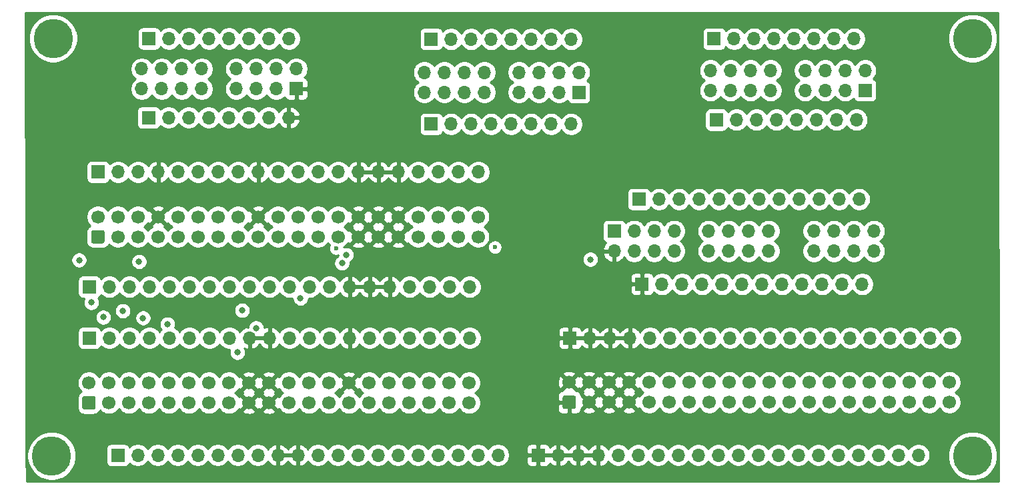
<source format=gbr>
G04 #@! TF.GenerationSoftware,KiCad,Pcbnew,5.1.7-a382d34a88~90~ubuntu20.04.1*
G04 #@! TF.CreationDate,2022-01-05T08:02:03-06:00*
G04 #@! TF.ProjectId,open-dash-daughterboard,6f70656e-2d64-4617-9368-2d6461756768,rev?*
G04 #@! TF.SameCoordinates,Original*
G04 #@! TF.FileFunction,Copper,L3,Inr*
G04 #@! TF.FilePolarity,Positive*
%FSLAX46Y46*%
G04 Gerber Fmt 4.6, Leading zero omitted, Abs format (unit mm)*
G04 Created by KiCad (PCBNEW 5.1.7-a382d34a88~90~ubuntu20.04.1) date 2022-01-05 08:02:03*
%MOMM*%
%LPD*%
G01*
G04 APERTURE LIST*
G04 #@! TA.AperFunction,ComponentPad*
%ADD10C,1.700000*%
G04 #@! TD*
G04 #@! TA.AperFunction,ComponentPad*
%ADD11C,5.000000*%
G04 #@! TD*
G04 #@! TA.AperFunction,ComponentPad*
%ADD12O,1.700000X1.700000*%
G04 #@! TD*
G04 #@! TA.AperFunction,ComponentPad*
%ADD13R,1.700000X1.700000*%
G04 #@! TD*
G04 #@! TA.AperFunction,ViaPad*
%ADD14C,0.800000*%
G04 #@! TD*
G04 #@! TA.AperFunction,ViaPad*
%ADD15C,0.600000*%
G04 #@! TD*
G04 #@! TA.AperFunction,Conductor*
%ADD16C,0.254000*%
G04 #@! TD*
G04 #@! TA.AperFunction,Conductor*
%ADD17C,0.100000*%
G04 #@! TD*
G04 APERTURE END LIST*
D10*
X146400000Y-172510000D03*
X143860000Y-172510000D03*
X141320000Y-172510000D03*
X138780000Y-172510000D03*
X136240000Y-172510000D03*
X133700000Y-172510000D03*
X131160000Y-172510000D03*
X128620000Y-172510000D03*
X126080000Y-172510000D03*
X123540000Y-172510000D03*
X121000000Y-172510000D03*
X118460000Y-172510000D03*
X115920000Y-172510000D03*
X113380000Y-172510000D03*
X110840000Y-172510000D03*
X108300000Y-172510000D03*
X105760000Y-172510000D03*
X103220000Y-172510000D03*
X100680000Y-172510000D03*
X98140000Y-172510000D03*
X146400000Y-175050000D03*
X143860000Y-175050000D03*
X141320000Y-175050000D03*
X138780000Y-175050000D03*
X136240000Y-175050000D03*
X133700000Y-175050000D03*
X131160000Y-175050000D03*
X128620000Y-175050000D03*
X126080000Y-175050000D03*
X123540000Y-175050000D03*
X121000000Y-175050000D03*
X118460000Y-175050000D03*
X115920000Y-175050000D03*
X113380000Y-175050000D03*
X110840000Y-175050000D03*
X108300000Y-175050000D03*
X105760000Y-175050000D03*
X103220000Y-175050000D03*
X100680000Y-175050000D03*
G04 #@! TA.AperFunction,ComponentPad*
G36*
G01*
X98740000Y-175900000D02*
X97540000Y-175900000D01*
G75*
G02*
X97290000Y-175650000I0J250000D01*
G01*
X97290000Y-174450000D01*
G75*
G02*
X97540000Y-174200000I250000J0D01*
G01*
X98740000Y-174200000D01*
G75*
G02*
X98990000Y-174450000I0J-250000D01*
G01*
X98990000Y-175650000D01*
G75*
G02*
X98740000Y-175900000I-250000J0D01*
G01*
G37*
G04 #@! TD.AperFunction*
X206220000Y-193560000D03*
X203680000Y-193560000D03*
X201140000Y-193560000D03*
X198600000Y-193560000D03*
X196060000Y-193560000D03*
X193520000Y-193560000D03*
X190980000Y-193560000D03*
X188440000Y-193560000D03*
X185900000Y-193560000D03*
X183360000Y-193560000D03*
X180820000Y-193560000D03*
X178280000Y-193560000D03*
X175740000Y-193560000D03*
X173200000Y-193560000D03*
X170660000Y-193560000D03*
X168120000Y-193560000D03*
X165580000Y-193560000D03*
X163040000Y-193560000D03*
X160500000Y-193560000D03*
X157960000Y-193560000D03*
X206220000Y-196100000D03*
X203680000Y-196100000D03*
X201140000Y-196100000D03*
X198600000Y-196100000D03*
X196060000Y-196100000D03*
X193520000Y-196100000D03*
X190980000Y-196100000D03*
X188440000Y-196100000D03*
X185900000Y-196100000D03*
X183360000Y-196100000D03*
X180820000Y-196100000D03*
X178280000Y-196100000D03*
X175740000Y-196100000D03*
X173200000Y-196100000D03*
X170660000Y-196100000D03*
X168120000Y-196100000D03*
X165580000Y-196100000D03*
X163040000Y-196100000D03*
X160500000Y-196100000D03*
G04 #@! TA.AperFunction,ComponentPad*
G36*
G01*
X158560000Y-196950000D02*
X157360000Y-196950000D01*
G75*
G02*
X157110000Y-196700000I0J250000D01*
G01*
X157110000Y-195500000D01*
G75*
G02*
X157360000Y-195250000I250000J0D01*
G01*
X158560000Y-195250000D01*
G75*
G02*
X158810000Y-195500000I0J-250000D01*
G01*
X158810000Y-196700000D01*
G75*
G02*
X158560000Y-196950000I-250000J0D01*
G01*
G37*
G04 #@! TD.AperFunction*
X145260000Y-193620000D03*
X142720000Y-193620000D03*
X140180000Y-193620000D03*
X137640000Y-193620000D03*
X135100000Y-193620000D03*
X132560000Y-193620000D03*
X130020000Y-193620000D03*
X127480000Y-193620000D03*
X124940000Y-193620000D03*
X122400000Y-193620000D03*
X119860000Y-193620000D03*
X117320000Y-193620000D03*
X114780000Y-193620000D03*
X112240000Y-193620000D03*
X109700000Y-193620000D03*
X107160000Y-193620000D03*
X104620000Y-193620000D03*
X102080000Y-193620000D03*
X99540000Y-193620000D03*
X97000000Y-193620000D03*
X145260000Y-196160000D03*
X142720000Y-196160000D03*
X140180000Y-196160000D03*
X137640000Y-196160000D03*
X135100000Y-196160000D03*
X132560000Y-196160000D03*
X130020000Y-196160000D03*
X127480000Y-196160000D03*
X124940000Y-196160000D03*
X122400000Y-196160000D03*
X119860000Y-196160000D03*
X117320000Y-196160000D03*
X114780000Y-196160000D03*
X112240000Y-196160000D03*
X109700000Y-196160000D03*
X107160000Y-196160000D03*
X104620000Y-196160000D03*
X102080000Y-196160000D03*
X99540000Y-196160000D03*
G04 #@! TA.AperFunction,ComponentPad*
G36*
G01*
X97600000Y-197010000D02*
X96400000Y-197010000D01*
G75*
G02*
X96150000Y-196760000I0J250000D01*
G01*
X96150000Y-195560000D01*
G75*
G02*
X96400000Y-195310000I250000J0D01*
G01*
X97600000Y-195310000D01*
G75*
G02*
X97850000Y-195560000I0J-250000D01*
G01*
X97850000Y-196760000D01*
G75*
G02*
X97600000Y-197010000I-250000J0D01*
G01*
G37*
G04 #@! TD.AperFunction*
D11*
X92260000Y-202920000D03*
X209160000Y-149820000D03*
X92460000Y-149820000D03*
X209160000Y-202920000D03*
D12*
X195140000Y-181070000D03*
X192600000Y-181070000D03*
X190060000Y-181070000D03*
X187520000Y-181070000D03*
X184980000Y-181070000D03*
X182440000Y-181070000D03*
X179900000Y-181070000D03*
X177360000Y-181070000D03*
X174820000Y-181070000D03*
X172280000Y-181070000D03*
X169740000Y-181070000D03*
D13*
X167200000Y-181070000D03*
D12*
X189000000Y-176870000D03*
X191540000Y-174330000D03*
X196620000Y-176870000D03*
X189000000Y-174330000D03*
X194080000Y-176870000D03*
X196620000Y-174330000D03*
X191540000Y-176870000D03*
X194080000Y-174330000D03*
D13*
X163650000Y-174330000D03*
D12*
X163650000Y-176870000D03*
X166190000Y-174330000D03*
X166190000Y-176870000D03*
X168730000Y-174330000D03*
X168730000Y-176870000D03*
X171270000Y-174330000D03*
X171270000Y-176870000D03*
X175650000Y-174330000D03*
X175650000Y-176870000D03*
X178190000Y-174330000D03*
X178190000Y-176870000D03*
X180730000Y-174330000D03*
X180730000Y-176870000D03*
X183270000Y-174330000D03*
X183270000Y-176870000D03*
X194740000Y-170270000D03*
X192200000Y-170270000D03*
X189660000Y-170270000D03*
X187120000Y-170270000D03*
X184580000Y-170270000D03*
X182040000Y-170270000D03*
X179500000Y-170270000D03*
X176960000Y-170270000D03*
X174420000Y-170270000D03*
X171880000Y-170270000D03*
X169340000Y-170270000D03*
D13*
X166800000Y-170270000D03*
D12*
X146420000Y-166820000D03*
X143880000Y-166820000D03*
X141340000Y-166820000D03*
X138800000Y-166820000D03*
X136260000Y-166820000D03*
X133720000Y-166820000D03*
X131180000Y-166820000D03*
X128640000Y-166820000D03*
X126100000Y-166820000D03*
X123560000Y-166820000D03*
X121020000Y-166820000D03*
X118480000Y-166820000D03*
X115940000Y-166820000D03*
X113400000Y-166820000D03*
X110860000Y-166820000D03*
X108320000Y-166820000D03*
X105780000Y-166820000D03*
X103240000Y-166820000D03*
X100700000Y-166820000D03*
D13*
X98160000Y-166820000D03*
D12*
X145320000Y-181420000D03*
X142780000Y-181420000D03*
X140240000Y-181420000D03*
X137700000Y-181420000D03*
X135160000Y-181420000D03*
X132620000Y-181420000D03*
X130080000Y-181420000D03*
X127540000Y-181420000D03*
X125000000Y-181420000D03*
X122460000Y-181420000D03*
X119920000Y-181420000D03*
X117380000Y-181420000D03*
X114840000Y-181420000D03*
X112300000Y-181420000D03*
X109760000Y-181420000D03*
X107220000Y-181420000D03*
X104680000Y-181420000D03*
X102140000Y-181420000D03*
X99600000Y-181420000D03*
D13*
X97060000Y-181420000D03*
D12*
X194120000Y-149875000D03*
X191580000Y-149875000D03*
X189040000Y-149875000D03*
X186500000Y-149875000D03*
X183960000Y-149875000D03*
X181420000Y-149875000D03*
X178880000Y-149875000D03*
D13*
X176340000Y-149875000D03*
D12*
X175890000Y-153895000D03*
X175890000Y-156435000D03*
X178430000Y-153895000D03*
X178430000Y-156435000D03*
X180970000Y-153895000D03*
X180970000Y-156435000D03*
X183510000Y-153895000D03*
X183510000Y-156435000D03*
X187890000Y-153895000D03*
X187890000Y-156435000D03*
X190430000Y-153895000D03*
X190430000Y-156435000D03*
X192970000Y-153895000D03*
X192970000Y-156435000D03*
X195510000Y-153895000D03*
D13*
X195510000Y-156435000D03*
D12*
X194420000Y-160175000D03*
X191880000Y-160175000D03*
X189340000Y-160175000D03*
X186800000Y-160175000D03*
X184260000Y-160175000D03*
X181720000Y-160175000D03*
X179180000Y-160175000D03*
D13*
X176640000Y-160175000D03*
D12*
X202280000Y-202820000D03*
X199740000Y-202820000D03*
X197200000Y-202820000D03*
X194660000Y-202820000D03*
X192120000Y-202820000D03*
X189580000Y-202820000D03*
X187040000Y-202820000D03*
X184500000Y-202820000D03*
X181960000Y-202820000D03*
X179420000Y-202820000D03*
X176880000Y-202820000D03*
X174340000Y-202820000D03*
X171800000Y-202820000D03*
X169260000Y-202820000D03*
X166720000Y-202820000D03*
X164180000Y-202820000D03*
X161640000Y-202820000D03*
X159100000Y-202820000D03*
X156560000Y-202820000D03*
D13*
X154020000Y-202820000D03*
D12*
X206320000Y-187920000D03*
X203780000Y-187920000D03*
X201240000Y-187920000D03*
X198700000Y-187920000D03*
X196160000Y-187920000D03*
X193620000Y-187920000D03*
X191080000Y-187920000D03*
X188540000Y-187920000D03*
X186000000Y-187920000D03*
X183460000Y-187920000D03*
X180920000Y-187920000D03*
X178380000Y-187920000D03*
X175840000Y-187920000D03*
X173300000Y-187920000D03*
X170760000Y-187920000D03*
X168220000Y-187920000D03*
X165680000Y-187920000D03*
X163140000Y-187920000D03*
X160600000Y-187920000D03*
D13*
X158060000Y-187920000D03*
D12*
X122400000Y-149850000D03*
X119860000Y-149850000D03*
X117320000Y-149850000D03*
X114780000Y-149850000D03*
X112240000Y-149850000D03*
X109700000Y-149850000D03*
X107160000Y-149850000D03*
D13*
X104620000Y-149850000D03*
D12*
X103700000Y-153700000D03*
X103700000Y-156240000D03*
X106240000Y-153700000D03*
X106240000Y-156240000D03*
X108780000Y-153700000D03*
X108780000Y-156240000D03*
X111320000Y-153700000D03*
X111320000Y-156240000D03*
X115700000Y-153700000D03*
X115700000Y-156240000D03*
X118240000Y-153700000D03*
X118240000Y-156240000D03*
X120780000Y-153700000D03*
X120780000Y-156240000D03*
X123320000Y-153700000D03*
D13*
X123320000Y-156240000D03*
D12*
X122350000Y-159890000D03*
X119810000Y-159890000D03*
X117270000Y-159890000D03*
X114730000Y-159890000D03*
X112190000Y-159890000D03*
X109650000Y-159890000D03*
X107110000Y-159890000D03*
D13*
X104570000Y-159890000D03*
D12*
X145320000Y-187920000D03*
X142780000Y-187920000D03*
X140240000Y-187920000D03*
X137700000Y-187920000D03*
X135160000Y-187920000D03*
X132620000Y-187920000D03*
X130080000Y-187920000D03*
X127540000Y-187920000D03*
X125000000Y-187920000D03*
X122460000Y-187920000D03*
X119920000Y-187920000D03*
X117380000Y-187920000D03*
X114840000Y-187920000D03*
X112300000Y-187920000D03*
X109760000Y-187920000D03*
X107220000Y-187920000D03*
X104680000Y-187920000D03*
X102140000Y-187920000D03*
X99600000Y-187920000D03*
D13*
X97060000Y-187920000D03*
D12*
X148920000Y-202820000D03*
X146380000Y-202820000D03*
X143840000Y-202820000D03*
X141300000Y-202820000D03*
X138760000Y-202820000D03*
X136220000Y-202820000D03*
X133680000Y-202820000D03*
X131140000Y-202820000D03*
X128600000Y-202820000D03*
X126060000Y-202820000D03*
X123520000Y-202820000D03*
X120980000Y-202820000D03*
X118440000Y-202820000D03*
X115900000Y-202820000D03*
X113360000Y-202820000D03*
X110820000Y-202820000D03*
X108280000Y-202820000D03*
X105740000Y-202820000D03*
X103200000Y-202820000D03*
D13*
X100660000Y-202820000D03*
D12*
X158210000Y-149920000D03*
X155670000Y-149920000D03*
X153130000Y-149920000D03*
X150590000Y-149920000D03*
X148050000Y-149920000D03*
X145510000Y-149920000D03*
X142970000Y-149920000D03*
D13*
X140430000Y-149920000D03*
D12*
X139570000Y-154130000D03*
X139570000Y-156670000D03*
X142110000Y-154130000D03*
X142110000Y-156670000D03*
X144650000Y-154130000D03*
X144650000Y-156670000D03*
X147190000Y-154130000D03*
X147190000Y-156670000D03*
X151570000Y-154130000D03*
X151570000Y-156670000D03*
X154110000Y-154130000D03*
X154110000Y-156670000D03*
X156650000Y-154130000D03*
X156650000Y-156670000D03*
X159190000Y-154130000D03*
D13*
X159190000Y-156670000D03*
D12*
X158210000Y-160720000D03*
X155670000Y-160720000D03*
X153130000Y-160720000D03*
X150590000Y-160720000D03*
X148050000Y-160720000D03*
X145510000Y-160720000D03*
X142970000Y-160720000D03*
D13*
X140430000Y-160720000D03*
D14*
X103350000Y-178210000D03*
X129120000Y-178400000D03*
X129640000Y-177350010D03*
X123841888Y-182855475D03*
X160640000Y-177930000D03*
X95760000Y-178020000D03*
X116437084Y-184409017D03*
X103860000Y-185380000D03*
X98820000Y-185280000D03*
X101310000Y-184460000D03*
X115840000Y-189770000D03*
X97300000Y-183410000D03*
X106970000Y-186160021D03*
X118211376Y-186647200D03*
D15*
X128350000Y-176500000D03*
X148525000Y-176375000D03*
D16*
X212488252Y-206139857D02*
X89058546Y-206115143D01*
X89051363Y-202611229D01*
X89125000Y-202611229D01*
X89125000Y-203228771D01*
X89245476Y-203834446D01*
X89481799Y-204404979D01*
X89824886Y-204918446D01*
X90261554Y-205355114D01*
X90775021Y-205698201D01*
X91345554Y-205934524D01*
X91951229Y-206055000D01*
X92568771Y-206055000D01*
X93174446Y-205934524D01*
X93744979Y-205698201D01*
X94258446Y-205355114D01*
X94695114Y-204918446D01*
X95038201Y-204404979D01*
X95274524Y-203834446D01*
X95395000Y-203228771D01*
X95395000Y-202611229D01*
X95274524Y-202005554D01*
X95259798Y-201970000D01*
X99171928Y-201970000D01*
X99171928Y-203670000D01*
X99184188Y-203794482D01*
X99220498Y-203914180D01*
X99279463Y-204024494D01*
X99358815Y-204121185D01*
X99455506Y-204200537D01*
X99565820Y-204259502D01*
X99685518Y-204295812D01*
X99810000Y-204308072D01*
X101510000Y-204308072D01*
X101634482Y-204295812D01*
X101754180Y-204259502D01*
X101864494Y-204200537D01*
X101961185Y-204121185D01*
X102040537Y-204024494D01*
X102099502Y-203914180D01*
X102121513Y-203841620D01*
X102253368Y-203973475D01*
X102496589Y-204135990D01*
X102766842Y-204247932D01*
X103053740Y-204305000D01*
X103346260Y-204305000D01*
X103633158Y-204247932D01*
X103903411Y-204135990D01*
X104146632Y-203973475D01*
X104353475Y-203766632D01*
X104470000Y-203592240D01*
X104586525Y-203766632D01*
X104793368Y-203973475D01*
X105036589Y-204135990D01*
X105306842Y-204247932D01*
X105593740Y-204305000D01*
X105886260Y-204305000D01*
X106173158Y-204247932D01*
X106443411Y-204135990D01*
X106686632Y-203973475D01*
X106893475Y-203766632D01*
X107010000Y-203592240D01*
X107126525Y-203766632D01*
X107333368Y-203973475D01*
X107576589Y-204135990D01*
X107846842Y-204247932D01*
X108133740Y-204305000D01*
X108426260Y-204305000D01*
X108713158Y-204247932D01*
X108983411Y-204135990D01*
X109226632Y-203973475D01*
X109433475Y-203766632D01*
X109550000Y-203592240D01*
X109666525Y-203766632D01*
X109873368Y-203973475D01*
X110116589Y-204135990D01*
X110386842Y-204247932D01*
X110673740Y-204305000D01*
X110966260Y-204305000D01*
X111253158Y-204247932D01*
X111523411Y-204135990D01*
X111766632Y-203973475D01*
X111973475Y-203766632D01*
X112090000Y-203592240D01*
X112206525Y-203766632D01*
X112413368Y-203973475D01*
X112656589Y-204135990D01*
X112926842Y-204247932D01*
X113213740Y-204305000D01*
X113506260Y-204305000D01*
X113793158Y-204247932D01*
X114063411Y-204135990D01*
X114306632Y-203973475D01*
X114513475Y-203766632D01*
X114630000Y-203592240D01*
X114746525Y-203766632D01*
X114953368Y-203973475D01*
X115196589Y-204135990D01*
X115466842Y-204247932D01*
X115753740Y-204305000D01*
X116046260Y-204305000D01*
X116333158Y-204247932D01*
X116603411Y-204135990D01*
X116846632Y-203973475D01*
X117053475Y-203766632D01*
X117170000Y-203592240D01*
X117286525Y-203766632D01*
X117493368Y-203973475D01*
X117736589Y-204135990D01*
X118006842Y-204247932D01*
X118293740Y-204305000D01*
X118586260Y-204305000D01*
X118873158Y-204247932D01*
X119143411Y-204135990D01*
X119386632Y-203973475D01*
X119593475Y-203766632D01*
X119715195Y-203584466D01*
X119784822Y-203701355D01*
X119979731Y-203917588D01*
X120213080Y-204091641D01*
X120475901Y-204216825D01*
X120623110Y-204261476D01*
X120853000Y-204140155D01*
X120853000Y-202947000D01*
X121107000Y-202947000D01*
X121107000Y-204140155D01*
X121336890Y-204261476D01*
X121484099Y-204216825D01*
X121746920Y-204091641D01*
X121980269Y-203917588D01*
X122175178Y-203701355D01*
X122250000Y-203575745D01*
X122324822Y-203701355D01*
X122519731Y-203917588D01*
X122753080Y-204091641D01*
X123015901Y-204216825D01*
X123163110Y-204261476D01*
X123393000Y-204140155D01*
X123393000Y-202947000D01*
X121107000Y-202947000D01*
X120853000Y-202947000D01*
X120833000Y-202947000D01*
X120833000Y-202693000D01*
X120853000Y-202693000D01*
X120853000Y-201499845D01*
X121107000Y-201499845D01*
X121107000Y-202693000D01*
X123393000Y-202693000D01*
X123393000Y-201499845D01*
X123647000Y-201499845D01*
X123647000Y-202693000D01*
X123667000Y-202693000D01*
X123667000Y-202947000D01*
X123647000Y-202947000D01*
X123647000Y-204140155D01*
X123876890Y-204261476D01*
X124024099Y-204216825D01*
X124286920Y-204091641D01*
X124520269Y-203917588D01*
X124715178Y-203701355D01*
X124784805Y-203584466D01*
X124906525Y-203766632D01*
X125113368Y-203973475D01*
X125356589Y-204135990D01*
X125626842Y-204247932D01*
X125913740Y-204305000D01*
X126206260Y-204305000D01*
X126493158Y-204247932D01*
X126763411Y-204135990D01*
X127006632Y-203973475D01*
X127213475Y-203766632D01*
X127330000Y-203592240D01*
X127446525Y-203766632D01*
X127653368Y-203973475D01*
X127896589Y-204135990D01*
X128166842Y-204247932D01*
X128453740Y-204305000D01*
X128746260Y-204305000D01*
X129033158Y-204247932D01*
X129303411Y-204135990D01*
X129546632Y-203973475D01*
X129753475Y-203766632D01*
X129870000Y-203592240D01*
X129986525Y-203766632D01*
X130193368Y-203973475D01*
X130436589Y-204135990D01*
X130706842Y-204247932D01*
X130993740Y-204305000D01*
X131286260Y-204305000D01*
X131573158Y-204247932D01*
X131843411Y-204135990D01*
X132086632Y-203973475D01*
X132293475Y-203766632D01*
X132410000Y-203592240D01*
X132526525Y-203766632D01*
X132733368Y-203973475D01*
X132976589Y-204135990D01*
X133246842Y-204247932D01*
X133533740Y-204305000D01*
X133826260Y-204305000D01*
X134113158Y-204247932D01*
X134383411Y-204135990D01*
X134626632Y-203973475D01*
X134833475Y-203766632D01*
X134950000Y-203592240D01*
X135066525Y-203766632D01*
X135273368Y-203973475D01*
X135516589Y-204135990D01*
X135786842Y-204247932D01*
X136073740Y-204305000D01*
X136366260Y-204305000D01*
X136653158Y-204247932D01*
X136923411Y-204135990D01*
X137166632Y-203973475D01*
X137373475Y-203766632D01*
X137490000Y-203592240D01*
X137606525Y-203766632D01*
X137813368Y-203973475D01*
X138056589Y-204135990D01*
X138326842Y-204247932D01*
X138613740Y-204305000D01*
X138906260Y-204305000D01*
X139193158Y-204247932D01*
X139463411Y-204135990D01*
X139706632Y-203973475D01*
X139913475Y-203766632D01*
X140030000Y-203592240D01*
X140146525Y-203766632D01*
X140353368Y-203973475D01*
X140596589Y-204135990D01*
X140866842Y-204247932D01*
X141153740Y-204305000D01*
X141446260Y-204305000D01*
X141733158Y-204247932D01*
X142003411Y-204135990D01*
X142246632Y-203973475D01*
X142453475Y-203766632D01*
X142570000Y-203592240D01*
X142686525Y-203766632D01*
X142893368Y-203973475D01*
X143136589Y-204135990D01*
X143406842Y-204247932D01*
X143693740Y-204305000D01*
X143986260Y-204305000D01*
X144273158Y-204247932D01*
X144543411Y-204135990D01*
X144786632Y-203973475D01*
X144993475Y-203766632D01*
X145110000Y-203592240D01*
X145226525Y-203766632D01*
X145433368Y-203973475D01*
X145676589Y-204135990D01*
X145946842Y-204247932D01*
X146233740Y-204305000D01*
X146526260Y-204305000D01*
X146813158Y-204247932D01*
X147083411Y-204135990D01*
X147326632Y-203973475D01*
X147533475Y-203766632D01*
X147650000Y-203592240D01*
X147766525Y-203766632D01*
X147973368Y-203973475D01*
X148216589Y-204135990D01*
X148486842Y-204247932D01*
X148773740Y-204305000D01*
X149066260Y-204305000D01*
X149353158Y-204247932D01*
X149623411Y-204135990D01*
X149866632Y-203973475D01*
X150073475Y-203766632D01*
X150138042Y-203670000D01*
X152531928Y-203670000D01*
X152544188Y-203794482D01*
X152580498Y-203914180D01*
X152639463Y-204024494D01*
X152718815Y-204121185D01*
X152815506Y-204200537D01*
X152925820Y-204259502D01*
X153045518Y-204295812D01*
X153170000Y-204308072D01*
X153734250Y-204305000D01*
X153893000Y-204146250D01*
X153893000Y-202947000D01*
X154147000Y-202947000D01*
X154147000Y-204146250D01*
X154305750Y-204305000D01*
X154870000Y-204308072D01*
X154994482Y-204295812D01*
X155114180Y-204259502D01*
X155224494Y-204200537D01*
X155321185Y-204121185D01*
X155400537Y-204024494D01*
X155459502Y-203914180D01*
X155483966Y-203833534D01*
X155559731Y-203917588D01*
X155793080Y-204091641D01*
X156055901Y-204216825D01*
X156203110Y-204261476D01*
X156433000Y-204140155D01*
X156433000Y-202947000D01*
X156687000Y-202947000D01*
X156687000Y-204140155D01*
X156916890Y-204261476D01*
X157064099Y-204216825D01*
X157326920Y-204091641D01*
X157560269Y-203917588D01*
X157755178Y-203701355D01*
X157830000Y-203575745D01*
X157904822Y-203701355D01*
X158099731Y-203917588D01*
X158333080Y-204091641D01*
X158595901Y-204216825D01*
X158743110Y-204261476D01*
X158973000Y-204140155D01*
X158973000Y-202947000D01*
X159227000Y-202947000D01*
X159227000Y-204140155D01*
X159456890Y-204261476D01*
X159604099Y-204216825D01*
X159866920Y-204091641D01*
X160100269Y-203917588D01*
X160295178Y-203701355D01*
X160370000Y-203575745D01*
X160444822Y-203701355D01*
X160639731Y-203917588D01*
X160873080Y-204091641D01*
X161135901Y-204216825D01*
X161283110Y-204261476D01*
X161513000Y-204140155D01*
X161513000Y-202947000D01*
X159227000Y-202947000D01*
X158973000Y-202947000D01*
X156687000Y-202947000D01*
X156433000Y-202947000D01*
X154147000Y-202947000D01*
X153893000Y-202947000D01*
X152693750Y-202947000D01*
X152535000Y-203105750D01*
X152531928Y-203670000D01*
X150138042Y-203670000D01*
X150235990Y-203523411D01*
X150347932Y-203253158D01*
X150405000Y-202966260D01*
X150405000Y-202673740D01*
X150347932Y-202386842D01*
X150235990Y-202116589D01*
X150138043Y-201970000D01*
X152531928Y-201970000D01*
X152535000Y-202534250D01*
X152693750Y-202693000D01*
X153893000Y-202693000D01*
X153893000Y-201493750D01*
X154147000Y-201493750D01*
X154147000Y-202693000D01*
X156433000Y-202693000D01*
X156433000Y-201499845D01*
X156687000Y-201499845D01*
X156687000Y-202693000D01*
X158973000Y-202693000D01*
X158973000Y-201499845D01*
X159227000Y-201499845D01*
X159227000Y-202693000D01*
X161513000Y-202693000D01*
X161513000Y-201499845D01*
X161767000Y-201499845D01*
X161767000Y-202693000D01*
X161787000Y-202693000D01*
X161787000Y-202947000D01*
X161767000Y-202947000D01*
X161767000Y-204140155D01*
X161996890Y-204261476D01*
X162144099Y-204216825D01*
X162406920Y-204091641D01*
X162640269Y-203917588D01*
X162835178Y-203701355D01*
X162904805Y-203584466D01*
X163026525Y-203766632D01*
X163233368Y-203973475D01*
X163476589Y-204135990D01*
X163746842Y-204247932D01*
X164033740Y-204305000D01*
X164326260Y-204305000D01*
X164613158Y-204247932D01*
X164883411Y-204135990D01*
X165126632Y-203973475D01*
X165333475Y-203766632D01*
X165450000Y-203592240D01*
X165566525Y-203766632D01*
X165773368Y-203973475D01*
X166016589Y-204135990D01*
X166286842Y-204247932D01*
X166573740Y-204305000D01*
X166866260Y-204305000D01*
X167153158Y-204247932D01*
X167423411Y-204135990D01*
X167666632Y-203973475D01*
X167873475Y-203766632D01*
X167990000Y-203592240D01*
X168106525Y-203766632D01*
X168313368Y-203973475D01*
X168556589Y-204135990D01*
X168826842Y-204247932D01*
X169113740Y-204305000D01*
X169406260Y-204305000D01*
X169693158Y-204247932D01*
X169963411Y-204135990D01*
X170206632Y-203973475D01*
X170413475Y-203766632D01*
X170530000Y-203592240D01*
X170646525Y-203766632D01*
X170853368Y-203973475D01*
X171096589Y-204135990D01*
X171366842Y-204247932D01*
X171653740Y-204305000D01*
X171946260Y-204305000D01*
X172233158Y-204247932D01*
X172503411Y-204135990D01*
X172746632Y-203973475D01*
X172953475Y-203766632D01*
X173070000Y-203592240D01*
X173186525Y-203766632D01*
X173393368Y-203973475D01*
X173636589Y-204135990D01*
X173906842Y-204247932D01*
X174193740Y-204305000D01*
X174486260Y-204305000D01*
X174773158Y-204247932D01*
X175043411Y-204135990D01*
X175286632Y-203973475D01*
X175493475Y-203766632D01*
X175610000Y-203592240D01*
X175726525Y-203766632D01*
X175933368Y-203973475D01*
X176176589Y-204135990D01*
X176446842Y-204247932D01*
X176733740Y-204305000D01*
X177026260Y-204305000D01*
X177313158Y-204247932D01*
X177583411Y-204135990D01*
X177826632Y-203973475D01*
X178033475Y-203766632D01*
X178150000Y-203592240D01*
X178266525Y-203766632D01*
X178473368Y-203973475D01*
X178716589Y-204135990D01*
X178986842Y-204247932D01*
X179273740Y-204305000D01*
X179566260Y-204305000D01*
X179853158Y-204247932D01*
X180123411Y-204135990D01*
X180366632Y-203973475D01*
X180573475Y-203766632D01*
X180690000Y-203592240D01*
X180806525Y-203766632D01*
X181013368Y-203973475D01*
X181256589Y-204135990D01*
X181526842Y-204247932D01*
X181813740Y-204305000D01*
X182106260Y-204305000D01*
X182393158Y-204247932D01*
X182663411Y-204135990D01*
X182906632Y-203973475D01*
X183113475Y-203766632D01*
X183230000Y-203592240D01*
X183346525Y-203766632D01*
X183553368Y-203973475D01*
X183796589Y-204135990D01*
X184066842Y-204247932D01*
X184353740Y-204305000D01*
X184646260Y-204305000D01*
X184933158Y-204247932D01*
X185203411Y-204135990D01*
X185446632Y-203973475D01*
X185653475Y-203766632D01*
X185770000Y-203592240D01*
X185886525Y-203766632D01*
X186093368Y-203973475D01*
X186336589Y-204135990D01*
X186606842Y-204247932D01*
X186893740Y-204305000D01*
X187186260Y-204305000D01*
X187473158Y-204247932D01*
X187743411Y-204135990D01*
X187986632Y-203973475D01*
X188193475Y-203766632D01*
X188310000Y-203592240D01*
X188426525Y-203766632D01*
X188633368Y-203973475D01*
X188876589Y-204135990D01*
X189146842Y-204247932D01*
X189433740Y-204305000D01*
X189726260Y-204305000D01*
X190013158Y-204247932D01*
X190283411Y-204135990D01*
X190526632Y-203973475D01*
X190733475Y-203766632D01*
X190850000Y-203592240D01*
X190966525Y-203766632D01*
X191173368Y-203973475D01*
X191416589Y-204135990D01*
X191686842Y-204247932D01*
X191973740Y-204305000D01*
X192266260Y-204305000D01*
X192553158Y-204247932D01*
X192823411Y-204135990D01*
X193066632Y-203973475D01*
X193273475Y-203766632D01*
X193390000Y-203592240D01*
X193506525Y-203766632D01*
X193713368Y-203973475D01*
X193956589Y-204135990D01*
X194226842Y-204247932D01*
X194513740Y-204305000D01*
X194806260Y-204305000D01*
X195093158Y-204247932D01*
X195363411Y-204135990D01*
X195606632Y-203973475D01*
X195813475Y-203766632D01*
X195930000Y-203592240D01*
X196046525Y-203766632D01*
X196253368Y-203973475D01*
X196496589Y-204135990D01*
X196766842Y-204247932D01*
X197053740Y-204305000D01*
X197346260Y-204305000D01*
X197633158Y-204247932D01*
X197903411Y-204135990D01*
X198146632Y-203973475D01*
X198353475Y-203766632D01*
X198470000Y-203592240D01*
X198586525Y-203766632D01*
X198793368Y-203973475D01*
X199036589Y-204135990D01*
X199306842Y-204247932D01*
X199593740Y-204305000D01*
X199886260Y-204305000D01*
X200173158Y-204247932D01*
X200443411Y-204135990D01*
X200686632Y-203973475D01*
X200893475Y-203766632D01*
X201010000Y-203592240D01*
X201126525Y-203766632D01*
X201333368Y-203973475D01*
X201576589Y-204135990D01*
X201846842Y-204247932D01*
X202133740Y-204305000D01*
X202426260Y-204305000D01*
X202713158Y-204247932D01*
X202983411Y-204135990D01*
X203226632Y-203973475D01*
X203433475Y-203766632D01*
X203595990Y-203523411D01*
X203707932Y-203253158D01*
X203765000Y-202966260D01*
X203765000Y-202673740D01*
X203752566Y-202611229D01*
X206025000Y-202611229D01*
X206025000Y-203228771D01*
X206145476Y-203834446D01*
X206381799Y-204404979D01*
X206724886Y-204918446D01*
X207161554Y-205355114D01*
X207675021Y-205698201D01*
X208245554Y-205934524D01*
X208851229Y-206055000D01*
X209468771Y-206055000D01*
X210074446Y-205934524D01*
X210644979Y-205698201D01*
X211158446Y-205355114D01*
X211595114Y-204918446D01*
X211938201Y-204404979D01*
X212174524Y-203834446D01*
X212295000Y-203228771D01*
X212295000Y-202611229D01*
X212174524Y-202005554D01*
X211938201Y-201435021D01*
X211595114Y-200921554D01*
X211158446Y-200484886D01*
X210644979Y-200141799D01*
X210074446Y-199905476D01*
X209468771Y-199785000D01*
X208851229Y-199785000D01*
X208245554Y-199905476D01*
X207675021Y-200141799D01*
X207161554Y-200484886D01*
X206724886Y-200921554D01*
X206381799Y-201435021D01*
X206145476Y-202005554D01*
X206025000Y-202611229D01*
X203752566Y-202611229D01*
X203707932Y-202386842D01*
X203595990Y-202116589D01*
X203433475Y-201873368D01*
X203226632Y-201666525D01*
X202983411Y-201504010D01*
X202713158Y-201392068D01*
X202426260Y-201335000D01*
X202133740Y-201335000D01*
X201846842Y-201392068D01*
X201576589Y-201504010D01*
X201333368Y-201666525D01*
X201126525Y-201873368D01*
X201010000Y-202047760D01*
X200893475Y-201873368D01*
X200686632Y-201666525D01*
X200443411Y-201504010D01*
X200173158Y-201392068D01*
X199886260Y-201335000D01*
X199593740Y-201335000D01*
X199306842Y-201392068D01*
X199036589Y-201504010D01*
X198793368Y-201666525D01*
X198586525Y-201873368D01*
X198470000Y-202047760D01*
X198353475Y-201873368D01*
X198146632Y-201666525D01*
X197903411Y-201504010D01*
X197633158Y-201392068D01*
X197346260Y-201335000D01*
X197053740Y-201335000D01*
X196766842Y-201392068D01*
X196496589Y-201504010D01*
X196253368Y-201666525D01*
X196046525Y-201873368D01*
X195930000Y-202047760D01*
X195813475Y-201873368D01*
X195606632Y-201666525D01*
X195363411Y-201504010D01*
X195093158Y-201392068D01*
X194806260Y-201335000D01*
X194513740Y-201335000D01*
X194226842Y-201392068D01*
X193956589Y-201504010D01*
X193713368Y-201666525D01*
X193506525Y-201873368D01*
X193390000Y-202047760D01*
X193273475Y-201873368D01*
X193066632Y-201666525D01*
X192823411Y-201504010D01*
X192553158Y-201392068D01*
X192266260Y-201335000D01*
X191973740Y-201335000D01*
X191686842Y-201392068D01*
X191416589Y-201504010D01*
X191173368Y-201666525D01*
X190966525Y-201873368D01*
X190850000Y-202047760D01*
X190733475Y-201873368D01*
X190526632Y-201666525D01*
X190283411Y-201504010D01*
X190013158Y-201392068D01*
X189726260Y-201335000D01*
X189433740Y-201335000D01*
X189146842Y-201392068D01*
X188876589Y-201504010D01*
X188633368Y-201666525D01*
X188426525Y-201873368D01*
X188310000Y-202047760D01*
X188193475Y-201873368D01*
X187986632Y-201666525D01*
X187743411Y-201504010D01*
X187473158Y-201392068D01*
X187186260Y-201335000D01*
X186893740Y-201335000D01*
X186606842Y-201392068D01*
X186336589Y-201504010D01*
X186093368Y-201666525D01*
X185886525Y-201873368D01*
X185770000Y-202047760D01*
X185653475Y-201873368D01*
X185446632Y-201666525D01*
X185203411Y-201504010D01*
X184933158Y-201392068D01*
X184646260Y-201335000D01*
X184353740Y-201335000D01*
X184066842Y-201392068D01*
X183796589Y-201504010D01*
X183553368Y-201666525D01*
X183346525Y-201873368D01*
X183230000Y-202047760D01*
X183113475Y-201873368D01*
X182906632Y-201666525D01*
X182663411Y-201504010D01*
X182393158Y-201392068D01*
X182106260Y-201335000D01*
X181813740Y-201335000D01*
X181526842Y-201392068D01*
X181256589Y-201504010D01*
X181013368Y-201666525D01*
X180806525Y-201873368D01*
X180690000Y-202047760D01*
X180573475Y-201873368D01*
X180366632Y-201666525D01*
X180123411Y-201504010D01*
X179853158Y-201392068D01*
X179566260Y-201335000D01*
X179273740Y-201335000D01*
X178986842Y-201392068D01*
X178716589Y-201504010D01*
X178473368Y-201666525D01*
X178266525Y-201873368D01*
X178150000Y-202047760D01*
X178033475Y-201873368D01*
X177826632Y-201666525D01*
X177583411Y-201504010D01*
X177313158Y-201392068D01*
X177026260Y-201335000D01*
X176733740Y-201335000D01*
X176446842Y-201392068D01*
X176176589Y-201504010D01*
X175933368Y-201666525D01*
X175726525Y-201873368D01*
X175610000Y-202047760D01*
X175493475Y-201873368D01*
X175286632Y-201666525D01*
X175043411Y-201504010D01*
X174773158Y-201392068D01*
X174486260Y-201335000D01*
X174193740Y-201335000D01*
X173906842Y-201392068D01*
X173636589Y-201504010D01*
X173393368Y-201666525D01*
X173186525Y-201873368D01*
X173070000Y-202047760D01*
X172953475Y-201873368D01*
X172746632Y-201666525D01*
X172503411Y-201504010D01*
X172233158Y-201392068D01*
X171946260Y-201335000D01*
X171653740Y-201335000D01*
X171366842Y-201392068D01*
X171096589Y-201504010D01*
X170853368Y-201666525D01*
X170646525Y-201873368D01*
X170530000Y-202047760D01*
X170413475Y-201873368D01*
X170206632Y-201666525D01*
X169963411Y-201504010D01*
X169693158Y-201392068D01*
X169406260Y-201335000D01*
X169113740Y-201335000D01*
X168826842Y-201392068D01*
X168556589Y-201504010D01*
X168313368Y-201666525D01*
X168106525Y-201873368D01*
X167990000Y-202047760D01*
X167873475Y-201873368D01*
X167666632Y-201666525D01*
X167423411Y-201504010D01*
X167153158Y-201392068D01*
X166866260Y-201335000D01*
X166573740Y-201335000D01*
X166286842Y-201392068D01*
X166016589Y-201504010D01*
X165773368Y-201666525D01*
X165566525Y-201873368D01*
X165450000Y-202047760D01*
X165333475Y-201873368D01*
X165126632Y-201666525D01*
X164883411Y-201504010D01*
X164613158Y-201392068D01*
X164326260Y-201335000D01*
X164033740Y-201335000D01*
X163746842Y-201392068D01*
X163476589Y-201504010D01*
X163233368Y-201666525D01*
X163026525Y-201873368D01*
X162904805Y-202055534D01*
X162835178Y-201938645D01*
X162640269Y-201722412D01*
X162406920Y-201548359D01*
X162144099Y-201423175D01*
X161996890Y-201378524D01*
X161767000Y-201499845D01*
X161513000Y-201499845D01*
X161283110Y-201378524D01*
X161135901Y-201423175D01*
X160873080Y-201548359D01*
X160639731Y-201722412D01*
X160444822Y-201938645D01*
X160370000Y-202064255D01*
X160295178Y-201938645D01*
X160100269Y-201722412D01*
X159866920Y-201548359D01*
X159604099Y-201423175D01*
X159456890Y-201378524D01*
X159227000Y-201499845D01*
X158973000Y-201499845D01*
X158743110Y-201378524D01*
X158595901Y-201423175D01*
X158333080Y-201548359D01*
X158099731Y-201722412D01*
X157904822Y-201938645D01*
X157830000Y-202064255D01*
X157755178Y-201938645D01*
X157560269Y-201722412D01*
X157326920Y-201548359D01*
X157064099Y-201423175D01*
X156916890Y-201378524D01*
X156687000Y-201499845D01*
X156433000Y-201499845D01*
X156203110Y-201378524D01*
X156055901Y-201423175D01*
X155793080Y-201548359D01*
X155559731Y-201722412D01*
X155483966Y-201806466D01*
X155459502Y-201725820D01*
X155400537Y-201615506D01*
X155321185Y-201518815D01*
X155224494Y-201439463D01*
X155114180Y-201380498D01*
X154994482Y-201344188D01*
X154870000Y-201331928D01*
X154305750Y-201335000D01*
X154147000Y-201493750D01*
X153893000Y-201493750D01*
X153734250Y-201335000D01*
X153170000Y-201331928D01*
X153045518Y-201344188D01*
X152925820Y-201380498D01*
X152815506Y-201439463D01*
X152718815Y-201518815D01*
X152639463Y-201615506D01*
X152580498Y-201725820D01*
X152544188Y-201845518D01*
X152531928Y-201970000D01*
X150138043Y-201970000D01*
X150073475Y-201873368D01*
X149866632Y-201666525D01*
X149623411Y-201504010D01*
X149353158Y-201392068D01*
X149066260Y-201335000D01*
X148773740Y-201335000D01*
X148486842Y-201392068D01*
X148216589Y-201504010D01*
X147973368Y-201666525D01*
X147766525Y-201873368D01*
X147650000Y-202047760D01*
X147533475Y-201873368D01*
X147326632Y-201666525D01*
X147083411Y-201504010D01*
X146813158Y-201392068D01*
X146526260Y-201335000D01*
X146233740Y-201335000D01*
X145946842Y-201392068D01*
X145676589Y-201504010D01*
X145433368Y-201666525D01*
X145226525Y-201873368D01*
X145110000Y-202047760D01*
X144993475Y-201873368D01*
X144786632Y-201666525D01*
X144543411Y-201504010D01*
X144273158Y-201392068D01*
X143986260Y-201335000D01*
X143693740Y-201335000D01*
X143406842Y-201392068D01*
X143136589Y-201504010D01*
X142893368Y-201666525D01*
X142686525Y-201873368D01*
X142570000Y-202047760D01*
X142453475Y-201873368D01*
X142246632Y-201666525D01*
X142003411Y-201504010D01*
X141733158Y-201392068D01*
X141446260Y-201335000D01*
X141153740Y-201335000D01*
X140866842Y-201392068D01*
X140596589Y-201504010D01*
X140353368Y-201666525D01*
X140146525Y-201873368D01*
X140030000Y-202047760D01*
X139913475Y-201873368D01*
X139706632Y-201666525D01*
X139463411Y-201504010D01*
X139193158Y-201392068D01*
X138906260Y-201335000D01*
X138613740Y-201335000D01*
X138326842Y-201392068D01*
X138056589Y-201504010D01*
X137813368Y-201666525D01*
X137606525Y-201873368D01*
X137490000Y-202047760D01*
X137373475Y-201873368D01*
X137166632Y-201666525D01*
X136923411Y-201504010D01*
X136653158Y-201392068D01*
X136366260Y-201335000D01*
X136073740Y-201335000D01*
X135786842Y-201392068D01*
X135516589Y-201504010D01*
X135273368Y-201666525D01*
X135066525Y-201873368D01*
X134950000Y-202047760D01*
X134833475Y-201873368D01*
X134626632Y-201666525D01*
X134383411Y-201504010D01*
X134113158Y-201392068D01*
X133826260Y-201335000D01*
X133533740Y-201335000D01*
X133246842Y-201392068D01*
X132976589Y-201504010D01*
X132733368Y-201666525D01*
X132526525Y-201873368D01*
X132410000Y-202047760D01*
X132293475Y-201873368D01*
X132086632Y-201666525D01*
X131843411Y-201504010D01*
X131573158Y-201392068D01*
X131286260Y-201335000D01*
X130993740Y-201335000D01*
X130706842Y-201392068D01*
X130436589Y-201504010D01*
X130193368Y-201666525D01*
X129986525Y-201873368D01*
X129870000Y-202047760D01*
X129753475Y-201873368D01*
X129546632Y-201666525D01*
X129303411Y-201504010D01*
X129033158Y-201392068D01*
X128746260Y-201335000D01*
X128453740Y-201335000D01*
X128166842Y-201392068D01*
X127896589Y-201504010D01*
X127653368Y-201666525D01*
X127446525Y-201873368D01*
X127330000Y-202047760D01*
X127213475Y-201873368D01*
X127006632Y-201666525D01*
X126763411Y-201504010D01*
X126493158Y-201392068D01*
X126206260Y-201335000D01*
X125913740Y-201335000D01*
X125626842Y-201392068D01*
X125356589Y-201504010D01*
X125113368Y-201666525D01*
X124906525Y-201873368D01*
X124784805Y-202055534D01*
X124715178Y-201938645D01*
X124520269Y-201722412D01*
X124286920Y-201548359D01*
X124024099Y-201423175D01*
X123876890Y-201378524D01*
X123647000Y-201499845D01*
X123393000Y-201499845D01*
X123163110Y-201378524D01*
X123015901Y-201423175D01*
X122753080Y-201548359D01*
X122519731Y-201722412D01*
X122324822Y-201938645D01*
X122250000Y-202064255D01*
X122175178Y-201938645D01*
X121980269Y-201722412D01*
X121746920Y-201548359D01*
X121484099Y-201423175D01*
X121336890Y-201378524D01*
X121107000Y-201499845D01*
X120853000Y-201499845D01*
X120623110Y-201378524D01*
X120475901Y-201423175D01*
X120213080Y-201548359D01*
X119979731Y-201722412D01*
X119784822Y-201938645D01*
X119715195Y-202055534D01*
X119593475Y-201873368D01*
X119386632Y-201666525D01*
X119143411Y-201504010D01*
X118873158Y-201392068D01*
X118586260Y-201335000D01*
X118293740Y-201335000D01*
X118006842Y-201392068D01*
X117736589Y-201504010D01*
X117493368Y-201666525D01*
X117286525Y-201873368D01*
X117170000Y-202047760D01*
X117053475Y-201873368D01*
X116846632Y-201666525D01*
X116603411Y-201504010D01*
X116333158Y-201392068D01*
X116046260Y-201335000D01*
X115753740Y-201335000D01*
X115466842Y-201392068D01*
X115196589Y-201504010D01*
X114953368Y-201666525D01*
X114746525Y-201873368D01*
X114630000Y-202047760D01*
X114513475Y-201873368D01*
X114306632Y-201666525D01*
X114063411Y-201504010D01*
X113793158Y-201392068D01*
X113506260Y-201335000D01*
X113213740Y-201335000D01*
X112926842Y-201392068D01*
X112656589Y-201504010D01*
X112413368Y-201666525D01*
X112206525Y-201873368D01*
X112090000Y-202047760D01*
X111973475Y-201873368D01*
X111766632Y-201666525D01*
X111523411Y-201504010D01*
X111253158Y-201392068D01*
X110966260Y-201335000D01*
X110673740Y-201335000D01*
X110386842Y-201392068D01*
X110116589Y-201504010D01*
X109873368Y-201666525D01*
X109666525Y-201873368D01*
X109550000Y-202047760D01*
X109433475Y-201873368D01*
X109226632Y-201666525D01*
X108983411Y-201504010D01*
X108713158Y-201392068D01*
X108426260Y-201335000D01*
X108133740Y-201335000D01*
X107846842Y-201392068D01*
X107576589Y-201504010D01*
X107333368Y-201666525D01*
X107126525Y-201873368D01*
X107010000Y-202047760D01*
X106893475Y-201873368D01*
X106686632Y-201666525D01*
X106443411Y-201504010D01*
X106173158Y-201392068D01*
X105886260Y-201335000D01*
X105593740Y-201335000D01*
X105306842Y-201392068D01*
X105036589Y-201504010D01*
X104793368Y-201666525D01*
X104586525Y-201873368D01*
X104470000Y-202047760D01*
X104353475Y-201873368D01*
X104146632Y-201666525D01*
X103903411Y-201504010D01*
X103633158Y-201392068D01*
X103346260Y-201335000D01*
X103053740Y-201335000D01*
X102766842Y-201392068D01*
X102496589Y-201504010D01*
X102253368Y-201666525D01*
X102121513Y-201798380D01*
X102099502Y-201725820D01*
X102040537Y-201615506D01*
X101961185Y-201518815D01*
X101864494Y-201439463D01*
X101754180Y-201380498D01*
X101634482Y-201344188D01*
X101510000Y-201331928D01*
X99810000Y-201331928D01*
X99685518Y-201344188D01*
X99565820Y-201380498D01*
X99455506Y-201439463D01*
X99358815Y-201518815D01*
X99279463Y-201615506D01*
X99220498Y-201725820D01*
X99184188Y-201845518D01*
X99171928Y-201970000D01*
X95259798Y-201970000D01*
X95038201Y-201435021D01*
X94695114Y-200921554D01*
X94258446Y-200484886D01*
X93744979Y-200141799D01*
X93174446Y-199905476D01*
X92568771Y-199785000D01*
X91951229Y-199785000D01*
X91345554Y-199905476D01*
X90775021Y-200141799D01*
X90261554Y-200484886D01*
X89824886Y-200921554D01*
X89481799Y-201435021D01*
X89245476Y-202005554D01*
X89125000Y-202611229D01*
X89051363Y-202611229D01*
X89036909Y-195560000D01*
X95511928Y-195560000D01*
X95511928Y-196760000D01*
X95528992Y-196933254D01*
X95579528Y-197099850D01*
X95661595Y-197253386D01*
X95772038Y-197387962D01*
X95906614Y-197498405D01*
X96060150Y-197580472D01*
X96226746Y-197631008D01*
X96400000Y-197648072D01*
X97600000Y-197648072D01*
X97773254Y-197631008D01*
X97939850Y-197580472D01*
X98093386Y-197498405D01*
X98227962Y-197387962D01*
X98338405Y-197253386D01*
X98406285Y-197126392D01*
X98593368Y-197313475D01*
X98836589Y-197475990D01*
X99106842Y-197587932D01*
X99393740Y-197645000D01*
X99686260Y-197645000D01*
X99973158Y-197587932D01*
X100243411Y-197475990D01*
X100486632Y-197313475D01*
X100693475Y-197106632D01*
X100810000Y-196932240D01*
X100926525Y-197106632D01*
X101133368Y-197313475D01*
X101376589Y-197475990D01*
X101646842Y-197587932D01*
X101933740Y-197645000D01*
X102226260Y-197645000D01*
X102513158Y-197587932D01*
X102783411Y-197475990D01*
X103026632Y-197313475D01*
X103233475Y-197106632D01*
X103350000Y-196932240D01*
X103466525Y-197106632D01*
X103673368Y-197313475D01*
X103916589Y-197475990D01*
X104186842Y-197587932D01*
X104473740Y-197645000D01*
X104766260Y-197645000D01*
X105053158Y-197587932D01*
X105323411Y-197475990D01*
X105566632Y-197313475D01*
X105773475Y-197106632D01*
X105890000Y-196932240D01*
X106006525Y-197106632D01*
X106213368Y-197313475D01*
X106456589Y-197475990D01*
X106726842Y-197587932D01*
X107013740Y-197645000D01*
X107306260Y-197645000D01*
X107593158Y-197587932D01*
X107863411Y-197475990D01*
X108106632Y-197313475D01*
X108313475Y-197106632D01*
X108430000Y-196932240D01*
X108546525Y-197106632D01*
X108753368Y-197313475D01*
X108996589Y-197475990D01*
X109266842Y-197587932D01*
X109553740Y-197645000D01*
X109846260Y-197645000D01*
X110133158Y-197587932D01*
X110403411Y-197475990D01*
X110646632Y-197313475D01*
X110853475Y-197106632D01*
X110970000Y-196932240D01*
X111086525Y-197106632D01*
X111293368Y-197313475D01*
X111536589Y-197475990D01*
X111806842Y-197587932D01*
X112093740Y-197645000D01*
X112386260Y-197645000D01*
X112673158Y-197587932D01*
X112943411Y-197475990D01*
X113186632Y-197313475D01*
X113393475Y-197106632D01*
X113510000Y-196932240D01*
X113626525Y-197106632D01*
X113833368Y-197313475D01*
X114076589Y-197475990D01*
X114346842Y-197587932D01*
X114633740Y-197645000D01*
X114926260Y-197645000D01*
X115213158Y-197587932D01*
X115483411Y-197475990D01*
X115726632Y-197313475D01*
X115851710Y-197188397D01*
X116471208Y-197188397D01*
X116548843Y-197437472D01*
X116812883Y-197563371D01*
X117096411Y-197635339D01*
X117388531Y-197650611D01*
X117678019Y-197608599D01*
X117953747Y-197510919D01*
X118091157Y-197437472D01*
X118168792Y-197188397D01*
X119011208Y-197188397D01*
X119088843Y-197437472D01*
X119352883Y-197563371D01*
X119636411Y-197635339D01*
X119928531Y-197650611D01*
X120218019Y-197608599D01*
X120493747Y-197510919D01*
X120631157Y-197437472D01*
X120708792Y-197188397D01*
X119860000Y-196339605D01*
X119011208Y-197188397D01*
X118168792Y-197188397D01*
X117320000Y-196339605D01*
X116471208Y-197188397D01*
X115851710Y-197188397D01*
X115933475Y-197106632D01*
X116049311Y-196933271D01*
X116291603Y-197008792D01*
X117140395Y-196160000D01*
X117499605Y-196160000D01*
X118348397Y-197008792D01*
X118590000Y-196933486D01*
X118831603Y-197008792D01*
X119680395Y-196160000D01*
X118831603Y-195311208D01*
X118590000Y-195386514D01*
X118348397Y-195311208D01*
X117499605Y-196160000D01*
X117140395Y-196160000D01*
X116291603Y-195311208D01*
X116049311Y-195386729D01*
X115933475Y-195213368D01*
X115726632Y-195006525D01*
X115552240Y-194890000D01*
X115726632Y-194773475D01*
X115851710Y-194648397D01*
X116471208Y-194648397D01*
X116546514Y-194890000D01*
X116471208Y-195131603D01*
X117320000Y-195980395D01*
X118168792Y-195131603D01*
X118093486Y-194890000D01*
X118168792Y-194648397D01*
X119011208Y-194648397D01*
X119086514Y-194890000D01*
X119011208Y-195131603D01*
X119860000Y-195980395D01*
X120708792Y-195131603D01*
X120633486Y-194890000D01*
X120708792Y-194648397D01*
X119860000Y-193799605D01*
X119011208Y-194648397D01*
X118168792Y-194648397D01*
X117320000Y-193799605D01*
X116471208Y-194648397D01*
X115851710Y-194648397D01*
X115933475Y-194566632D01*
X116049311Y-194393271D01*
X116291603Y-194468792D01*
X117140395Y-193620000D01*
X117499605Y-193620000D01*
X118348397Y-194468792D01*
X118590000Y-194393486D01*
X118831603Y-194468792D01*
X119680395Y-193620000D01*
X120039605Y-193620000D01*
X120888397Y-194468792D01*
X121130689Y-194393271D01*
X121246525Y-194566632D01*
X121453368Y-194773475D01*
X121627760Y-194890000D01*
X121453368Y-195006525D01*
X121246525Y-195213368D01*
X121130689Y-195386729D01*
X120888397Y-195311208D01*
X120039605Y-196160000D01*
X120888397Y-197008792D01*
X121130689Y-196933271D01*
X121246525Y-197106632D01*
X121453368Y-197313475D01*
X121696589Y-197475990D01*
X121966842Y-197587932D01*
X122253740Y-197645000D01*
X122546260Y-197645000D01*
X122833158Y-197587932D01*
X123103411Y-197475990D01*
X123346632Y-197313475D01*
X123553475Y-197106632D01*
X123670000Y-196932240D01*
X123786525Y-197106632D01*
X123993368Y-197313475D01*
X124236589Y-197475990D01*
X124506842Y-197587932D01*
X124793740Y-197645000D01*
X125086260Y-197645000D01*
X125373158Y-197587932D01*
X125643411Y-197475990D01*
X125886632Y-197313475D01*
X126093475Y-197106632D01*
X126210000Y-196932240D01*
X126326525Y-197106632D01*
X126533368Y-197313475D01*
X126776589Y-197475990D01*
X127046842Y-197587932D01*
X127333740Y-197645000D01*
X127626260Y-197645000D01*
X127913158Y-197587932D01*
X128183411Y-197475990D01*
X128426632Y-197313475D01*
X128633475Y-197106632D01*
X128750000Y-196932240D01*
X128866525Y-197106632D01*
X129073368Y-197313475D01*
X129316589Y-197475990D01*
X129586842Y-197587932D01*
X129873740Y-197645000D01*
X130166260Y-197645000D01*
X130453158Y-197587932D01*
X130723411Y-197475990D01*
X130966632Y-197313475D01*
X131173475Y-197106632D01*
X131290000Y-196932240D01*
X131406525Y-197106632D01*
X131613368Y-197313475D01*
X131856589Y-197475990D01*
X132126842Y-197587932D01*
X132413740Y-197645000D01*
X132706260Y-197645000D01*
X132993158Y-197587932D01*
X133263411Y-197475990D01*
X133506632Y-197313475D01*
X133713475Y-197106632D01*
X133830000Y-196932240D01*
X133946525Y-197106632D01*
X134153368Y-197313475D01*
X134396589Y-197475990D01*
X134666842Y-197587932D01*
X134953740Y-197645000D01*
X135246260Y-197645000D01*
X135533158Y-197587932D01*
X135803411Y-197475990D01*
X136046632Y-197313475D01*
X136253475Y-197106632D01*
X136370000Y-196932240D01*
X136486525Y-197106632D01*
X136693368Y-197313475D01*
X136936589Y-197475990D01*
X137206842Y-197587932D01*
X137493740Y-197645000D01*
X137786260Y-197645000D01*
X138073158Y-197587932D01*
X138343411Y-197475990D01*
X138586632Y-197313475D01*
X138793475Y-197106632D01*
X138910000Y-196932240D01*
X139026525Y-197106632D01*
X139233368Y-197313475D01*
X139476589Y-197475990D01*
X139746842Y-197587932D01*
X140033740Y-197645000D01*
X140326260Y-197645000D01*
X140613158Y-197587932D01*
X140883411Y-197475990D01*
X141126632Y-197313475D01*
X141333475Y-197106632D01*
X141450000Y-196932240D01*
X141566525Y-197106632D01*
X141773368Y-197313475D01*
X142016589Y-197475990D01*
X142286842Y-197587932D01*
X142573740Y-197645000D01*
X142866260Y-197645000D01*
X143153158Y-197587932D01*
X143423411Y-197475990D01*
X143666632Y-197313475D01*
X143873475Y-197106632D01*
X143990000Y-196932240D01*
X144106525Y-197106632D01*
X144313368Y-197313475D01*
X144556589Y-197475990D01*
X144826842Y-197587932D01*
X145113740Y-197645000D01*
X145406260Y-197645000D01*
X145693158Y-197587932D01*
X145963411Y-197475990D01*
X146206632Y-197313475D01*
X146413475Y-197106632D01*
X146518133Y-196950000D01*
X156471928Y-196950000D01*
X156484188Y-197074482D01*
X156520498Y-197194180D01*
X156579463Y-197304494D01*
X156658815Y-197401185D01*
X156755506Y-197480537D01*
X156865820Y-197539502D01*
X156985518Y-197575812D01*
X157110000Y-197588072D01*
X157674250Y-197585000D01*
X157833000Y-197426250D01*
X157833000Y-196227000D01*
X156633750Y-196227000D01*
X156475000Y-196385750D01*
X156471928Y-196950000D01*
X146518133Y-196950000D01*
X146575990Y-196863411D01*
X146687932Y-196593158D01*
X146745000Y-196306260D01*
X146745000Y-196013740D01*
X146687932Y-195726842D01*
X146575990Y-195456589D01*
X146437952Y-195250000D01*
X156471928Y-195250000D01*
X156475000Y-195814250D01*
X156633750Y-195973000D01*
X157833000Y-195973000D01*
X157833000Y-195953000D01*
X158087000Y-195953000D01*
X158087000Y-195973000D01*
X158107000Y-195973000D01*
X158107000Y-196227000D01*
X158087000Y-196227000D01*
X158087000Y-197426250D01*
X158245750Y-197585000D01*
X158810000Y-197588072D01*
X158934482Y-197575812D01*
X159054180Y-197539502D01*
X159164494Y-197480537D01*
X159261185Y-197401185D01*
X159340537Y-197304494D01*
X159399502Y-197194180D01*
X159419457Y-197128397D01*
X159651208Y-197128397D01*
X159728843Y-197377472D01*
X159992883Y-197503371D01*
X160276411Y-197575339D01*
X160568531Y-197590611D01*
X160858019Y-197548599D01*
X161133747Y-197450919D01*
X161271157Y-197377472D01*
X161348792Y-197128397D01*
X162191208Y-197128397D01*
X162268843Y-197377472D01*
X162532883Y-197503371D01*
X162816411Y-197575339D01*
X163108531Y-197590611D01*
X163398019Y-197548599D01*
X163673747Y-197450919D01*
X163811157Y-197377472D01*
X163888792Y-197128397D01*
X164731208Y-197128397D01*
X164808843Y-197377472D01*
X165072883Y-197503371D01*
X165356411Y-197575339D01*
X165648531Y-197590611D01*
X165938019Y-197548599D01*
X166213747Y-197450919D01*
X166351157Y-197377472D01*
X166428792Y-197128397D01*
X165580000Y-196279605D01*
X164731208Y-197128397D01*
X163888792Y-197128397D01*
X163040000Y-196279605D01*
X162191208Y-197128397D01*
X161348792Y-197128397D01*
X160500000Y-196279605D01*
X159651208Y-197128397D01*
X159419457Y-197128397D01*
X159435812Y-197074482D01*
X159448072Y-196950000D01*
X159448025Y-196941443D01*
X159471603Y-196948792D01*
X160320395Y-196100000D01*
X160679605Y-196100000D01*
X161528397Y-196948792D01*
X161770000Y-196873486D01*
X162011603Y-196948792D01*
X162860395Y-196100000D01*
X163219605Y-196100000D01*
X164068397Y-196948792D01*
X164310000Y-196873486D01*
X164551603Y-196948792D01*
X165400395Y-196100000D01*
X164551603Y-195251208D01*
X164310000Y-195326514D01*
X164068397Y-195251208D01*
X163219605Y-196100000D01*
X162860395Y-196100000D01*
X162011603Y-195251208D01*
X161770000Y-195326514D01*
X161528397Y-195251208D01*
X160679605Y-196100000D01*
X160320395Y-196100000D01*
X159471603Y-195251208D01*
X159448025Y-195258557D01*
X159448072Y-195250000D01*
X159435812Y-195125518D01*
X159399502Y-195005820D01*
X159340537Y-194895506D01*
X159261185Y-194798815D01*
X159164494Y-194719463D01*
X159054180Y-194660498D01*
X158934482Y-194624188D01*
X158810000Y-194611928D01*
X158801443Y-194611975D01*
X158808792Y-194588397D01*
X159651208Y-194588397D01*
X159726514Y-194830000D01*
X159651208Y-195071603D01*
X160500000Y-195920395D01*
X161348792Y-195071603D01*
X161273486Y-194830000D01*
X161348792Y-194588397D01*
X162191208Y-194588397D01*
X162266514Y-194830000D01*
X162191208Y-195071603D01*
X163040000Y-195920395D01*
X163888792Y-195071603D01*
X163813486Y-194830000D01*
X163888792Y-194588397D01*
X164731208Y-194588397D01*
X164806514Y-194830000D01*
X164731208Y-195071603D01*
X165580000Y-195920395D01*
X166428792Y-195071603D01*
X166353486Y-194830000D01*
X166428792Y-194588397D01*
X165580000Y-193739605D01*
X164731208Y-194588397D01*
X163888792Y-194588397D01*
X163040000Y-193739605D01*
X162191208Y-194588397D01*
X161348792Y-194588397D01*
X160500000Y-193739605D01*
X159651208Y-194588397D01*
X158808792Y-194588397D01*
X157960000Y-193739605D01*
X157111208Y-194588397D01*
X157118557Y-194611975D01*
X157110000Y-194611928D01*
X156985518Y-194624188D01*
X156865820Y-194660498D01*
X156755506Y-194719463D01*
X156658815Y-194798815D01*
X156579463Y-194895506D01*
X156520498Y-195005820D01*
X156484188Y-195125518D01*
X156471928Y-195250000D01*
X146437952Y-195250000D01*
X146413475Y-195213368D01*
X146206632Y-195006525D01*
X146032240Y-194890000D01*
X146206632Y-194773475D01*
X146413475Y-194566632D01*
X146575990Y-194323411D01*
X146687932Y-194053158D01*
X146745000Y-193766260D01*
X146745000Y-193628531D01*
X156469389Y-193628531D01*
X156511401Y-193918019D01*
X156609081Y-194193747D01*
X156682528Y-194331157D01*
X156931603Y-194408792D01*
X157780395Y-193560000D01*
X158139605Y-193560000D01*
X158988397Y-194408792D01*
X159230000Y-194333486D01*
X159471603Y-194408792D01*
X160320395Y-193560000D01*
X160679605Y-193560000D01*
X161528397Y-194408792D01*
X161770000Y-194333486D01*
X162011603Y-194408792D01*
X162860395Y-193560000D01*
X163219605Y-193560000D01*
X164068397Y-194408792D01*
X164310000Y-194333486D01*
X164551603Y-194408792D01*
X165400395Y-193560000D01*
X165759605Y-193560000D01*
X166608397Y-194408792D01*
X166850689Y-194333271D01*
X166966525Y-194506632D01*
X167173368Y-194713475D01*
X167347760Y-194830000D01*
X167173368Y-194946525D01*
X166966525Y-195153368D01*
X166850689Y-195326729D01*
X166608397Y-195251208D01*
X165759605Y-196100000D01*
X166608397Y-196948792D01*
X166850689Y-196873271D01*
X166966525Y-197046632D01*
X167173368Y-197253475D01*
X167416589Y-197415990D01*
X167686842Y-197527932D01*
X167973740Y-197585000D01*
X168266260Y-197585000D01*
X168553158Y-197527932D01*
X168823411Y-197415990D01*
X169066632Y-197253475D01*
X169273475Y-197046632D01*
X169390000Y-196872240D01*
X169506525Y-197046632D01*
X169713368Y-197253475D01*
X169956589Y-197415990D01*
X170226842Y-197527932D01*
X170513740Y-197585000D01*
X170806260Y-197585000D01*
X171093158Y-197527932D01*
X171363411Y-197415990D01*
X171606632Y-197253475D01*
X171813475Y-197046632D01*
X171930000Y-196872240D01*
X172046525Y-197046632D01*
X172253368Y-197253475D01*
X172496589Y-197415990D01*
X172766842Y-197527932D01*
X173053740Y-197585000D01*
X173346260Y-197585000D01*
X173633158Y-197527932D01*
X173903411Y-197415990D01*
X174146632Y-197253475D01*
X174353475Y-197046632D01*
X174470000Y-196872240D01*
X174586525Y-197046632D01*
X174793368Y-197253475D01*
X175036589Y-197415990D01*
X175306842Y-197527932D01*
X175593740Y-197585000D01*
X175886260Y-197585000D01*
X176173158Y-197527932D01*
X176443411Y-197415990D01*
X176686632Y-197253475D01*
X176893475Y-197046632D01*
X177010000Y-196872240D01*
X177126525Y-197046632D01*
X177333368Y-197253475D01*
X177576589Y-197415990D01*
X177846842Y-197527932D01*
X178133740Y-197585000D01*
X178426260Y-197585000D01*
X178713158Y-197527932D01*
X178983411Y-197415990D01*
X179226632Y-197253475D01*
X179433475Y-197046632D01*
X179550000Y-196872240D01*
X179666525Y-197046632D01*
X179873368Y-197253475D01*
X180116589Y-197415990D01*
X180386842Y-197527932D01*
X180673740Y-197585000D01*
X180966260Y-197585000D01*
X181253158Y-197527932D01*
X181523411Y-197415990D01*
X181766632Y-197253475D01*
X181973475Y-197046632D01*
X182090000Y-196872240D01*
X182206525Y-197046632D01*
X182413368Y-197253475D01*
X182656589Y-197415990D01*
X182926842Y-197527932D01*
X183213740Y-197585000D01*
X183506260Y-197585000D01*
X183793158Y-197527932D01*
X184063411Y-197415990D01*
X184306632Y-197253475D01*
X184513475Y-197046632D01*
X184630000Y-196872240D01*
X184746525Y-197046632D01*
X184953368Y-197253475D01*
X185196589Y-197415990D01*
X185466842Y-197527932D01*
X185753740Y-197585000D01*
X186046260Y-197585000D01*
X186333158Y-197527932D01*
X186603411Y-197415990D01*
X186846632Y-197253475D01*
X187053475Y-197046632D01*
X187170000Y-196872240D01*
X187286525Y-197046632D01*
X187493368Y-197253475D01*
X187736589Y-197415990D01*
X188006842Y-197527932D01*
X188293740Y-197585000D01*
X188586260Y-197585000D01*
X188873158Y-197527932D01*
X189143411Y-197415990D01*
X189386632Y-197253475D01*
X189593475Y-197046632D01*
X189710000Y-196872240D01*
X189826525Y-197046632D01*
X190033368Y-197253475D01*
X190276589Y-197415990D01*
X190546842Y-197527932D01*
X190833740Y-197585000D01*
X191126260Y-197585000D01*
X191413158Y-197527932D01*
X191683411Y-197415990D01*
X191926632Y-197253475D01*
X192133475Y-197046632D01*
X192250000Y-196872240D01*
X192366525Y-197046632D01*
X192573368Y-197253475D01*
X192816589Y-197415990D01*
X193086842Y-197527932D01*
X193373740Y-197585000D01*
X193666260Y-197585000D01*
X193953158Y-197527932D01*
X194223411Y-197415990D01*
X194466632Y-197253475D01*
X194673475Y-197046632D01*
X194790000Y-196872240D01*
X194906525Y-197046632D01*
X195113368Y-197253475D01*
X195356589Y-197415990D01*
X195626842Y-197527932D01*
X195913740Y-197585000D01*
X196206260Y-197585000D01*
X196493158Y-197527932D01*
X196763411Y-197415990D01*
X197006632Y-197253475D01*
X197213475Y-197046632D01*
X197330000Y-196872240D01*
X197446525Y-197046632D01*
X197653368Y-197253475D01*
X197896589Y-197415990D01*
X198166842Y-197527932D01*
X198453740Y-197585000D01*
X198746260Y-197585000D01*
X199033158Y-197527932D01*
X199303411Y-197415990D01*
X199546632Y-197253475D01*
X199753475Y-197046632D01*
X199870000Y-196872240D01*
X199986525Y-197046632D01*
X200193368Y-197253475D01*
X200436589Y-197415990D01*
X200706842Y-197527932D01*
X200993740Y-197585000D01*
X201286260Y-197585000D01*
X201573158Y-197527932D01*
X201843411Y-197415990D01*
X202086632Y-197253475D01*
X202293475Y-197046632D01*
X202410000Y-196872240D01*
X202526525Y-197046632D01*
X202733368Y-197253475D01*
X202976589Y-197415990D01*
X203246842Y-197527932D01*
X203533740Y-197585000D01*
X203826260Y-197585000D01*
X204113158Y-197527932D01*
X204383411Y-197415990D01*
X204626632Y-197253475D01*
X204833475Y-197046632D01*
X204950000Y-196872240D01*
X205066525Y-197046632D01*
X205273368Y-197253475D01*
X205516589Y-197415990D01*
X205786842Y-197527932D01*
X206073740Y-197585000D01*
X206366260Y-197585000D01*
X206653158Y-197527932D01*
X206923411Y-197415990D01*
X207166632Y-197253475D01*
X207373475Y-197046632D01*
X207535990Y-196803411D01*
X207647932Y-196533158D01*
X207705000Y-196246260D01*
X207705000Y-195953740D01*
X207647932Y-195666842D01*
X207535990Y-195396589D01*
X207373475Y-195153368D01*
X207166632Y-194946525D01*
X206992240Y-194830000D01*
X207166632Y-194713475D01*
X207373475Y-194506632D01*
X207535990Y-194263411D01*
X207647932Y-193993158D01*
X207705000Y-193706260D01*
X207705000Y-193413740D01*
X207647932Y-193126842D01*
X207535990Y-192856589D01*
X207373475Y-192613368D01*
X207166632Y-192406525D01*
X206923411Y-192244010D01*
X206653158Y-192132068D01*
X206366260Y-192075000D01*
X206073740Y-192075000D01*
X205786842Y-192132068D01*
X205516589Y-192244010D01*
X205273368Y-192406525D01*
X205066525Y-192613368D01*
X204950000Y-192787760D01*
X204833475Y-192613368D01*
X204626632Y-192406525D01*
X204383411Y-192244010D01*
X204113158Y-192132068D01*
X203826260Y-192075000D01*
X203533740Y-192075000D01*
X203246842Y-192132068D01*
X202976589Y-192244010D01*
X202733368Y-192406525D01*
X202526525Y-192613368D01*
X202410000Y-192787760D01*
X202293475Y-192613368D01*
X202086632Y-192406525D01*
X201843411Y-192244010D01*
X201573158Y-192132068D01*
X201286260Y-192075000D01*
X200993740Y-192075000D01*
X200706842Y-192132068D01*
X200436589Y-192244010D01*
X200193368Y-192406525D01*
X199986525Y-192613368D01*
X199870000Y-192787760D01*
X199753475Y-192613368D01*
X199546632Y-192406525D01*
X199303411Y-192244010D01*
X199033158Y-192132068D01*
X198746260Y-192075000D01*
X198453740Y-192075000D01*
X198166842Y-192132068D01*
X197896589Y-192244010D01*
X197653368Y-192406525D01*
X197446525Y-192613368D01*
X197330000Y-192787760D01*
X197213475Y-192613368D01*
X197006632Y-192406525D01*
X196763411Y-192244010D01*
X196493158Y-192132068D01*
X196206260Y-192075000D01*
X195913740Y-192075000D01*
X195626842Y-192132068D01*
X195356589Y-192244010D01*
X195113368Y-192406525D01*
X194906525Y-192613368D01*
X194790000Y-192787760D01*
X194673475Y-192613368D01*
X194466632Y-192406525D01*
X194223411Y-192244010D01*
X193953158Y-192132068D01*
X193666260Y-192075000D01*
X193373740Y-192075000D01*
X193086842Y-192132068D01*
X192816589Y-192244010D01*
X192573368Y-192406525D01*
X192366525Y-192613368D01*
X192250000Y-192787760D01*
X192133475Y-192613368D01*
X191926632Y-192406525D01*
X191683411Y-192244010D01*
X191413158Y-192132068D01*
X191126260Y-192075000D01*
X190833740Y-192075000D01*
X190546842Y-192132068D01*
X190276589Y-192244010D01*
X190033368Y-192406525D01*
X189826525Y-192613368D01*
X189710000Y-192787760D01*
X189593475Y-192613368D01*
X189386632Y-192406525D01*
X189143411Y-192244010D01*
X188873158Y-192132068D01*
X188586260Y-192075000D01*
X188293740Y-192075000D01*
X188006842Y-192132068D01*
X187736589Y-192244010D01*
X187493368Y-192406525D01*
X187286525Y-192613368D01*
X187170000Y-192787760D01*
X187053475Y-192613368D01*
X186846632Y-192406525D01*
X186603411Y-192244010D01*
X186333158Y-192132068D01*
X186046260Y-192075000D01*
X185753740Y-192075000D01*
X185466842Y-192132068D01*
X185196589Y-192244010D01*
X184953368Y-192406525D01*
X184746525Y-192613368D01*
X184630000Y-192787760D01*
X184513475Y-192613368D01*
X184306632Y-192406525D01*
X184063411Y-192244010D01*
X183793158Y-192132068D01*
X183506260Y-192075000D01*
X183213740Y-192075000D01*
X182926842Y-192132068D01*
X182656589Y-192244010D01*
X182413368Y-192406525D01*
X182206525Y-192613368D01*
X182090000Y-192787760D01*
X181973475Y-192613368D01*
X181766632Y-192406525D01*
X181523411Y-192244010D01*
X181253158Y-192132068D01*
X180966260Y-192075000D01*
X180673740Y-192075000D01*
X180386842Y-192132068D01*
X180116589Y-192244010D01*
X179873368Y-192406525D01*
X179666525Y-192613368D01*
X179550000Y-192787760D01*
X179433475Y-192613368D01*
X179226632Y-192406525D01*
X178983411Y-192244010D01*
X178713158Y-192132068D01*
X178426260Y-192075000D01*
X178133740Y-192075000D01*
X177846842Y-192132068D01*
X177576589Y-192244010D01*
X177333368Y-192406525D01*
X177126525Y-192613368D01*
X177010000Y-192787760D01*
X176893475Y-192613368D01*
X176686632Y-192406525D01*
X176443411Y-192244010D01*
X176173158Y-192132068D01*
X175886260Y-192075000D01*
X175593740Y-192075000D01*
X175306842Y-192132068D01*
X175036589Y-192244010D01*
X174793368Y-192406525D01*
X174586525Y-192613368D01*
X174470000Y-192787760D01*
X174353475Y-192613368D01*
X174146632Y-192406525D01*
X173903411Y-192244010D01*
X173633158Y-192132068D01*
X173346260Y-192075000D01*
X173053740Y-192075000D01*
X172766842Y-192132068D01*
X172496589Y-192244010D01*
X172253368Y-192406525D01*
X172046525Y-192613368D01*
X171930000Y-192787760D01*
X171813475Y-192613368D01*
X171606632Y-192406525D01*
X171363411Y-192244010D01*
X171093158Y-192132068D01*
X170806260Y-192075000D01*
X170513740Y-192075000D01*
X170226842Y-192132068D01*
X169956589Y-192244010D01*
X169713368Y-192406525D01*
X169506525Y-192613368D01*
X169390000Y-192787760D01*
X169273475Y-192613368D01*
X169066632Y-192406525D01*
X168823411Y-192244010D01*
X168553158Y-192132068D01*
X168266260Y-192075000D01*
X167973740Y-192075000D01*
X167686842Y-192132068D01*
X167416589Y-192244010D01*
X167173368Y-192406525D01*
X166966525Y-192613368D01*
X166850689Y-192786729D01*
X166608397Y-192711208D01*
X165759605Y-193560000D01*
X165400395Y-193560000D01*
X164551603Y-192711208D01*
X164310000Y-192786514D01*
X164068397Y-192711208D01*
X163219605Y-193560000D01*
X162860395Y-193560000D01*
X162011603Y-192711208D01*
X161770000Y-192786514D01*
X161528397Y-192711208D01*
X160679605Y-193560000D01*
X160320395Y-193560000D01*
X159471603Y-192711208D01*
X159230000Y-192786514D01*
X158988397Y-192711208D01*
X158139605Y-193560000D01*
X157780395Y-193560000D01*
X156931603Y-192711208D01*
X156682528Y-192788843D01*
X156556629Y-193052883D01*
X156484661Y-193336411D01*
X156469389Y-193628531D01*
X146745000Y-193628531D01*
X146745000Y-193473740D01*
X146687932Y-193186842D01*
X146575990Y-192916589D01*
X146413475Y-192673368D01*
X146271710Y-192531603D01*
X157111208Y-192531603D01*
X157960000Y-193380395D01*
X158808792Y-192531603D01*
X159651208Y-192531603D01*
X160500000Y-193380395D01*
X161348792Y-192531603D01*
X162191208Y-192531603D01*
X163040000Y-193380395D01*
X163888792Y-192531603D01*
X164731208Y-192531603D01*
X165580000Y-193380395D01*
X166428792Y-192531603D01*
X166351157Y-192282528D01*
X166087117Y-192156629D01*
X165803589Y-192084661D01*
X165511469Y-192069389D01*
X165221981Y-192111401D01*
X164946253Y-192209081D01*
X164808843Y-192282528D01*
X164731208Y-192531603D01*
X163888792Y-192531603D01*
X163811157Y-192282528D01*
X163547117Y-192156629D01*
X163263589Y-192084661D01*
X162971469Y-192069389D01*
X162681981Y-192111401D01*
X162406253Y-192209081D01*
X162268843Y-192282528D01*
X162191208Y-192531603D01*
X161348792Y-192531603D01*
X161271157Y-192282528D01*
X161007117Y-192156629D01*
X160723589Y-192084661D01*
X160431469Y-192069389D01*
X160141981Y-192111401D01*
X159866253Y-192209081D01*
X159728843Y-192282528D01*
X159651208Y-192531603D01*
X158808792Y-192531603D01*
X158731157Y-192282528D01*
X158467117Y-192156629D01*
X158183589Y-192084661D01*
X157891469Y-192069389D01*
X157601981Y-192111401D01*
X157326253Y-192209081D01*
X157188843Y-192282528D01*
X157111208Y-192531603D01*
X146271710Y-192531603D01*
X146206632Y-192466525D01*
X145963411Y-192304010D01*
X145693158Y-192192068D01*
X145406260Y-192135000D01*
X145113740Y-192135000D01*
X144826842Y-192192068D01*
X144556589Y-192304010D01*
X144313368Y-192466525D01*
X144106525Y-192673368D01*
X143990000Y-192847760D01*
X143873475Y-192673368D01*
X143666632Y-192466525D01*
X143423411Y-192304010D01*
X143153158Y-192192068D01*
X142866260Y-192135000D01*
X142573740Y-192135000D01*
X142286842Y-192192068D01*
X142016589Y-192304010D01*
X141773368Y-192466525D01*
X141566525Y-192673368D01*
X141450000Y-192847760D01*
X141333475Y-192673368D01*
X141126632Y-192466525D01*
X140883411Y-192304010D01*
X140613158Y-192192068D01*
X140326260Y-192135000D01*
X140033740Y-192135000D01*
X139746842Y-192192068D01*
X139476589Y-192304010D01*
X139233368Y-192466525D01*
X139026525Y-192673368D01*
X138910000Y-192847760D01*
X138793475Y-192673368D01*
X138586632Y-192466525D01*
X138343411Y-192304010D01*
X138073158Y-192192068D01*
X137786260Y-192135000D01*
X137493740Y-192135000D01*
X137206842Y-192192068D01*
X136936589Y-192304010D01*
X136693368Y-192466525D01*
X136486525Y-192673368D01*
X136370000Y-192847760D01*
X136253475Y-192673368D01*
X136046632Y-192466525D01*
X135803411Y-192304010D01*
X135533158Y-192192068D01*
X135246260Y-192135000D01*
X134953740Y-192135000D01*
X134666842Y-192192068D01*
X134396589Y-192304010D01*
X134153368Y-192466525D01*
X133946525Y-192673368D01*
X133830000Y-192847760D01*
X133713475Y-192673368D01*
X133506632Y-192466525D01*
X133263411Y-192304010D01*
X132993158Y-192192068D01*
X132706260Y-192135000D01*
X132413740Y-192135000D01*
X132126842Y-192192068D01*
X131856589Y-192304010D01*
X131613368Y-192466525D01*
X131406525Y-192673368D01*
X131290689Y-192846729D01*
X131048397Y-192771208D01*
X130199605Y-193620000D01*
X131048397Y-194468792D01*
X131290689Y-194393271D01*
X131406525Y-194566632D01*
X131613368Y-194773475D01*
X131787760Y-194890000D01*
X131613368Y-195006525D01*
X131406525Y-195213368D01*
X131290000Y-195387760D01*
X131173475Y-195213368D01*
X130966632Y-195006525D01*
X130793271Y-194890689D01*
X130868792Y-194648397D01*
X130020000Y-193799605D01*
X129171208Y-194648397D01*
X129246729Y-194890689D01*
X129073368Y-195006525D01*
X128866525Y-195213368D01*
X128750000Y-195387760D01*
X128633475Y-195213368D01*
X128426632Y-195006525D01*
X128252240Y-194890000D01*
X128426632Y-194773475D01*
X128633475Y-194566632D01*
X128749311Y-194393271D01*
X128991603Y-194468792D01*
X129840395Y-193620000D01*
X128991603Y-192771208D01*
X128749311Y-192846729D01*
X128633475Y-192673368D01*
X128551710Y-192591603D01*
X129171208Y-192591603D01*
X130020000Y-193440395D01*
X130868792Y-192591603D01*
X130791157Y-192342528D01*
X130527117Y-192216629D01*
X130243589Y-192144661D01*
X129951469Y-192129389D01*
X129661981Y-192171401D01*
X129386253Y-192269081D01*
X129248843Y-192342528D01*
X129171208Y-192591603D01*
X128551710Y-192591603D01*
X128426632Y-192466525D01*
X128183411Y-192304010D01*
X127913158Y-192192068D01*
X127626260Y-192135000D01*
X127333740Y-192135000D01*
X127046842Y-192192068D01*
X126776589Y-192304010D01*
X126533368Y-192466525D01*
X126326525Y-192673368D01*
X126210000Y-192847760D01*
X126093475Y-192673368D01*
X125886632Y-192466525D01*
X125643411Y-192304010D01*
X125373158Y-192192068D01*
X125086260Y-192135000D01*
X124793740Y-192135000D01*
X124506842Y-192192068D01*
X124236589Y-192304010D01*
X123993368Y-192466525D01*
X123786525Y-192673368D01*
X123670000Y-192847760D01*
X123553475Y-192673368D01*
X123346632Y-192466525D01*
X123103411Y-192304010D01*
X122833158Y-192192068D01*
X122546260Y-192135000D01*
X122253740Y-192135000D01*
X121966842Y-192192068D01*
X121696589Y-192304010D01*
X121453368Y-192466525D01*
X121246525Y-192673368D01*
X121130689Y-192846729D01*
X120888397Y-192771208D01*
X120039605Y-193620000D01*
X119680395Y-193620000D01*
X118831603Y-192771208D01*
X118590000Y-192846514D01*
X118348397Y-192771208D01*
X117499605Y-193620000D01*
X117140395Y-193620000D01*
X116291603Y-192771208D01*
X116049311Y-192846729D01*
X115933475Y-192673368D01*
X115851710Y-192591603D01*
X116471208Y-192591603D01*
X117320000Y-193440395D01*
X118168792Y-192591603D01*
X119011208Y-192591603D01*
X119860000Y-193440395D01*
X120708792Y-192591603D01*
X120631157Y-192342528D01*
X120367117Y-192216629D01*
X120083589Y-192144661D01*
X119791469Y-192129389D01*
X119501981Y-192171401D01*
X119226253Y-192269081D01*
X119088843Y-192342528D01*
X119011208Y-192591603D01*
X118168792Y-192591603D01*
X118091157Y-192342528D01*
X117827117Y-192216629D01*
X117543589Y-192144661D01*
X117251469Y-192129389D01*
X116961981Y-192171401D01*
X116686253Y-192269081D01*
X116548843Y-192342528D01*
X116471208Y-192591603D01*
X115851710Y-192591603D01*
X115726632Y-192466525D01*
X115483411Y-192304010D01*
X115213158Y-192192068D01*
X114926260Y-192135000D01*
X114633740Y-192135000D01*
X114346842Y-192192068D01*
X114076589Y-192304010D01*
X113833368Y-192466525D01*
X113626525Y-192673368D01*
X113510000Y-192847760D01*
X113393475Y-192673368D01*
X113186632Y-192466525D01*
X112943411Y-192304010D01*
X112673158Y-192192068D01*
X112386260Y-192135000D01*
X112093740Y-192135000D01*
X111806842Y-192192068D01*
X111536589Y-192304010D01*
X111293368Y-192466525D01*
X111086525Y-192673368D01*
X110970000Y-192847760D01*
X110853475Y-192673368D01*
X110646632Y-192466525D01*
X110403411Y-192304010D01*
X110133158Y-192192068D01*
X109846260Y-192135000D01*
X109553740Y-192135000D01*
X109266842Y-192192068D01*
X108996589Y-192304010D01*
X108753368Y-192466525D01*
X108546525Y-192673368D01*
X108430000Y-192847760D01*
X108313475Y-192673368D01*
X108106632Y-192466525D01*
X107863411Y-192304010D01*
X107593158Y-192192068D01*
X107306260Y-192135000D01*
X107013740Y-192135000D01*
X106726842Y-192192068D01*
X106456589Y-192304010D01*
X106213368Y-192466525D01*
X106006525Y-192673368D01*
X105890000Y-192847760D01*
X105773475Y-192673368D01*
X105566632Y-192466525D01*
X105323411Y-192304010D01*
X105053158Y-192192068D01*
X104766260Y-192135000D01*
X104473740Y-192135000D01*
X104186842Y-192192068D01*
X103916589Y-192304010D01*
X103673368Y-192466525D01*
X103466525Y-192673368D01*
X103350000Y-192847760D01*
X103233475Y-192673368D01*
X103026632Y-192466525D01*
X102783411Y-192304010D01*
X102513158Y-192192068D01*
X102226260Y-192135000D01*
X101933740Y-192135000D01*
X101646842Y-192192068D01*
X101376589Y-192304010D01*
X101133368Y-192466525D01*
X100926525Y-192673368D01*
X100810000Y-192847760D01*
X100693475Y-192673368D01*
X100486632Y-192466525D01*
X100243411Y-192304010D01*
X99973158Y-192192068D01*
X99686260Y-192135000D01*
X99393740Y-192135000D01*
X99106842Y-192192068D01*
X98836589Y-192304010D01*
X98593368Y-192466525D01*
X98386525Y-192673368D01*
X98270000Y-192847760D01*
X98153475Y-192673368D01*
X97946632Y-192466525D01*
X97703411Y-192304010D01*
X97433158Y-192192068D01*
X97146260Y-192135000D01*
X96853740Y-192135000D01*
X96566842Y-192192068D01*
X96296589Y-192304010D01*
X96053368Y-192466525D01*
X95846525Y-192673368D01*
X95684010Y-192916589D01*
X95572068Y-193186842D01*
X95515000Y-193473740D01*
X95515000Y-193766260D01*
X95572068Y-194053158D01*
X95684010Y-194323411D01*
X95846525Y-194566632D01*
X96033608Y-194753715D01*
X95906614Y-194821595D01*
X95772038Y-194932038D01*
X95661595Y-195066614D01*
X95579528Y-195220150D01*
X95528992Y-195386746D01*
X95511928Y-195560000D01*
X89036909Y-195560000D01*
X89019505Y-187070000D01*
X95571928Y-187070000D01*
X95571928Y-188770000D01*
X95584188Y-188894482D01*
X95620498Y-189014180D01*
X95679463Y-189124494D01*
X95758815Y-189221185D01*
X95855506Y-189300537D01*
X95965820Y-189359502D01*
X96085518Y-189395812D01*
X96210000Y-189408072D01*
X97910000Y-189408072D01*
X98034482Y-189395812D01*
X98154180Y-189359502D01*
X98264494Y-189300537D01*
X98361185Y-189221185D01*
X98440537Y-189124494D01*
X98499502Y-189014180D01*
X98521513Y-188941620D01*
X98653368Y-189073475D01*
X98896589Y-189235990D01*
X99166842Y-189347932D01*
X99453740Y-189405000D01*
X99746260Y-189405000D01*
X100033158Y-189347932D01*
X100303411Y-189235990D01*
X100546632Y-189073475D01*
X100753475Y-188866632D01*
X100870000Y-188692240D01*
X100986525Y-188866632D01*
X101193368Y-189073475D01*
X101436589Y-189235990D01*
X101706842Y-189347932D01*
X101993740Y-189405000D01*
X102286260Y-189405000D01*
X102573158Y-189347932D01*
X102843411Y-189235990D01*
X103086632Y-189073475D01*
X103293475Y-188866632D01*
X103410000Y-188692240D01*
X103526525Y-188866632D01*
X103733368Y-189073475D01*
X103976589Y-189235990D01*
X104246842Y-189347932D01*
X104533740Y-189405000D01*
X104826260Y-189405000D01*
X105113158Y-189347932D01*
X105383411Y-189235990D01*
X105626632Y-189073475D01*
X105833475Y-188866632D01*
X105950000Y-188692240D01*
X106066525Y-188866632D01*
X106273368Y-189073475D01*
X106516589Y-189235990D01*
X106786842Y-189347932D01*
X107073740Y-189405000D01*
X107366260Y-189405000D01*
X107653158Y-189347932D01*
X107923411Y-189235990D01*
X108166632Y-189073475D01*
X108373475Y-188866632D01*
X108490000Y-188692240D01*
X108606525Y-188866632D01*
X108813368Y-189073475D01*
X109056589Y-189235990D01*
X109326842Y-189347932D01*
X109613740Y-189405000D01*
X109906260Y-189405000D01*
X110193158Y-189347932D01*
X110463411Y-189235990D01*
X110706632Y-189073475D01*
X110913475Y-188866632D01*
X111030000Y-188692240D01*
X111146525Y-188866632D01*
X111353368Y-189073475D01*
X111596589Y-189235990D01*
X111866842Y-189347932D01*
X112153740Y-189405000D01*
X112446260Y-189405000D01*
X112733158Y-189347932D01*
X113003411Y-189235990D01*
X113246632Y-189073475D01*
X113453475Y-188866632D01*
X113570000Y-188692240D01*
X113686525Y-188866632D01*
X113893368Y-189073475D01*
X114136589Y-189235990D01*
X114406842Y-189347932D01*
X114693740Y-189405000D01*
X114870912Y-189405000D01*
X114844774Y-189468102D01*
X114805000Y-189668061D01*
X114805000Y-189871939D01*
X114844774Y-190071898D01*
X114922795Y-190260256D01*
X115036063Y-190429774D01*
X115180226Y-190573937D01*
X115349744Y-190687205D01*
X115538102Y-190765226D01*
X115738061Y-190805000D01*
X115941939Y-190805000D01*
X116141898Y-190765226D01*
X116330256Y-190687205D01*
X116499774Y-190573937D01*
X116643937Y-190429774D01*
X116757205Y-190260256D01*
X116835226Y-190071898D01*
X116875000Y-189871939D01*
X116875000Y-189668061D01*
X116835226Y-189468102D01*
X116757205Y-189279744D01*
X116738137Y-189251207D01*
X116875901Y-189316825D01*
X117023110Y-189361476D01*
X117253000Y-189240155D01*
X117253000Y-188047000D01*
X117507000Y-188047000D01*
X117507000Y-189240155D01*
X117736890Y-189361476D01*
X117884099Y-189316825D01*
X118146920Y-189191641D01*
X118380269Y-189017588D01*
X118575178Y-188801355D01*
X118650000Y-188675745D01*
X118724822Y-188801355D01*
X118919731Y-189017588D01*
X119153080Y-189191641D01*
X119415901Y-189316825D01*
X119563110Y-189361476D01*
X119793000Y-189240155D01*
X119793000Y-188047000D01*
X117507000Y-188047000D01*
X117253000Y-188047000D01*
X117233000Y-188047000D01*
X117233000Y-187793000D01*
X117253000Y-187793000D01*
X117253000Y-187773000D01*
X117507000Y-187773000D01*
X117507000Y-187793000D01*
X119793000Y-187793000D01*
X119793000Y-186599845D01*
X120047000Y-186599845D01*
X120047000Y-187793000D01*
X120067000Y-187793000D01*
X120067000Y-188047000D01*
X120047000Y-188047000D01*
X120047000Y-189240155D01*
X120276890Y-189361476D01*
X120424099Y-189316825D01*
X120686920Y-189191641D01*
X120920269Y-189017588D01*
X121115178Y-188801355D01*
X121184805Y-188684466D01*
X121306525Y-188866632D01*
X121513368Y-189073475D01*
X121756589Y-189235990D01*
X122026842Y-189347932D01*
X122313740Y-189405000D01*
X122606260Y-189405000D01*
X122893158Y-189347932D01*
X123163411Y-189235990D01*
X123406632Y-189073475D01*
X123613475Y-188866632D01*
X123730000Y-188692240D01*
X123846525Y-188866632D01*
X124053368Y-189073475D01*
X124296589Y-189235990D01*
X124566842Y-189347932D01*
X124853740Y-189405000D01*
X125146260Y-189405000D01*
X125433158Y-189347932D01*
X125703411Y-189235990D01*
X125946632Y-189073475D01*
X126153475Y-188866632D01*
X126270000Y-188692240D01*
X126386525Y-188866632D01*
X126593368Y-189073475D01*
X126836589Y-189235990D01*
X127106842Y-189347932D01*
X127393740Y-189405000D01*
X127686260Y-189405000D01*
X127973158Y-189347932D01*
X128243411Y-189235990D01*
X128486632Y-189073475D01*
X128693475Y-188866632D01*
X128815195Y-188684466D01*
X128884822Y-188801355D01*
X129079731Y-189017588D01*
X129313080Y-189191641D01*
X129575901Y-189316825D01*
X129723110Y-189361476D01*
X129953000Y-189240155D01*
X129953000Y-188047000D01*
X129933000Y-188047000D01*
X129933000Y-187793000D01*
X129953000Y-187793000D01*
X129953000Y-186599845D01*
X130207000Y-186599845D01*
X130207000Y-187793000D01*
X130227000Y-187793000D01*
X130227000Y-188047000D01*
X130207000Y-188047000D01*
X130207000Y-189240155D01*
X130436890Y-189361476D01*
X130584099Y-189316825D01*
X130846920Y-189191641D01*
X131080269Y-189017588D01*
X131275178Y-188801355D01*
X131344805Y-188684466D01*
X131466525Y-188866632D01*
X131673368Y-189073475D01*
X131916589Y-189235990D01*
X132186842Y-189347932D01*
X132473740Y-189405000D01*
X132766260Y-189405000D01*
X133053158Y-189347932D01*
X133323411Y-189235990D01*
X133566632Y-189073475D01*
X133773475Y-188866632D01*
X133890000Y-188692240D01*
X134006525Y-188866632D01*
X134213368Y-189073475D01*
X134456589Y-189235990D01*
X134726842Y-189347932D01*
X135013740Y-189405000D01*
X135306260Y-189405000D01*
X135593158Y-189347932D01*
X135863411Y-189235990D01*
X136106632Y-189073475D01*
X136313475Y-188866632D01*
X136430000Y-188692240D01*
X136546525Y-188866632D01*
X136753368Y-189073475D01*
X136996589Y-189235990D01*
X137266842Y-189347932D01*
X137553740Y-189405000D01*
X137846260Y-189405000D01*
X138133158Y-189347932D01*
X138403411Y-189235990D01*
X138646632Y-189073475D01*
X138853475Y-188866632D01*
X138970000Y-188692240D01*
X139086525Y-188866632D01*
X139293368Y-189073475D01*
X139536589Y-189235990D01*
X139806842Y-189347932D01*
X140093740Y-189405000D01*
X140386260Y-189405000D01*
X140673158Y-189347932D01*
X140943411Y-189235990D01*
X141186632Y-189073475D01*
X141393475Y-188866632D01*
X141510000Y-188692240D01*
X141626525Y-188866632D01*
X141833368Y-189073475D01*
X142076589Y-189235990D01*
X142346842Y-189347932D01*
X142633740Y-189405000D01*
X142926260Y-189405000D01*
X143213158Y-189347932D01*
X143483411Y-189235990D01*
X143726632Y-189073475D01*
X143933475Y-188866632D01*
X144050000Y-188692240D01*
X144166525Y-188866632D01*
X144373368Y-189073475D01*
X144616589Y-189235990D01*
X144886842Y-189347932D01*
X145173740Y-189405000D01*
X145466260Y-189405000D01*
X145753158Y-189347932D01*
X146023411Y-189235990D01*
X146266632Y-189073475D01*
X146473475Y-188866632D01*
X146538042Y-188770000D01*
X156571928Y-188770000D01*
X156584188Y-188894482D01*
X156620498Y-189014180D01*
X156679463Y-189124494D01*
X156758815Y-189221185D01*
X156855506Y-189300537D01*
X156965820Y-189359502D01*
X157085518Y-189395812D01*
X157210000Y-189408072D01*
X157774250Y-189405000D01*
X157933000Y-189246250D01*
X157933000Y-188047000D01*
X158187000Y-188047000D01*
X158187000Y-189246250D01*
X158345750Y-189405000D01*
X158910000Y-189408072D01*
X159034482Y-189395812D01*
X159154180Y-189359502D01*
X159264494Y-189300537D01*
X159361185Y-189221185D01*
X159440537Y-189124494D01*
X159499502Y-189014180D01*
X159523966Y-188933534D01*
X159599731Y-189017588D01*
X159833080Y-189191641D01*
X160095901Y-189316825D01*
X160243110Y-189361476D01*
X160473000Y-189240155D01*
X160473000Y-188047000D01*
X160727000Y-188047000D01*
X160727000Y-189240155D01*
X160956890Y-189361476D01*
X161104099Y-189316825D01*
X161366920Y-189191641D01*
X161600269Y-189017588D01*
X161795178Y-188801355D01*
X161870000Y-188675745D01*
X161944822Y-188801355D01*
X162139731Y-189017588D01*
X162373080Y-189191641D01*
X162635901Y-189316825D01*
X162783110Y-189361476D01*
X163013000Y-189240155D01*
X163013000Y-188047000D01*
X163267000Y-188047000D01*
X163267000Y-189240155D01*
X163496890Y-189361476D01*
X163644099Y-189316825D01*
X163906920Y-189191641D01*
X164140269Y-189017588D01*
X164335178Y-188801355D01*
X164410000Y-188675745D01*
X164484822Y-188801355D01*
X164679731Y-189017588D01*
X164913080Y-189191641D01*
X165175901Y-189316825D01*
X165323110Y-189361476D01*
X165553000Y-189240155D01*
X165553000Y-188047000D01*
X163267000Y-188047000D01*
X163013000Y-188047000D01*
X160727000Y-188047000D01*
X160473000Y-188047000D01*
X158187000Y-188047000D01*
X157933000Y-188047000D01*
X156733750Y-188047000D01*
X156575000Y-188205750D01*
X156571928Y-188770000D01*
X146538042Y-188770000D01*
X146635990Y-188623411D01*
X146747932Y-188353158D01*
X146805000Y-188066260D01*
X146805000Y-187773740D01*
X146747932Y-187486842D01*
X146635990Y-187216589D01*
X146538043Y-187070000D01*
X156571928Y-187070000D01*
X156575000Y-187634250D01*
X156733750Y-187793000D01*
X157933000Y-187793000D01*
X157933000Y-186593750D01*
X158187000Y-186593750D01*
X158187000Y-187793000D01*
X160473000Y-187793000D01*
X160473000Y-186599845D01*
X160727000Y-186599845D01*
X160727000Y-187793000D01*
X163013000Y-187793000D01*
X163013000Y-186599845D01*
X163267000Y-186599845D01*
X163267000Y-187793000D01*
X165553000Y-187793000D01*
X165553000Y-186599845D01*
X165807000Y-186599845D01*
X165807000Y-187793000D01*
X165827000Y-187793000D01*
X165827000Y-188047000D01*
X165807000Y-188047000D01*
X165807000Y-189240155D01*
X166036890Y-189361476D01*
X166184099Y-189316825D01*
X166446920Y-189191641D01*
X166680269Y-189017588D01*
X166875178Y-188801355D01*
X166944805Y-188684466D01*
X167066525Y-188866632D01*
X167273368Y-189073475D01*
X167516589Y-189235990D01*
X167786842Y-189347932D01*
X168073740Y-189405000D01*
X168366260Y-189405000D01*
X168653158Y-189347932D01*
X168923411Y-189235990D01*
X169166632Y-189073475D01*
X169373475Y-188866632D01*
X169490000Y-188692240D01*
X169606525Y-188866632D01*
X169813368Y-189073475D01*
X170056589Y-189235990D01*
X170326842Y-189347932D01*
X170613740Y-189405000D01*
X170906260Y-189405000D01*
X171193158Y-189347932D01*
X171463411Y-189235990D01*
X171706632Y-189073475D01*
X171913475Y-188866632D01*
X172030000Y-188692240D01*
X172146525Y-188866632D01*
X172353368Y-189073475D01*
X172596589Y-189235990D01*
X172866842Y-189347932D01*
X173153740Y-189405000D01*
X173446260Y-189405000D01*
X173733158Y-189347932D01*
X174003411Y-189235990D01*
X174246632Y-189073475D01*
X174453475Y-188866632D01*
X174570000Y-188692240D01*
X174686525Y-188866632D01*
X174893368Y-189073475D01*
X175136589Y-189235990D01*
X175406842Y-189347932D01*
X175693740Y-189405000D01*
X175986260Y-189405000D01*
X176273158Y-189347932D01*
X176543411Y-189235990D01*
X176786632Y-189073475D01*
X176993475Y-188866632D01*
X177110000Y-188692240D01*
X177226525Y-188866632D01*
X177433368Y-189073475D01*
X177676589Y-189235990D01*
X177946842Y-189347932D01*
X178233740Y-189405000D01*
X178526260Y-189405000D01*
X178813158Y-189347932D01*
X179083411Y-189235990D01*
X179326632Y-189073475D01*
X179533475Y-188866632D01*
X179650000Y-188692240D01*
X179766525Y-188866632D01*
X179973368Y-189073475D01*
X180216589Y-189235990D01*
X180486842Y-189347932D01*
X180773740Y-189405000D01*
X181066260Y-189405000D01*
X181353158Y-189347932D01*
X181623411Y-189235990D01*
X181866632Y-189073475D01*
X182073475Y-188866632D01*
X182190000Y-188692240D01*
X182306525Y-188866632D01*
X182513368Y-189073475D01*
X182756589Y-189235990D01*
X183026842Y-189347932D01*
X183313740Y-189405000D01*
X183606260Y-189405000D01*
X183893158Y-189347932D01*
X184163411Y-189235990D01*
X184406632Y-189073475D01*
X184613475Y-188866632D01*
X184730000Y-188692240D01*
X184846525Y-188866632D01*
X185053368Y-189073475D01*
X185296589Y-189235990D01*
X185566842Y-189347932D01*
X185853740Y-189405000D01*
X186146260Y-189405000D01*
X186433158Y-189347932D01*
X186703411Y-189235990D01*
X186946632Y-189073475D01*
X187153475Y-188866632D01*
X187270000Y-188692240D01*
X187386525Y-188866632D01*
X187593368Y-189073475D01*
X187836589Y-189235990D01*
X188106842Y-189347932D01*
X188393740Y-189405000D01*
X188686260Y-189405000D01*
X188973158Y-189347932D01*
X189243411Y-189235990D01*
X189486632Y-189073475D01*
X189693475Y-188866632D01*
X189810000Y-188692240D01*
X189926525Y-188866632D01*
X190133368Y-189073475D01*
X190376589Y-189235990D01*
X190646842Y-189347932D01*
X190933740Y-189405000D01*
X191226260Y-189405000D01*
X191513158Y-189347932D01*
X191783411Y-189235990D01*
X192026632Y-189073475D01*
X192233475Y-188866632D01*
X192350000Y-188692240D01*
X192466525Y-188866632D01*
X192673368Y-189073475D01*
X192916589Y-189235990D01*
X193186842Y-189347932D01*
X193473740Y-189405000D01*
X193766260Y-189405000D01*
X194053158Y-189347932D01*
X194323411Y-189235990D01*
X194566632Y-189073475D01*
X194773475Y-188866632D01*
X194890000Y-188692240D01*
X195006525Y-188866632D01*
X195213368Y-189073475D01*
X195456589Y-189235990D01*
X195726842Y-189347932D01*
X196013740Y-189405000D01*
X196306260Y-189405000D01*
X196593158Y-189347932D01*
X196863411Y-189235990D01*
X197106632Y-189073475D01*
X197313475Y-188866632D01*
X197430000Y-188692240D01*
X197546525Y-188866632D01*
X197753368Y-189073475D01*
X197996589Y-189235990D01*
X198266842Y-189347932D01*
X198553740Y-189405000D01*
X198846260Y-189405000D01*
X199133158Y-189347932D01*
X199403411Y-189235990D01*
X199646632Y-189073475D01*
X199853475Y-188866632D01*
X199970000Y-188692240D01*
X200086525Y-188866632D01*
X200293368Y-189073475D01*
X200536589Y-189235990D01*
X200806842Y-189347932D01*
X201093740Y-189405000D01*
X201386260Y-189405000D01*
X201673158Y-189347932D01*
X201943411Y-189235990D01*
X202186632Y-189073475D01*
X202393475Y-188866632D01*
X202510000Y-188692240D01*
X202626525Y-188866632D01*
X202833368Y-189073475D01*
X203076589Y-189235990D01*
X203346842Y-189347932D01*
X203633740Y-189405000D01*
X203926260Y-189405000D01*
X204213158Y-189347932D01*
X204483411Y-189235990D01*
X204726632Y-189073475D01*
X204933475Y-188866632D01*
X205050000Y-188692240D01*
X205166525Y-188866632D01*
X205373368Y-189073475D01*
X205616589Y-189235990D01*
X205886842Y-189347932D01*
X206173740Y-189405000D01*
X206466260Y-189405000D01*
X206753158Y-189347932D01*
X207023411Y-189235990D01*
X207266632Y-189073475D01*
X207473475Y-188866632D01*
X207635990Y-188623411D01*
X207747932Y-188353158D01*
X207805000Y-188066260D01*
X207805000Y-187773740D01*
X207747932Y-187486842D01*
X207635990Y-187216589D01*
X207473475Y-186973368D01*
X207266632Y-186766525D01*
X207023411Y-186604010D01*
X206753158Y-186492068D01*
X206466260Y-186435000D01*
X206173740Y-186435000D01*
X205886842Y-186492068D01*
X205616589Y-186604010D01*
X205373368Y-186766525D01*
X205166525Y-186973368D01*
X205050000Y-187147760D01*
X204933475Y-186973368D01*
X204726632Y-186766525D01*
X204483411Y-186604010D01*
X204213158Y-186492068D01*
X203926260Y-186435000D01*
X203633740Y-186435000D01*
X203346842Y-186492068D01*
X203076589Y-186604010D01*
X202833368Y-186766525D01*
X202626525Y-186973368D01*
X202510000Y-187147760D01*
X202393475Y-186973368D01*
X202186632Y-186766525D01*
X201943411Y-186604010D01*
X201673158Y-186492068D01*
X201386260Y-186435000D01*
X201093740Y-186435000D01*
X200806842Y-186492068D01*
X200536589Y-186604010D01*
X200293368Y-186766525D01*
X200086525Y-186973368D01*
X199970000Y-187147760D01*
X199853475Y-186973368D01*
X199646632Y-186766525D01*
X199403411Y-186604010D01*
X199133158Y-186492068D01*
X198846260Y-186435000D01*
X198553740Y-186435000D01*
X198266842Y-186492068D01*
X197996589Y-186604010D01*
X197753368Y-186766525D01*
X197546525Y-186973368D01*
X197430000Y-187147760D01*
X197313475Y-186973368D01*
X197106632Y-186766525D01*
X196863411Y-186604010D01*
X196593158Y-186492068D01*
X196306260Y-186435000D01*
X196013740Y-186435000D01*
X195726842Y-186492068D01*
X195456589Y-186604010D01*
X195213368Y-186766525D01*
X195006525Y-186973368D01*
X194890000Y-187147760D01*
X194773475Y-186973368D01*
X194566632Y-186766525D01*
X194323411Y-186604010D01*
X194053158Y-186492068D01*
X193766260Y-186435000D01*
X193473740Y-186435000D01*
X193186842Y-186492068D01*
X192916589Y-186604010D01*
X192673368Y-186766525D01*
X192466525Y-186973368D01*
X192350000Y-187147760D01*
X192233475Y-186973368D01*
X192026632Y-186766525D01*
X191783411Y-186604010D01*
X191513158Y-186492068D01*
X191226260Y-186435000D01*
X190933740Y-186435000D01*
X190646842Y-186492068D01*
X190376589Y-186604010D01*
X190133368Y-186766525D01*
X189926525Y-186973368D01*
X189810000Y-187147760D01*
X189693475Y-186973368D01*
X189486632Y-186766525D01*
X189243411Y-186604010D01*
X188973158Y-186492068D01*
X188686260Y-186435000D01*
X188393740Y-186435000D01*
X188106842Y-186492068D01*
X187836589Y-186604010D01*
X187593368Y-186766525D01*
X187386525Y-186973368D01*
X187270000Y-187147760D01*
X187153475Y-186973368D01*
X186946632Y-186766525D01*
X186703411Y-186604010D01*
X186433158Y-186492068D01*
X186146260Y-186435000D01*
X185853740Y-186435000D01*
X185566842Y-186492068D01*
X185296589Y-186604010D01*
X185053368Y-186766525D01*
X184846525Y-186973368D01*
X184730000Y-187147760D01*
X184613475Y-186973368D01*
X184406632Y-186766525D01*
X184163411Y-186604010D01*
X183893158Y-186492068D01*
X183606260Y-186435000D01*
X183313740Y-186435000D01*
X183026842Y-186492068D01*
X182756589Y-186604010D01*
X182513368Y-186766525D01*
X182306525Y-186973368D01*
X182190000Y-187147760D01*
X182073475Y-186973368D01*
X181866632Y-186766525D01*
X181623411Y-186604010D01*
X181353158Y-186492068D01*
X181066260Y-186435000D01*
X180773740Y-186435000D01*
X180486842Y-186492068D01*
X180216589Y-186604010D01*
X179973368Y-186766525D01*
X179766525Y-186973368D01*
X179650000Y-187147760D01*
X179533475Y-186973368D01*
X179326632Y-186766525D01*
X179083411Y-186604010D01*
X178813158Y-186492068D01*
X178526260Y-186435000D01*
X178233740Y-186435000D01*
X177946842Y-186492068D01*
X177676589Y-186604010D01*
X177433368Y-186766525D01*
X177226525Y-186973368D01*
X177110000Y-187147760D01*
X176993475Y-186973368D01*
X176786632Y-186766525D01*
X176543411Y-186604010D01*
X176273158Y-186492068D01*
X175986260Y-186435000D01*
X175693740Y-186435000D01*
X175406842Y-186492068D01*
X175136589Y-186604010D01*
X174893368Y-186766525D01*
X174686525Y-186973368D01*
X174570000Y-187147760D01*
X174453475Y-186973368D01*
X174246632Y-186766525D01*
X174003411Y-186604010D01*
X173733158Y-186492068D01*
X173446260Y-186435000D01*
X173153740Y-186435000D01*
X172866842Y-186492068D01*
X172596589Y-186604010D01*
X172353368Y-186766525D01*
X172146525Y-186973368D01*
X172030000Y-187147760D01*
X171913475Y-186973368D01*
X171706632Y-186766525D01*
X171463411Y-186604010D01*
X171193158Y-186492068D01*
X170906260Y-186435000D01*
X170613740Y-186435000D01*
X170326842Y-186492068D01*
X170056589Y-186604010D01*
X169813368Y-186766525D01*
X169606525Y-186973368D01*
X169490000Y-187147760D01*
X169373475Y-186973368D01*
X169166632Y-186766525D01*
X168923411Y-186604010D01*
X168653158Y-186492068D01*
X168366260Y-186435000D01*
X168073740Y-186435000D01*
X167786842Y-186492068D01*
X167516589Y-186604010D01*
X167273368Y-186766525D01*
X167066525Y-186973368D01*
X166944805Y-187155534D01*
X166875178Y-187038645D01*
X166680269Y-186822412D01*
X166446920Y-186648359D01*
X166184099Y-186523175D01*
X166036890Y-186478524D01*
X165807000Y-186599845D01*
X165553000Y-186599845D01*
X165323110Y-186478524D01*
X165175901Y-186523175D01*
X164913080Y-186648359D01*
X164679731Y-186822412D01*
X164484822Y-187038645D01*
X164410000Y-187164255D01*
X164335178Y-187038645D01*
X164140269Y-186822412D01*
X163906920Y-186648359D01*
X163644099Y-186523175D01*
X163496890Y-186478524D01*
X163267000Y-186599845D01*
X163013000Y-186599845D01*
X162783110Y-186478524D01*
X162635901Y-186523175D01*
X162373080Y-186648359D01*
X162139731Y-186822412D01*
X161944822Y-187038645D01*
X161870000Y-187164255D01*
X161795178Y-187038645D01*
X161600269Y-186822412D01*
X161366920Y-186648359D01*
X161104099Y-186523175D01*
X160956890Y-186478524D01*
X160727000Y-186599845D01*
X160473000Y-186599845D01*
X160243110Y-186478524D01*
X160095901Y-186523175D01*
X159833080Y-186648359D01*
X159599731Y-186822412D01*
X159523966Y-186906466D01*
X159499502Y-186825820D01*
X159440537Y-186715506D01*
X159361185Y-186618815D01*
X159264494Y-186539463D01*
X159154180Y-186480498D01*
X159034482Y-186444188D01*
X158910000Y-186431928D01*
X158345750Y-186435000D01*
X158187000Y-186593750D01*
X157933000Y-186593750D01*
X157774250Y-186435000D01*
X157210000Y-186431928D01*
X157085518Y-186444188D01*
X156965820Y-186480498D01*
X156855506Y-186539463D01*
X156758815Y-186618815D01*
X156679463Y-186715506D01*
X156620498Y-186825820D01*
X156584188Y-186945518D01*
X156571928Y-187070000D01*
X146538043Y-187070000D01*
X146473475Y-186973368D01*
X146266632Y-186766525D01*
X146023411Y-186604010D01*
X145753158Y-186492068D01*
X145466260Y-186435000D01*
X145173740Y-186435000D01*
X144886842Y-186492068D01*
X144616589Y-186604010D01*
X144373368Y-186766525D01*
X144166525Y-186973368D01*
X144050000Y-187147760D01*
X143933475Y-186973368D01*
X143726632Y-186766525D01*
X143483411Y-186604010D01*
X143213158Y-186492068D01*
X142926260Y-186435000D01*
X142633740Y-186435000D01*
X142346842Y-186492068D01*
X142076589Y-186604010D01*
X141833368Y-186766525D01*
X141626525Y-186973368D01*
X141510000Y-187147760D01*
X141393475Y-186973368D01*
X141186632Y-186766525D01*
X140943411Y-186604010D01*
X140673158Y-186492068D01*
X140386260Y-186435000D01*
X140093740Y-186435000D01*
X139806842Y-186492068D01*
X139536589Y-186604010D01*
X139293368Y-186766525D01*
X139086525Y-186973368D01*
X138970000Y-187147760D01*
X138853475Y-186973368D01*
X138646632Y-186766525D01*
X138403411Y-186604010D01*
X138133158Y-186492068D01*
X137846260Y-186435000D01*
X137553740Y-186435000D01*
X137266842Y-186492068D01*
X136996589Y-186604010D01*
X136753368Y-186766525D01*
X136546525Y-186973368D01*
X136430000Y-187147760D01*
X136313475Y-186973368D01*
X136106632Y-186766525D01*
X135863411Y-186604010D01*
X135593158Y-186492068D01*
X135306260Y-186435000D01*
X135013740Y-186435000D01*
X134726842Y-186492068D01*
X134456589Y-186604010D01*
X134213368Y-186766525D01*
X134006525Y-186973368D01*
X133890000Y-187147760D01*
X133773475Y-186973368D01*
X133566632Y-186766525D01*
X133323411Y-186604010D01*
X133053158Y-186492068D01*
X132766260Y-186435000D01*
X132473740Y-186435000D01*
X132186842Y-186492068D01*
X131916589Y-186604010D01*
X131673368Y-186766525D01*
X131466525Y-186973368D01*
X131344805Y-187155534D01*
X131275178Y-187038645D01*
X131080269Y-186822412D01*
X130846920Y-186648359D01*
X130584099Y-186523175D01*
X130436890Y-186478524D01*
X130207000Y-186599845D01*
X129953000Y-186599845D01*
X129723110Y-186478524D01*
X129575901Y-186523175D01*
X129313080Y-186648359D01*
X129079731Y-186822412D01*
X128884822Y-187038645D01*
X128815195Y-187155534D01*
X128693475Y-186973368D01*
X128486632Y-186766525D01*
X128243411Y-186604010D01*
X127973158Y-186492068D01*
X127686260Y-186435000D01*
X127393740Y-186435000D01*
X127106842Y-186492068D01*
X126836589Y-186604010D01*
X126593368Y-186766525D01*
X126386525Y-186973368D01*
X126270000Y-187147760D01*
X126153475Y-186973368D01*
X125946632Y-186766525D01*
X125703411Y-186604010D01*
X125433158Y-186492068D01*
X125146260Y-186435000D01*
X124853740Y-186435000D01*
X124566842Y-186492068D01*
X124296589Y-186604010D01*
X124053368Y-186766525D01*
X123846525Y-186973368D01*
X123730000Y-187147760D01*
X123613475Y-186973368D01*
X123406632Y-186766525D01*
X123163411Y-186604010D01*
X122893158Y-186492068D01*
X122606260Y-186435000D01*
X122313740Y-186435000D01*
X122026842Y-186492068D01*
X121756589Y-186604010D01*
X121513368Y-186766525D01*
X121306525Y-186973368D01*
X121184805Y-187155534D01*
X121115178Y-187038645D01*
X120920269Y-186822412D01*
X120686920Y-186648359D01*
X120424099Y-186523175D01*
X120276890Y-186478524D01*
X120047000Y-186599845D01*
X119793000Y-186599845D01*
X119563110Y-186478524D01*
X119415901Y-186523175D01*
X119246376Y-186603921D01*
X119246376Y-186545261D01*
X119206602Y-186345302D01*
X119128581Y-186156944D01*
X119015313Y-185987426D01*
X118871150Y-185843263D01*
X118701632Y-185729995D01*
X118513274Y-185651974D01*
X118313315Y-185612200D01*
X118109437Y-185612200D01*
X117909478Y-185651974D01*
X117721120Y-185729995D01*
X117551602Y-185843263D01*
X117407439Y-185987426D01*
X117294171Y-186156944D01*
X117216150Y-186345302D01*
X117176376Y-186545261D01*
X117176376Y-186559408D01*
X117023110Y-186478524D01*
X116875901Y-186523175D01*
X116613080Y-186648359D01*
X116379731Y-186822412D01*
X116184822Y-187038645D01*
X116115195Y-187155534D01*
X115993475Y-186973368D01*
X115786632Y-186766525D01*
X115543411Y-186604010D01*
X115273158Y-186492068D01*
X114986260Y-186435000D01*
X114693740Y-186435000D01*
X114406842Y-186492068D01*
X114136589Y-186604010D01*
X113893368Y-186766525D01*
X113686525Y-186973368D01*
X113570000Y-187147760D01*
X113453475Y-186973368D01*
X113246632Y-186766525D01*
X113003411Y-186604010D01*
X112733158Y-186492068D01*
X112446260Y-186435000D01*
X112153740Y-186435000D01*
X111866842Y-186492068D01*
X111596589Y-186604010D01*
X111353368Y-186766525D01*
X111146525Y-186973368D01*
X111030000Y-187147760D01*
X110913475Y-186973368D01*
X110706632Y-186766525D01*
X110463411Y-186604010D01*
X110193158Y-186492068D01*
X109906260Y-186435000D01*
X109613740Y-186435000D01*
X109326842Y-186492068D01*
X109056589Y-186604010D01*
X108813368Y-186766525D01*
X108606525Y-186973368D01*
X108490000Y-187147760D01*
X108373475Y-186973368D01*
X108166632Y-186766525D01*
X107923411Y-186604010D01*
X107908865Y-186597985D01*
X107965226Y-186461919D01*
X108005000Y-186261960D01*
X108005000Y-186058082D01*
X107965226Y-185858123D01*
X107887205Y-185669765D01*
X107773937Y-185500247D01*
X107629774Y-185356084D01*
X107460256Y-185242816D01*
X107271898Y-185164795D01*
X107071939Y-185125021D01*
X106868061Y-185125021D01*
X106668102Y-185164795D01*
X106479744Y-185242816D01*
X106310226Y-185356084D01*
X106166063Y-185500247D01*
X106052795Y-185669765D01*
X105974774Y-185858123D01*
X105935000Y-186058082D01*
X105935000Y-186261960D01*
X105974774Y-186461919D01*
X106052795Y-186650277D01*
X106166063Y-186819795D01*
X106193081Y-186846813D01*
X106066525Y-186973368D01*
X105950000Y-187147760D01*
X105833475Y-186973368D01*
X105626632Y-186766525D01*
X105383411Y-186604010D01*
X105113158Y-186492068D01*
X104826260Y-186435000D01*
X104533740Y-186435000D01*
X104246842Y-186492068D01*
X103976589Y-186604010D01*
X103733368Y-186766525D01*
X103526525Y-186973368D01*
X103410000Y-187147760D01*
X103293475Y-186973368D01*
X103086632Y-186766525D01*
X102843411Y-186604010D01*
X102573158Y-186492068D01*
X102286260Y-186435000D01*
X101993740Y-186435000D01*
X101706842Y-186492068D01*
X101436589Y-186604010D01*
X101193368Y-186766525D01*
X100986525Y-186973368D01*
X100870000Y-187147760D01*
X100753475Y-186973368D01*
X100546632Y-186766525D01*
X100303411Y-186604010D01*
X100033158Y-186492068D01*
X99746260Y-186435000D01*
X99453740Y-186435000D01*
X99166842Y-186492068D01*
X98896589Y-186604010D01*
X98653368Y-186766525D01*
X98521513Y-186898380D01*
X98499502Y-186825820D01*
X98440537Y-186715506D01*
X98361185Y-186618815D01*
X98264494Y-186539463D01*
X98154180Y-186480498D01*
X98034482Y-186444188D01*
X97910000Y-186431928D01*
X96210000Y-186431928D01*
X96085518Y-186444188D01*
X95965820Y-186480498D01*
X95855506Y-186539463D01*
X95758815Y-186618815D01*
X95679463Y-186715506D01*
X95620498Y-186825820D01*
X95584188Y-186945518D01*
X95571928Y-187070000D01*
X89019505Y-187070000D01*
X89015627Y-185178061D01*
X97785000Y-185178061D01*
X97785000Y-185381939D01*
X97824774Y-185581898D01*
X97902795Y-185770256D01*
X98016063Y-185939774D01*
X98160226Y-186083937D01*
X98329744Y-186197205D01*
X98518102Y-186275226D01*
X98718061Y-186315000D01*
X98921939Y-186315000D01*
X99121898Y-186275226D01*
X99310256Y-186197205D01*
X99479774Y-186083937D01*
X99623937Y-185939774D01*
X99737205Y-185770256D01*
X99815226Y-185581898D01*
X99855000Y-185381939D01*
X99855000Y-185178061D01*
X99815226Y-184978102D01*
X99737205Y-184789744D01*
X99623937Y-184620226D01*
X99479774Y-184476063D01*
X99310256Y-184362795D01*
X99298828Y-184358061D01*
X100275000Y-184358061D01*
X100275000Y-184561939D01*
X100314774Y-184761898D01*
X100392795Y-184950256D01*
X100506063Y-185119774D01*
X100650226Y-185263937D01*
X100819744Y-185377205D01*
X101008102Y-185455226D01*
X101208061Y-185495000D01*
X101411939Y-185495000D01*
X101611898Y-185455226D01*
X101800256Y-185377205D01*
X101948635Y-185278061D01*
X102825000Y-185278061D01*
X102825000Y-185481939D01*
X102864774Y-185681898D01*
X102942795Y-185870256D01*
X103056063Y-186039774D01*
X103200226Y-186183937D01*
X103369744Y-186297205D01*
X103558102Y-186375226D01*
X103758061Y-186415000D01*
X103961939Y-186415000D01*
X104161898Y-186375226D01*
X104350256Y-186297205D01*
X104519774Y-186183937D01*
X104663937Y-186039774D01*
X104777205Y-185870256D01*
X104855226Y-185681898D01*
X104895000Y-185481939D01*
X104895000Y-185278061D01*
X104855226Y-185078102D01*
X104777205Y-184889744D01*
X104663937Y-184720226D01*
X104519774Y-184576063D01*
X104350256Y-184462795D01*
X104161898Y-184384774D01*
X103961939Y-184345000D01*
X103758061Y-184345000D01*
X103558102Y-184384774D01*
X103369744Y-184462795D01*
X103200226Y-184576063D01*
X103056063Y-184720226D01*
X102942795Y-184889744D01*
X102864774Y-185078102D01*
X102825000Y-185278061D01*
X101948635Y-185278061D01*
X101969774Y-185263937D01*
X102113937Y-185119774D01*
X102227205Y-184950256D01*
X102305226Y-184761898D01*
X102345000Y-184561939D01*
X102345000Y-184358061D01*
X102334859Y-184307078D01*
X115402084Y-184307078D01*
X115402084Y-184510956D01*
X115441858Y-184710915D01*
X115519879Y-184899273D01*
X115633147Y-185068791D01*
X115777310Y-185212954D01*
X115946828Y-185326222D01*
X116135186Y-185404243D01*
X116335145Y-185444017D01*
X116539023Y-185444017D01*
X116738982Y-185404243D01*
X116927340Y-185326222D01*
X117096858Y-185212954D01*
X117241021Y-185068791D01*
X117354289Y-184899273D01*
X117432310Y-184710915D01*
X117472084Y-184510956D01*
X117472084Y-184307078D01*
X117432310Y-184107119D01*
X117354289Y-183918761D01*
X117241021Y-183749243D01*
X117096858Y-183605080D01*
X116927340Y-183491812D01*
X116738982Y-183413791D01*
X116539023Y-183374017D01*
X116335145Y-183374017D01*
X116135186Y-183413791D01*
X115946828Y-183491812D01*
X115777310Y-183605080D01*
X115633147Y-183749243D01*
X115519879Y-183918761D01*
X115441858Y-184107119D01*
X115402084Y-184307078D01*
X102334859Y-184307078D01*
X102305226Y-184158102D01*
X102227205Y-183969744D01*
X102113937Y-183800226D01*
X101969774Y-183656063D01*
X101800256Y-183542795D01*
X101611898Y-183464774D01*
X101411939Y-183425000D01*
X101208061Y-183425000D01*
X101008102Y-183464774D01*
X100819744Y-183542795D01*
X100650226Y-183656063D01*
X100506063Y-183800226D01*
X100392795Y-183969744D01*
X100314774Y-184158102D01*
X100275000Y-184358061D01*
X99298828Y-184358061D01*
X99121898Y-184284774D01*
X98921939Y-184245000D01*
X98718061Y-184245000D01*
X98518102Y-184284774D01*
X98329744Y-184362795D01*
X98160226Y-184476063D01*
X98016063Y-184620226D01*
X97902795Y-184789744D01*
X97824774Y-184978102D01*
X97785000Y-185178061D01*
X89015627Y-185178061D01*
X89006180Y-180570000D01*
X95571928Y-180570000D01*
X95571928Y-182270000D01*
X95584188Y-182394482D01*
X95620498Y-182514180D01*
X95679463Y-182624494D01*
X95758815Y-182721185D01*
X95855506Y-182800537D01*
X95965820Y-182859502D01*
X96085518Y-182895812D01*
X96210000Y-182908072D01*
X96390594Y-182908072D01*
X96382795Y-182919744D01*
X96304774Y-183108102D01*
X96265000Y-183308061D01*
X96265000Y-183511939D01*
X96304774Y-183711898D01*
X96382795Y-183900256D01*
X96496063Y-184069774D01*
X96640226Y-184213937D01*
X96809744Y-184327205D01*
X96998102Y-184405226D01*
X97198061Y-184445000D01*
X97401939Y-184445000D01*
X97601898Y-184405226D01*
X97790256Y-184327205D01*
X97959774Y-184213937D01*
X98103937Y-184069774D01*
X98217205Y-183900256D01*
X98295226Y-183711898D01*
X98335000Y-183511939D01*
X98335000Y-183308061D01*
X98295226Y-183108102D01*
X98217205Y-182919744D01*
X98170960Y-182850533D01*
X98264494Y-182800537D01*
X98361185Y-182721185D01*
X98440537Y-182624494D01*
X98499502Y-182514180D01*
X98521513Y-182441620D01*
X98653368Y-182573475D01*
X98896589Y-182735990D01*
X99166842Y-182847932D01*
X99453740Y-182905000D01*
X99746260Y-182905000D01*
X100033158Y-182847932D01*
X100303411Y-182735990D01*
X100546632Y-182573475D01*
X100753475Y-182366632D01*
X100870000Y-182192240D01*
X100986525Y-182366632D01*
X101193368Y-182573475D01*
X101436589Y-182735990D01*
X101706842Y-182847932D01*
X101993740Y-182905000D01*
X102286260Y-182905000D01*
X102573158Y-182847932D01*
X102843411Y-182735990D01*
X103086632Y-182573475D01*
X103293475Y-182366632D01*
X103410000Y-182192240D01*
X103526525Y-182366632D01*
X103733368Y-182573475D01*
X103976589Y-182735990D01*
X104246842Y-182847932D01*
X104533740Y-182905000D01*
X104826260Y-182905000D01*
X105113158Y-182847932D01*
X105383411Y-182735990D01*
X105626632Y-182573475D01*
X105833475Y-182366632D01*
X105950000Y-182192240D01*
X106066525Y-182366632D01*
X106273368Y-182573475D01*
X106516589Y-182735990D01*
X106786842Y-182847932D01*
X107073740Y-182905000D01*
X107366260Y-182905000D01*
X107653158Y-182847932D01*
X107923411Y-182735990D01*
X108166632Y-182573475D01*
X108373475Y-182366632D01*
X108490000Y-182192240D01*
X108606525Y-182366632D01*
X108813368Y-182573475D01*
X109056589Y-182735990D01*
X109326842Y-182847932D01*
X109613740Y-182905000D01*
X109906260Y-182905000D01*
X110193158Y-182847932D01*
X110463411Y-182735990D01*
X110706632Y-182573475D01*
X110913475Y-182366632D01*
X111030000Y-182192240D01*
X111146525Y-182366632D01*
X111353368Y-182573475D01*
X111596589Y-182735990D01*
X111866842Y-182847932D01*
X112153740Y-182905000D01*
X112446260Y-182905000D01*
X112733158Y-182847932D01*
X113003411Y-182735990D01*
X113246632Y-182573475D01*
X113453475Y-182366632D01*
X113570000Y-182192240D01*
X113686525Y-182366632D01*
X113893368Y-182573475D01*
X114136589Y-182735990D01*
X114406842Y-182847932D01*
X114693740Y-182905000D01*
X114986260Y-182905000D01*
X115273158Y-182847932D01*
X115543411Y-182735990D01*
X115786632Y-182573475D01*
X115993475Y-182366632D01*
X116110000Y-182192240D01*
X116226525Y-182366632D01*
X116433368Y-182573475D01*
X116676589Y-182735990D01*
X116946842Y-182847932D01*
X117233740Y-182905000D01*
X117526260Y-182905000D01*
X117813158Y-182847932D01*
X118083411Y-182735990D01*
X118326632Y-182573475D01*
X118533475Y-182366632D01*
X118650000Y-182192240D01*
X118766525Y-182366632D01*
X118973368Y-182573475D01*
X119216589Y-182735990D01*
X119486842Y-182847932D01*
X119773740Y-182905000D01*
X120066260Y-182905000D01*
X120353158Y-182847932D01*
X120623411Y-182735990D01*
X120866632Y-182573475D01*
X121073475Y-182366632D01*
X121190000Y-182192240D01*
X121306525Y-182366632D01*
X121513368Y-182573475D01*
X121756589Y-182735990D01*
X122026842Y-182847932D01*
X122313740Y-182905000D01*
X122606260Y-182905000D01*
X122806888Y-182865092D01*
X122806888Y-182957414D01*
X122846662Y-183157373D01*
X122924683Y-183345731D01*
X123037951Y-183515249D01*
X123182114Y-183659412D01*
X123351632Y-183772680D01*
X123539990Y-183850701D01*
X123739949Y-183890475D01*
X123943827Y-183890475D01*
X124143786Y-183850701D01*
X124332144Y-183772680D01*
X124501662Y-183659412D01*
X124645825Y-183515249D01*
X124759093Y-183345731D01*
X124837114Y-183157373D01*
X124876888Y-182957414D01*
X124876888Y-182905000D01*
X125146260Y-182905000D01*
X125433158Y-182847932D01*
X125703411Y-182735990D01*
X125946632Y-182573475D01*
X126153475Y-182366632D01*
X126270000Y-182192240D01*
X126386525Y-182366632D01*
X126593368Y-182573475D01*
X126836589Y-182735990D01*
X127106842Y-182847932D01*
X127393740Y-182905000D01*
X127686260Y-182905000D01*
X127973158Y-182847932D01*
X128243411Y-182735990D01*
X128486632Y-182573475D01*
X128693475Y-182366632D01*
X128815195Y-182184466D01*
X128884822Y-182301355D01*
X129079731Y-182517588D01*
X129313080Y-182691641D01*
X129575901Y-182816825D01*
X129723110Y-182861476D01*
X129953000Y-182740155D01*
X129953000Y-181547000D01*
X130207000Y-181547000D01*
X130207000Y-182740155D01*
X130436890Y-182861476D01*
X130584099Y-182816825D01*
X130846920Y-182691641D01*
X131080269Y-182517588D01*
X131275178Y-182301355D01*
X131350000Y-182175745D01*
X131424822Y-182301355D01*
X131619731Y-182517588D01*
X131853080Y-182691641D01*
X132115901Y-182816825D01*
X132263110Y-182861476D01*
X132493000Y-182740155D01*
X132493000Y-181547000D01*
X132747000Y-181547000D01*
X132747000Y-182740155D01*
X132976890Y-182861476D01*
X133124099Y-182816825D01*
X133386920Y-182691641D01*
X133620269Y-182517588D01*
X133815178Y-182301355D01*
X133890000Y-182175745D01*
X133964822Y-182301355D01*
X134159731Y-182517588D01*
X134393080Y-182691641D01*
X134655901Y-182816825D01*
X134803110Y-182861476D01*
X135033000Y-182740155D01*
X135033000Y-181547000D01*
X132747000Y-181547000D01*
X132493000Y-181547000D01*
X130207000Y-181547000D01*
X129953000Y-181547000D01*
X129933000Y-181547000D01*
X129933000Y-181293000D01*
X129953000Y-181293000D01*
X129953000Y-180099845D01*
X130207000Y-180099845D01*
X130207000Y-181293000D01*
X132493000Y-181293000D01*
X132493000Y-180099845D01*
X132747000Y-180099845D01*
X132747000Y-181293000D01*
X135033000Y-181293000D01*
X135033000Y-180099845D01*
X135287000Y-180099845D01*
X135287000Y-181293000D01*
X135307000Y-181293000D01*
X135307000Y-181547000D01*
X135287000Y-181547000D01*
X135287000Y-182740155D01*
X135516890Y-182861476D01*
X135664099Y-182816825D01*
X135926920Y-182691641D01*
X136160269Y-182517588D01*
X136355178Y-182301355D01*
X136424805Y-182184466D01*
X136546525Y-182366632D01*
X136753368Y-182573475D01*
X136996589Y-182735990D01*
X137266842Y-182847932D01*
X137553740Y-182905000D01*
X137846260Y-182905000D01*
X138133158Y-182847932D01*
X138403411Y-182735990D01*
X138646632Y-182573475D01*
X138853475Y-182366632D01*
X138970000Y-182192240D01*
X139086525Y-182366632D01*
X139293368Y-182573475D01*
X139536589Y-182735990D01*
X139806842Y-182847932D01*
X140093740Y-182905000D01*
X140386260Y-182905000D01*
X140673158Y-182847932D01*
X140943411Y-182735990D01*
X141186632Y-182573475D01*
X141393475Y-182366632D01*
X141510000Y-182192240D01*
X141626525Y-182366632D01*
X141833368Y-182573475D01*
X142076589Y-182735990D01*
X142346842Y-182847932D01*
X142633740Y-182905000D01*
X142926260Y-182905000D01*
X143213158Y-182847932D01*
X143483411Y-182735990D01*
X143726632Y-182573475D01*
X143933475Y-182366632D01*
X144050000Y-182192240D01*
X144166525Y-182366632D01*
X144373368Y-182573475D01*
X144616589Y-182735990D01*
X144886842Y-182847932D01*
X145173740Y-182905000D01*
X145466260Y-182905000D01*
X145753158Y-182847932D01*
X146023411Y-182735990D01*
X146266632Y-182573475D01*
X146473475Y-182366632D01*
X146635990Y-182123411D01*
X146720245Y-181920000D01*
X165711928Y-181920000D01*
X165724188Y-182044482D01*
X165760498Y-182164180D01*
X165819463Y-182274494D01*
X165898815Y-182371185D01*
X165995506Y-182450537D01*
X166105820Y-182509502D01*
X166225518Y-182545812D01*
X166350000Y-182558072D01*
X166914250Y-182555000D01*
X167073000Y-182396250D01*
X167073000Y-181197000D01*
X165873750Y-181197000D01*
X165715000Y-181355750D01*
X165711928Y-181920000D01*
X146720245Y-181920000D01*
X146747932Y-181853158D01*
X146805000Y-181566260D01*
X146805000Y-181273740D01*
X146747932Y-180986842D01*
X146635990Y-180716589D01*
X146473475Y-180473368D01*
X146266632Y-180266525D01*
X146197003Y-180220000D01*
X165711928Y-180220000D01*
X165715000Y-180784250D01*
X165873750Y-180943000D01*
X167073000Y-180943000D01*
X167073000Y-179743750D01*
X167327000Y-179743750D01*
X167327000Y-180943000D01*
X167347000Y-180943000D01*
X167347000Y-181197000D01*
X167327000Y-181197000D01*
X167327000Y-182396250D01*
X167485750Y-182555000D01*
X168050000Y-182558072D01*
X168174482Y-182545812D01*
X168294180Y-182509502D01*
X168404494Y-182450537D01*
X168501185Y-182371185D01*
X168580537Y-182274494D01*
X168639502Y-182164180D01*
X168661513Y-182091620D01*
X168793368Y-182223475D01*
X169036589Y-182385990D01*
X169306842Y-182497932D01*
X169593740Y-182555000D01*
X169886260Y-182555000D01*
X170173158Y-182497932D01*
X170443411Y-182385990D01*
X170686632Y-182223475D01*
X170893475Y-182016632D01*
X171010000Y-181842240D01*
X171126525Y-182016632D01*
X171333368Y-182223475D01*
X171576589Y-182385990D01*
X171846842Y-182497932D01*
X172133740Y-182555000D01*
X172426260Y-182555000D01*
X172713158Y-182497932D01*
X172983411Y-182385990D01*
X173226632Y-182223475D01*
X173433475Y-182016632D01*
X173550000Y-181842240D01*
X173666525Y-182016632D01*
X173873368Y-182223475D01*
X174116589Y-182385990D01*
X174386842Y-182497932D01*
X174673740Y-182555000D01*
X174966260Y-182555000D01*
X175253158Y-182497932D01*
X175523411Y-182385990D01*
X175766632Y-182223475D01*
X175973475Y-182016632D01*
X176090000Y-181842240D01*
X176206525Y-182016632D01*
X176413368Y-182223475D01*
X176656589Y-182385990D01*
X176926842Y-182497932D01*
X177213740Y-182555000D01*
X177506260Y-182555000D01*
X177793158Y-182497932D01*
X178063411Y-182385990D01*
X178306632Y-182223475D01*
X178513475Y-182016632D01*
X178630000Y-181842240D01*
X178746525Y-182016632D01*
X178953368Y-182223475D01*
X179196589Y-182385990D01*
X179466842Y-182497932D01*
X179753740Y-182555000D01*
X180046260Y-182555000D01*
X180333158Y-182497932D01*
X180603411Y-182385990D01*
X180846632Y-182223475D01*
X181053475Y-182016632D01*
X181170000Y-181842240D01*
X181286525Y-182016632D01*
X181493368Y-182223475D01*
X181736589Y-182385990D01*
X182006842Y-182497932D01*
X182293740Y-182555000D01*
X182586260Y-182555000D01*
X182873158Y-182497932D01*
X183143411Y-182385990D01*
X183386632Y-182223475D01*
X183593475Y-182016632D01*
X183710000Y-181842240D01*
X183826525Y-182016632D01*
X184033368Y-182223475D01*
X184276589Y-182385990D01*
X184546842Y-182497932D01*
X184833740Y-182555000D01*
X185126260Y-182555000D01*
X185413158Y-182497932D01*
X185683411Y-182385990D01*
X185926632Y-182223475D01*
X186133475Y-182016632D01*
X186250000Y-181842240D01*
X186366525Y-182016632D01*
X186573368Y-182223475D01*
X186816589Y-182385990D01*
X187086842Y-182497932D01*
X187373740Y-182555000D01*
X187666260Y-182555000D01*
X187953158Y-182497932D01*
X188223411Y-182385990D01*
X188466632Y-182223475D01*
X188673475Y-182016632D01*
X188790000Y-181842240D01*
X188906525Y-182016632D01*
X189113368Y-182223475D01*
X189356589Y-182385990D01*
X189626842Y-182497932D01*
X189913740Y-182555000D01*
X190206260Y-182555000D01*
X190493158Y-182497932D01*
X190763411Y-182385990D01*
X191006632Y-182223475D01*
X191213475Y-182016632D01*
X191330000Y-181842240D01*
X191446525Y-182016632D01*
X191653368Y-182223475D01*
X191896589Y-182385990D01*
X192166842Y-182497932D01*
X192453740Y-182555000D01*
X192746260Y-182555000D01*
X193033158Y-182497932D01*
X193303411Y-182385990D01*
X193546632Y-182223475D01*
X193753475Y-182016632D01*
X193870000Y-181842240D01*
X193986525Y-182016632D01*
X194193368Y-182223475D01*
X194436589Y-182385990D01*
X194706842Y-182497932D01*
X194993740Y-182555000D01*
X195286260Y-182555000D01*
X195573158Y-182497932D01*
X195843411Y-182385990D01*
X196086632Y-182223475D01*
X196293475Y-182016632D01*
X196455990Y-181773411D01*
X196567932Y-181503158D01*
X196625000Y-181216260D01*
X196625000Y-180923740D01*
X196567932Y-180636842D01*
X196455990Y-180366589D01*
X196293475Y-180123368D01*
X196086632Y-179916525D01*
X195843411Y-179754010D01*
X195573158Y-179642068D01*
X195286260Y-179585000D01*
X194993740Y-179585000D01*
X194706842Y-179642068D01*
X194436589Y-179754010D01*
X194193368Y-179916525D01*
X193986525Y-180123368D01*
X193870000Y-180297760D01*
X193753475Y-180123368D01*
X193546632Y-179916525D01*
X193303411Y-179754010D01*
X193033158Y-179642068D01*
X192746260Y-179585000D01*
X192453740Y-179585000D01*
X192166842Y-179642068D01*
X191896589Y-179754010D01*
X191653368Y-179916525D01*
X191446525Y-180123368D01*
X191330000Y-180297760D01*
X191213475Y-180123368D01*
X191006632Y-179916525D01*
X190763411Y-179754010D01*
X190493158Y-179642068D01*
X190206260Y-179585000D01*
X189913740Y-179585000D01*
X189626842Y-179642068D01*
X189356589Y-179754010D01*
X189113368Y-179916525D01*
X188906525Y-180123368D01*
X188790000Y-180297760D01*
X188673475Y-180123368D01*
X188466632Y-179916525D01*
X188223411Y-179754010D01*
X187953158Y-179642068D01*
X187666260Y-179585000D01*
X187373740Y-179585000D01*
X187086842Y-179642068D01*
X186816589Y-179754010D01*
X186573368Y-179916525D01*
X186366525Y-180123368D01*
X186250000Y-180297760D01*
X186133475Y-180123368D01*
X185926632Y-179916525D01*
X185683411Y-179754010D01*
X185413158Y-179642068D01*
X185126260Y-179585000D01*
X184833740Y-179585000D01*
X184546842Y-179642068D01*
X184276589Y-179754010D01*
X184033368Y-179916525D01*
X183826525Y-180123368D01*
X183710000Y-180297760D01*
X183593475Y-180123368D01*
X183386632Y-179916525D01*
X183143411Y-179754010D01*
X182873158Y-179642068D01*
X182586260Y-179585000D01*
X182293740Y-179585000D01*
X182006842Y-179642068D01*
X181736589Y-179754010D01*
X181493368Y-179916525D01*
X181286525Y-180123368D01*
X181170000Y-180297760D01*
X181053475Y-180123368D01*
X180846632Y-179916525D01*
X180603411Y-179754010D01*
X180333158Y-179642068D01*
X180046260Y-179585000D01*
X179753740Y-179585000D01*
X179466842Y-179642068D01*
X179196589Y-179754010D01*
X178953368Y-179916525D01*
X178746525Y-180123368D01*
X178630000Y-180297760D01*
X178513475Y-180123368D01*
X178306632Y-179916525D01*
X178063411Y-179754010D01*
X177793158Y-179642068D01*
X177506260Y-179585000D01*
X177213740Y-179585000D01*
X176926842Y-179642068D01*
X176656589Y-179754010D01*
X176413368Y-179916525D01*
X176206525Y-180123368D01*
X176090000Y-180297760D01*
X175973475Y-180123368D01*
X175766632Y-179916525D01*
X175523411Y-179754010D01*
X175253158Y-179642068D01*
X174966260Y-179585000D01*
X174673740Y-179585000D01*
X174386842Y-179642068D01*
X174116589Y-179754010D01*
X173873368Y-179916525D01*
X173666525Y-180123368D01*
X173550000Y-180297760D01*
X173433475Y-180123368D01*
X173226632Y-179916525D01*
X172983411Y-179754010D01*
X172713158Y-179642068D01*
X172426260Y-179585000D01*
X172133740Y-179585000D01*
X171846842Y-179642068D01*
X171576589Y-179754010D01*
X171333368Y-179916525D01*
X171126525Y-180123368D01*
X171010000Y-180297760D01*
X170893475Y-180123368D01*
X170686632Y-179916525D01*
X170443411Y-179754010D01*
X170173158Y-179642068D01*
X169886260Y-179585000D01*
X169593740Y-179585000D01*
X169306842Y-179642068D01*
X169036589Y-179754010D01*
X168793368Y-179916525D01*
X168661513Y-180048380D01*
X168639502Y-179975820D01*
X168580537Y-179865506D01*
X168501185Y-179768815D01*
X168404494Y-179689463D01*
X168294180Y-179630498D01*
X168174482Y-179594188D01*
X168050000Y-179581928D01*
X167485750Y-179585000D01*
X167327000Y-179743750D01*
X167073000Y-179743750D01*
X166914250Y-179585000D01*
X166350000Y-179581928D01*
X166225518Y-179594188D01*
X166105820Y-179630498D01*
X165995506Y-179689463D01*
X165898815Y-179768815D01*
X165819463Y-179865506D01*
X165760498Y-179975820D01*
X165724188Y-180095518D01*
X165711928Y-180220000D01*
X146197003Y-180220000D01*
X146023411Y-180104010D01*
X145753158Y-179992068D01*
X145466260Y-179935000D01*
X145173740Y-179935000D01*
X144886842Y-179992068D01*
X144616589Y-180104010D01*
X144373368Y-180266525D01*
X144166525Y-180473368D01*
X144050000Y-180647760D01*
X143933475Y-180473368D01*
X143726632Y-180266525D01*
X143483411Y-180104010D01*
X143213158Y-179992068D01*
X142926260Y-179935000D01*
X142633740Y-179935000D01*
X142346842Y-179992068D01*
X142076589Y-180104010D01*
X141833368Y-180266525D01*
X141626525Y-180473368D01*
X141510000Y-180647760D01*
X141393475Y-180473368D01*
X141186632Y-180266525D01*
X140943411Y-180104010D01*
X140673158Y-179992068D01*
X140386260Y-179935000D01*
X140093740Y-179935000D01*
X139806842Y-179992068D01*
X139536589Y-180104010D01*
X139293368Y-180266525D01*
X139086525Y-180473368D01*
X138970000Y-180647760D01*
X138853475Y-180473368D01*
X138646632Y-180266525D01*
X138403411Y-180104010D01*
X138133158Y-179992068D01*
X137846260Y-179935000D01*
X137553740Y-179935000D01*
X137266842Y-179992068D01*
X136996589Y-180104010D01*
X136753368Y-180266525D01*
X136546525Y-180473368D01*
X136424805Y-180655534D01*
X136355178Y-180538645D01*
X136160269Y-180322412D01*
X135926920Y-180148359D01*
X135664099Y-180023175D01*
X135516890Y-179978524D01*
X135287000Y-180099845D01*
X135033000Y-180099845D01*
X134803110Y-179978524D01*
X134655901Y-180023175D01*
X134393080Y-180148359D01*
X134159731Y-180322412D01*
X133964822Y-180538645D01*
X133890000Y-180664255D01*
X133815178Y-180538645D01*
X133620269Y-180322412D01*
X133386920Y-180148359D01*
X133124099Y-180023175D01*
X132976890Y-179978524D01*
X132747000Y-180099845D01*
X132493000Y-180099845D01*
X132263110Y-179978524D01*
X132115901Y-180023175D01*
X131853080Y-180148359D01*
X131619731Y-180322412D01*
X131424822Y-180538645D01*
X131350000Y-180664255D01*
X131275178Y-180538645D01*
X131080269Y-180322412D01*
X130846920Y-180148359D01*
X130584099Y-180023175D01*
X130436890Y-179978524D01*
X130207000Y-180099845D01*
X129953000Y-180099845D01*
X129723110Y-179978524D01*
X129575901Y-180023175D01*
X129313080Y-180148359D01*
X129079731Y-180322412D01*
X128884822Y-180538645D01*
X128815195Y-180655534D01*
X128693475Y-180473368D01*
X128486632Y-180266525D01*
X128243411Y-180104010D01*
X127973158Y-179992068D01*
X127686260Y-179935000D01*
X127393740Y-179935000D01*
X127106842Y-179992068D01*
X126836589Y-180104010D01*
X126593368Y-180266525D01*
X126386525Y-180473368D01*
X126270000Y-180647760D01*
X126153475Y-180473368D01*
X125946632Y-180266525D01*
X125703411Y-180104010D01*
X125433158Y-179992068D01*
X125146260Y-179935000D01*
X124853740Y-179935000D01*
X124566842Y-179992068D01*
X124296589Y-180104010D01*
X124053368Y-180266525D01*
X123846525Y-180473368D01*
X123730000Y-180647760D01*
X123613475Y-180473368D01*
X123406632Y-180266525D01*
X123163411Y-180104010D01*
X122893158Y-179992068D01*
X122606260Y-179935000D01*
X122313740Y-179935000D01*
X122026842Y-179992068D01*
X121756589Y-180104010D01*
X121513368Y-180266525D01*
X121306525Y-180473368D01*
X121190000Y-180647760D01*
X121073475Y-180473368D01*
X120866632Y-180266525D01*
X120623411Y-180104010D01*
X120353158Y-179992068D01*
X120066260Y-179935000D01*
X119773740Y-179935000D01*
X119486842Y-179992068D01*
X119216589Y-180104010D01*
X118973368Y-180266525D01*
X118766525Y-180473368D01*
X118650000Y-180647760D01*
X118533475Y-180473368D01*
X118326632Y-180266525D01*
X118083411Y-180104010D01*
X117813158Y-179992068D01*
X117526260Y-179935000D01*
X117233740Y-179935000D01*
X116946842Y-179992068D01*
X116676589Y-180104010D01*
X116433368Y-180266525D01*
X116226525Y-180473368D01*
X116110000Y-180647760D01*
X115993475Y-180473368D01*
X115786632Y-180266525D01*
X115543411Y-180104010D01*
X115273158Y-179992068D01*
X114986260Y-179935000D01*
X114693740Y-179935000D01*
X114406842Y-179992068D01*
X114136589Y-180104010D01*
X113893368Y-180266525D01*
X113686525Y-180473368D01*
X113570000Y-180647760D01*
X113453475Y-180473368D01*
X113246632Y-180266525D01*
X113003411Y-180104010D01*
X112733158Y-179992068D01*
X112446260Y-179935000D01*
X112153740Y-179935000D01*
X111866842Y-179992068D01*
X111596589Y-180104010D01*
X111353368Y-180266525D01*
X111146525Y-180473368D01*
X111030000Y-180647760D01*
X110913475Y-180473368D01*
X110706632Y-180266525D01*
X110463411Y-180104010D01*
X110193158Y-179992068D01*
X109906260Y-179935000D01*
X109613740Y-179935000D01*
X109326842Y-179992068D01*
X109056589Y-180104010D01*
X108813368Y-180266525D01*
X108606525Y-180473368D01*
X108490000Y-180647760D01*
X108373475Y-180473368D01*
X108166632Y-180266525D01*
X107923411Y-180104010D01*
X107653158Y-179992068D01*
X107366260Y-179935000D01*
X107073740Y-179935000D01*
X106786842Y-179992068D01*
X106516589Y-180104010D01*
X106273368Y-180266525D01*
X106066525Y-180473368D01*
X105950000Y-180647760D01*
X105833475Y-180473368D01*
X105626632Y-180266525D01*
X105383411Y-180104010D01*
X105113158Y-179992068D01*
X104826260Y-179935000D01*
X104533740Y-179935000D01*
X104246842Y-179992068D01*
X103976589Y-180104010D01*
X103733368Y-180266525D01*
X103526525Y-180473368D01*
X103410000Y-180647760D01*
X103293475Y-180473368D01*
X103086632Y-180266525D01*
X102843411Y-180104010D01*
X102573158Y-179992068D01*
X102286260Y-179935000D01*
X101993740Y-179935000D01*
X101706842Y-179992068D01*
X101436589Y-180104010D01*
X101193368Y-180266525D01*
X100986525Y-180473368D01*
X100870000Y-180647760D01*
X100753475Y-180473368D01*
X100546632Y-180266525D01*
X100303411Y-180104010D01*
X100033158Y-179992068D01*
X99746260Y-179935000D01*
X99453740Y-179935000D01*
X99166842Y-179992068D01*
X98896589Y-180104010D01*
X98653368Y-180266525D01*
X98521513Y-180398380D01*
X98499502Y-180325820D01*
X98440537Y-180215506D01*
X98361185Y-180118815D01*
X98264494Y-180039463D01*
X98154180Y-179980498D01*
X98034482Y-179944188D01*
X97910000Y-179931928D01*
X96210000Y-179931928D01*
X96085518Y-179944188D01*
X95965820Y-179980498D01*
X95855506Y-180039463D01*
X95758815Y-180118815D01*
X95679463Y-180215506D01*
X95620498Y-180325820D01*
X95584188Y-180445518D01*
X95571928Y-180570000D01*
X89006180Y-180570000D01*
X89000743Y-177918061D01*
X94725000Y-177918061D01*
X94725000Y-178121939D01*
X94764774Y-178321898D01*
X94842795Y-178510256D01*
X94956063Y-178679774D01*
X95100226Y-178823937D01*
X95269744Y-178937205D01*
X95458102Y-179015226D01*
X95658061Y-179055000D01*
X95861939Y-179055000D01*
X96061898Y-179015226D01*
X96250256Y-178937205D01*
X96419774Y-178823937D01*
X96563937Y-178679774D01*
X96677205Y-178510256D01*
X96755226Y-178321898D01*
X96795000Y-178121939D01*
X96795000Y-178108061D01*
X102315000Y-178108061D01*
X102315000Y-178311939D01*
X102354774Y-178511898D01*
X102432795Y-178700256D01*
X102546063Y-178869774D01*
X102690226Y-179013937D01*
X102859744Y-179127205D01*
X103048102Y-179205226D01*
X103248061Y-179245000D01*
X103451939Y-179245000D01*
X103651898Y-179205226D01*
X103840256Y-179127205D01*
X104009774Y-179013937D01*
X104153937Y-178869774D01*
X104267205Y-178700256D01*
X104345226Y-178511898D01*
X104385000Y-178311939D01*
X104385000Y-178108061D01*
X104345226Y-177908102D01*
X104267205Y-177719744D01*
X104153937Y-177550226D01*
X104009774Y-177406063D01*
X103840256Y-177292795D01*
X103651898Y-177214774D01*
X103451939Y-177175000D01*
X103248061Y-177175000D01*
X103048102Y-177214774D01*
X102859744Y-177292795D01*
X102690226Y-177406063D01*
X102546063Y-177550226D01*
X102432795Y-177719744D01*
X102354774Y-177908102D01*
X102315000Y-178108061D01*
X96795000Y-178108061D01*
X96795000Y-177918061D01*
X96755226Y-177718102D01*
X96677205Y-177529744D01*
X96563937Y-177360226D01*
X96419774Y-177216063D01*
X96250256Y-177102795D01*
X96061898Y-177024774D01*
X95861939Y-176985000D01*
X95658061Y-176985000D01*
X95458102Y-177024774D01*
X95269744Y-177102795D01*
X95100226Y-177216063D01*
X94956063Y-177360226D01*
X94842795Y-177529744D01*
X94764774Y-177718102D01*
X94725000Y-177918061D01*
X89000743Y-177918061D01*
X88993634Y-174450000D01*
X96651928Y-174450000D01*
X96651928Y-175650000D01*
X96668992Y-175823254D01*
X96719528Y-175989850D01*
X96801595Y-176143386D01*
X96912038Y-176277962D01*
X97046614Y-176388405D01*
X97200150Y-176470472D01*
X97366746Y-176521008D01*
X97540000Y-176538072D01*
X98740000Y-176538072D01*
X98913254Y-176521008D01*
X99079850Y-176470472D01*
X99233386Y-176388405D01*
X99367962Y-176277962D01*
X99478405Y-176143386D01*
X99546285Y-176016392D01*
X99733368Y-176203475D01*
X99976589Y-176365990D01*
X100246842Y-176477932D01*
X100533740Y-176535000D01*
X100826260Y-176535000D01*
X101113158Y-176477932D01*
X101383411Y-176365990D01*
X101626632Y-176203475D01*
X101833475Y-175996632D01*
X101950000Y-175822240D01*
X102066525Y-175996632D01*
X102273368Y-176203475D01*
X102516589Y-176365990D01*
X102786842Y-176477932D01*
X103073740Y-176535000D01*
X103366260Y-176535000D01*
X103653158Y-176477932D01*
X103923411Y-176365990D01*
X104166632Y-176203475D01*
X104373475Y-175996632D01*
X104490000Y-175822240D01*
X104606525Y-175996632D01*
X104813368Y-176203475D01*
X105056589Y-176365990D01*
X105326842Y-176477932D01*
X105613740Y-176535000D01*
X105906260Y-176535000D01*
X106193158Y-176477932D01*
X106463411Y-176365990D01*
X106706632Y-176203475D01*
X106913475Y-175996632D01*
X107030000Y-175822240D01*
X107146525Y-175996632D01*
X107353368Y-176203475D01*
X107596589Y-176365990D01*
X107866842Y-176477932D01*
X108153740Y-176535000D01*
X108446260Y-176535000D01*
X108733158Y-176477932D01*
X109003411Y-176365990D01*
X109246632Y-176203475D01*
X109453475Y-175996632D01*
X109570000Y-175822240D01*
X109686525Y-175996632D01*
X109893368Y-176203475D01*
X110136589Y-176365990D01*
X110406842Y-176477932D01*
X110693740Y-176535000D01*
X110986260Y-176535000D01*
X111273158Y-176477932D01*
X111543411Y-176365990D01*
X111786632Y-176203475D01*
X111993475Y-175996632D01*
X112110000Y-175822240D01*
X112226525Y-175996632D01*
X112433368Y-176203475D01*
X112676589Y-176365990D01*
X112946842Y-176477932D01*
X113233740Y-176535000D01*
X113526260Y-176535000D01*
X113813158Y-176477932D01*
X114083411Y-176365990D01*
X114326632Y-176203475D01*
X114533475Y-175996632D01*
X114650000Y-175822240D01*
X114766525Y-175996632D01*
X114973368Y-176203475D01*
X115216589Y-176365990D01*
X115486842Y-176477932D01*
X115773740Y-176535000D01*
X116066260Y-176535000D01*
X116353158Y-176477932D01*
X116623411Y-176365990D01*
X116866632Y-176203475D01*
X117073475Y-175996632D01*
X117190000Y-175822240D01*
X117306525Y-175996632D01*
X117513368Y-176203475D01*
X117756589Y-176365990D01*
X118026842Y-176477932D01*
X118313740Y-176535000D01*
X118606260Y-176535000D01*
X118893158Y-176477932D01*
X119163411Y-176365990D01*
X119406632Y-176203475D01*
X119613475Y-175996632D01*
X119730000Y-175822240D01*
X119846525Y-175996632D01*
X120053368Y-176203475D01*
X120296589Y-176365990D01*
X120566842Y-176477932D01*
X120853740Y-176535000D01*
X121146260Y-176535000D01*
X121433158Y-176477932D01*
X121703411Y-176365990D01*
X121946632Y-176203475D01*
X122153475Y-175996632D01*
X122270000Y-175822240D01*
X122386525Y-175996632D01*
X122593368Y-176203475D01*
X122836589Y-176365990D01*
X123106842Y-176477932D01*
X123393740Y-176535000D01*
X123686260Y-176535000D01*
X123973158Y-176477932D01*
X124243411Y-176365990D01*
X124486632Y-176203475D01*
X124693475Y-175996632D01*
X124810000Y-175822240D01*
X124926525Y-175996632D01*
X125133368Y-176203475D01*
X125376589Y-176365990D01*
X125646842Y-176477932D01*
X125933740Y-176535000D01*
X126226260Y-176535000D01*
X126513158Y-176477932D01*
X126783411Y-176365990D01*
X127026632Y-176203475D01*
X127233475Y-175996632D01*
X127350000Y-175822240D01*
X127466525Y-175996632D01*
X127523653Y-176053760D01*
X127521414Y-176057111D01*
X127450932Y-176227271D01*
X127415000Y-176407911D01*
X127415000Y-176592089D01*
X127450932Y-176772729D01*
X127521414Y-176942889D01*
X127623738Y-177096028D01*
X127753972Y-177226262D01*
X127907111Y-177328586D01*
X128077271Y-177399068D01*
X128257911Y-177435000D01*
X128442089Y-177435000D01*
X128605000Y-177402595D01*
X128605000Y-177451949D01*
X128613319Y-177493770D01*
X128460226Y-177596063D01*
X128316063Y-177740226D01*
X128202795Y-177909744D01*
X128124774Y-178098102D01*
X128085000Y-178298061D01*
X128085000Y-178501939D01*
X128124774Y-178701898D01*
X128202795Y-178890256D01*
X128316063Y-179059774D01*
X128460226Y-179203937D01*
X128629744Y-179317205D01*
X128818102Y-179395226D01*
X129018061Y-179435000D01*
X129221939Y-179435000D01*
X129421898Y-179395226D01*
X129610256Y-179317205D01*
X129779774Y-179203937D01*
X129923937Y-179059774D01*
X130037205Y-178890256D01*
X130115226Y-178701898D01*
X130155000Y-178501939D01*
X130155000Y-178298061D01*
X130146681Y-178256240D01*
X130299774Y-178153947D01*
X130443937Y-178009784D01*
X130557205Y-177840266D01*
X130562260Y-177828061D01*
X159605000Y-177828061D01*
X159605000Y-178031939D01*
X159644774Y-178231898D01*
X159722795Y-178420256D01*
X159836063Y-178589774D01*
X159980226Y-178733937D01*
X160149744Y-178847205D01*
X160338102Y-178925226D01*
X160538061Y-178965000D01*
X160741939Y-178965000D01*
X160941898Y-178925226D01*
X161130256Y-178847205D01*
X161299774Y-178733937D01*
X161443937Y-178589774D01*
X161557205Y-178420256D01*
X161635226Y-178231898D01*
X161675000Y-178031939D01*
X161675000Y-177828061D01*
X161635226Y-177628102D01*
X161557205Y-177439744D01*
X161443937Y-177270226D01*
X161400602Y-177226891D01*
X162208519Y-177226891D01*
X162305843Y-177501252D01*
X162454822Y-177751355D01*
X162649731Y-177967588D01*
X162883080Y-178141641D01*
X163145901Y-178266825D01*
X163293110Y-178311476D01*
X163523000Y-178190155D01*
X163523000Y-176997000D01*
X162329186Y-176997000D01*
X162208519Y-177226891D01*
X161400602Y-177226891D01*
X161299774Y-177126063D01*
X161130256Y-177012795D01*
X160941898Y-176934774D01*
X160741939Y-176895000D01*
X160538061Y-176895000D01*
X160338102Y-176934774D01*
X160149744Y-177012795D01*
X159980226Y-177126063D01*
X159836063Y-177270226D01*
X159722795Y-177439744D01*
X159644774Y-177628102D01*
X159605000Y-177828061D01*
X130562260Y-177828061D01*
X130635226Y-177651908D01*
X130675000Y-177451949D01*
X130675000Y-177248071D01*
X130635226Y-177048112D01*
X130557205Y-176859754D01*
X130443937Y-176690236D01*
X130299774Y-176546073D01*
X130130256Y-176432805D01*
X129941898Y-176354784D01*
X129741939Y-176315010D01*
X129538061Y-176315010D01*
X129341064Y-176354195D01*
X129566632Y-176203475D01*
X129691710Y-176078397D01*
X130311208Y-176078397D01*
X130388843Y-176327472D01*
X130652883Y-176453371D01*
X130936411Y-176525339D01*
X131228531Y-176540611D01*
X131518019Y-176498599D01*
X131793747Y-176400919D01*
X131931157Y-176327472D01*
X132008792Y-176078397D01*
X132851208Y-176078397D01*
X132928843Y-176327472D01*
X133192883Y-176453371D01*
X133476411Y-176525339D01*
X133768531Y-176540611D01*
X134058019Y-176498599D01*
X134333747Y-176400919D01*
X134471157Y-176327472D01*
X134548792Y-176078397D01*
X135391208Y-176078397D01*
X135468843Y-176327472D01*
X135732883Y-176453371D01*
X136016411Y-176525339D01*
X136308531Y-176540611D01*
X136598019Y-176498599D01*
X136873747Y-176400919D01*
X137011157Y-176327472D01*
X137088792Y-176078397D01*
X136240000Y-175229605D01*
X135391208Y-176078397D01*
X134548792Y-176078397D01*
X133700000Y-175229605D01*
X132851208Y-176078397D01*
X132008792Y-176078397D01*
X131160000Y-175229605D01*
X130311208Y-176078397D01*
X129691710Y-176078397D01*
X129773475Y-175996632D01*
X129889311Y-175823271D01*
X130131603Y-175898792D01*
X130980395Y-175050000D01*
X131339605Y-175050000D01*
X132188397Y-175898792D01*
X132430000Y-175823486D01*
X132671603Y-175898792D01*
X133520395Y-175050000D01*
X133879605Y-175050000D01*
X134728397Y-175898792D01*
X134970000Y-175823486D01*
X135211603Y-175898792D01*
X136060395Y-175050000D01*
X135211603Y-174201208D01*
X134970000Y-174276514D01*
X134728397Y-174201208D01*
X133879605Y-175050000D01*
X133520395Y-175050000D01*
X132671603Y-174201208D01*
X132430000Y-174276514D01*
X132188397Y-174201208D01*
X131339605Y-175050000D01*
X130980395Y-175050000D01*
X130131603Y-174201208D01*
X129889311Y-174276729D01*
X129773475Y-174103368D01*
X129566632Y-173896525D01*
X129392240Y-173780000D01*
X129566632Y-173663475D01*
X129691710Y-173538397D01*
X130311208Y-173538397D01*
X130386514Y-173780000D01*
X130311208Y-174021603D01*
X131160000Y-174870395D01*
X132008792Y-174021603D01*
X131933486Y-173780000D01*
X132008792Y-173538397D01*
X132851208Y-173538397D01*
X132926514Y-173780000D01*
X132851208Y-174021603D01*
X133700000Y-174870395D01*
X134548792Y-174021603D01*
X134473486Y-173780000D01*
X134548792Y-173538397D01*
X135391208Y-173538397D01*
X135466514Y-173780000D01*
X135391208Y-174021603D01*
X136240000Y-174870395D01*
X137088792Y-174021603D01*
X137013486Y-173780000D01*
X137088792Y-173538397D01*
X136240000Y-172689605D01*
X135391208Y-173538397D01*
X134548792Y-173538397D01*
X133700000Y-172689605D01*
X132851208Y-173538397D01*
X132008792Y-173538397D01*
X131160000Y-172689605D01*
X130311208Y-173538397D01*
X129691710Y-173538397D01*
X129773475Y-173456632D01*
X129889311Y-173283271D01*
X130131603Y-173358792D01*
X130980395Y-172510000D01*
X131339605Y-172510000D01*
X132188397Y-173358792D01*
X132430000Y-173283486D01*
X132671603Y-173358792D01*
X133520395Y-172510000D01*
X133879605Y-172510000D01*
X134728397Y-173358792D01*
X134970000Y-173283486D01*
X135211603Y-173358792D01*
X136060395Y-172510000D01*
X136419605Y-172510000D01*
X137268397Y-173358792D01*
X137510689Y-173283271D01*
X137626525Y-173456632D01*
X137833368Y-173663475D01*
X138007760Y-173780000D01*
X137833368Y-173896525D01*
X137626525Y-174103368D01*
X137510689Y-174276729D01*
X137268397Y-174201208D01*
X136419605Y-175050000D01*
X137268397Y-175898792D01*
X137510689Y-175823271D01*
X137626525Y-175996632D01*
X137833368Y-176203475D01*
X138076589Y-176365990D01*
X138346842Y-176477932D01*
X138633740Y-176535000D01*
X138926260Y-176535000D01*
X139213158Y-176477932D01*
X139483411Y-176365990D01*
X139726632Y-176203475D01*
X139933475Y-175996632D01*
X140050000Y-175822240D01*
X140166525Y-175996632D01*
X140373368Y-176203475D01*
X140616589Y-176365990D01*
X140886842Y-176477932D01*
X141173740Y-176535000D01*
X141466260Y-176535000D01*
X141753158Y-176477932D01*
X142023411Y-176365990D01*
X142266632Y-176203475D01*
X142473475Y-175996632D01*
X142590000Y-175822240D01*
X142706525Y-175996632D01*
X142913368Y-176203475D01*
X143156589Y-176365990D01*
X143426842Y-176477932D01*
X143713740Y-176535000D01*
X144006260Y-176535000D01*
X144293158Y-176477932D01*
X144563411Y-176365990D01*
X144806632Y-176203475D01*
X145013475Y-175996632D01*
X145130000Y-175822240D01*
X145246525Y-175996632D01*
X145453368Y-176203475D01*
X145696589Y-176365990D01*
X145966842Y-176477932D01*
X146253740Y-176535000D01*
X146546260Y-176535000D01*
X146833158Y-176477932D01*
X147103411Y-176365990D01*
X147227747Y-176282911D01*
X147590000Y-176282911D01*
X147590000Y-176467089D01*
X147625932Y-176647729D01*
X147696414Y-176817889D01*
X147798738Y-176971028D01*
X147928972Y-177101262D01*
X148082111Y-177203586D01*
X148252271Y-177274068D01*
X148432911Y-177310000D01*
X148617089Y-177310000D01*
X148797729Y-177274068D01*
X148967889Y-177203586D01*
X149121028Y-177101262D01*
X149251262Y-176971028D01*
X149353586Y-176817889D01*
X149424068Y-176647729D01*
X149460000Y-176467089D01*
X149460000Y-176282911D01*
X149424068Y-176102271D01*
X149353586Y-175932111D01*
X149251262Y-175778972D01*
X149121028Y-175648738D01*
X148967889Y-175546414D01*
X148797729Y-175475932D01*
X148617089Y-175440000D01*
X148432911Y-175440000D01*
X148252271Y-175475932D01*
X148082111Y-175546414D01*
X147928972Y-175648738D01*
X147798738Y-175778972D01*
X147696414Y-175932111D01*
X147625932Y-176102271D01*
X147590000Y-176282911D01*
X147227747Y-176282911D01*
X147346632Y-176203475D01*
X147553475Y-175996632D01*
X147715990Y-175753411D01*
X147827932Y-175483158D01*
X147885000Y-175196260D01*
X147885000Y-174903740D01*
X147827932Y-174616842D01*
X147715990Y-174346589D01*
X147553475Y-174103368D01*
X147346632Y-173896525D01*
X147172240Y-173780000D01*
X147346632Y-173663475D01*
X147530107Y-173480000D01*
X162161928Y-173480000D01*
X162161928Y-175180000D01*
X162174188Y-175304482D01*
X162210498Y-175424180D01*
X162269463Y-175534494D01*
X162348815Y-175631185D01*
X162445506Y-175710537D01*
X162555820Y-175769502D01*
X162631626Y-175792498D01*
X162454822Y-175988645D01*
X162305843Y-176238748D01*
X162208519Y-176513109D01*
X162329186Y-176743000D01*
X163523000Y-176743000D01*
X163523000Y-176723000D01*
X163777000Y-176723000D01*
X163777000Y-176743000D01*
X163797000Y-176743000D01*
X163797000Y-176997000D01*
X163777000Y-176997000D01*
X163777000Y-178190155D01*
X164006890Y-178311476D01*
X164154099Y-178266825D01*
X164416920Y-178141641D01*
X164650269Y-177967588D01*
X164845178Y-177751355D01*
X164914805Y-177634466D01*
X165036525Y-177816632D01*
X165243368Y-178023475D01*
X165486589Y-178185990D01*
X165756842Y-178297932D01*
X166043740Y-178355000D01*
X166336260Y-178355000D01*
X166623158Y-178297932D01*
X166893411Y-178185990D01*
X167136632Y-178023475D01*
X167343475Y-177816632D01*
X167460000Y-177642240D01*
X167576525Y-177816632D01*
X167783368Y-178023475D01*
X168026589Y-178185990D01*
X168296842Y-178297932D01*
X168583740Y-178355000D01*
X168876260Y-178355000D01*
X169163158Y-178297932D01*
X169433411Y-178185990D01*
X169676632Y-178023475D01*
X169883475Y-177816632D01*
X170000000Y-177642240D01*
X170116525Y-177816632D01*
X170323368Y-178023475D01*
X170566589Y-178185990D01*
X170836842Y-178297932D01*
X171123740Y-178355000D01*
X171416260Y-178355000D01*
X171703158Y-178297932D01*
X171973411Y-178185990D01*
X172216632Y-178023475D01*
X172423475Y-177816632D01*
X172585990Y-177573411D01*
X172697932Y-177303158D01*
X172755000Y-177016260D01*
X172755000Y-176723740D01*
X172697932Y-176436842D01*
X172585990Y-176166589D01*
X172423475Y-175923368D01*
X172216632Y-175716525D01*
X172042240Y-175600000D01*
X172216632Y-175483475D01*
X172423475Y-175276632D01*
X172585990Y-175033411D01*
X172697932Y-174763158D01*
X172755000Y-174476260D01*
X172755000Y-174183740D01*
X174165000Y-174183740D01*
X174165000Y-174476260D01*
X174222068Y-174763158D01*
X174334010Y-175033411D01*
X174496525Y-175276632D01*
X174703368Y-175483475D01*
X174877760Y-175600000D01*
X174703368Y-175716525D01*
X174496525Y-175923368D01*
X174334010Y-176166589D01*
X174222068Y-176436842D01*
X174165000Y-176723740D01*
X174165000Y-177016260D01*
X174222068Y-177303158D01*
X174334010Y-177573411D01*
X174496525Y-177816632D01*
X174703368Y-178023475D01*
X174946589Y-178185990D01*
X175216842Y-178297932D01*
X175503740Y-178355000D01*
X175796260Y-178355000D01*
X176083158Y-178297932D01*
X176353411Y-178185990D01*
X176596632Y-178023475D01*
X176803475Y-177816632D01*
X176920000Y-177642240D01*
X177036525Y-177816632D01*
X177243368Y-178023475D01*
X177486589Y-178185990D01*
X177756842Y-178297932D01*
X178043740Y-178355000D01*
X178336260Y-178355000D01*
X178623158Y-178297932D01*
X178893411Y-178185990D01*
X179136632Y-178023475D01*
X179343475Y-177816632D01*
X179460000Y-177642240D01*
X179576525Y-177816632D01*
X179783368Y-178023475D01*
X180026589Y-178185990D01*
X180296842Y-178297932D01*
X180583740Y-178355000D01*
X180876260Y-178355000D01*
X181163158Y-178297932D01*
X181433411Y-178185990D01*
X181676632Y-178023475D01*
X181883475Y-177816632D01*
X182000000Y-177642240D01*
X182116525Y-177816632D01*
X182323368Y-178023475D01*
X182566589Y-178185990D01*
X182836842Y-178297932D01*
X183123740Y-178355000D01*
X183416260Y-178355000D01*
X183703158Y-178297932D01*
X183973411Y-178185990D01*
X184216632Y-178023475D01*
X184423475Y-177816632D01*
X184585990Y-177573411D01*
X184697932Y-177303158D01*
X184755000Y-177016260D01*
X184755000Y-176723740D01*
X184697932Y-176436842D01*
X184585990Y-176166589D01*
X184423475Y-175923368D01*
X184216632Y-175716525D01*
X184042240Y-175600000D01*
X184216632Y-175483475D01*
X184423475Y-175276632D01*
X184585990Y-175033411D01*
X184697932Y-174763158D01*
X184755000Y-174476260D01*
X184755000Y-174183740D01*
X187515000Y-174183740D01*
X187515000Y-174476260D01*
X187572068Y-174763158D01*
X187684010Y-175033411D01*
X187846525Y-175276632D01*
X188053368Y-175483475D01*
X188227760Y-175600000D01*
X188053368Y-175716525D01*
X187846525Y-175923368D01*
X187684010Y-176166589D01*
X187572068Y-176436842D01*
X187515000Y-176723740D01*
X187515000Y-177016260D01*
X187572068Y-177303158D01*
X187684010Y-177573411D01*
X187846525Y-177816632D01*
X188053368Y-178023475D01*
X188296589Y-178185990D01*
X188566842Y-178297932D01*
X188853740Y-178355000D01*
X189146260Y-178355000D01*
X189433158Y-178297932D01*
X189703411Y-178185990D01*
X189946632Y-178023475D01*
X190153475Y-177816632D01*
X190270000Y-177642240D01*
X190386525Y-177816632D01*
X190593368Y-178023475D01*
X190836589Y-178185990D01*
X191106842Y-178297932D01*
X191393740Y-178355000D01*
X191686260Y-178355000D01*
X191973158Y-178297932D01*
X192243411Y-178185990D01*
X192486632Y-178023475D01*
X192693475Y-177816632D01*
X192810000Y-177642240D01*
X192926525Y-177816632D01*
X193133368Y-178023475D01*
X193376589Y-178185990D01*
X193646842Y-178297932D01*
X193933740Y-178355000D01*
X194226260Y-178355000D01*
X194513158Y-178297932D01*
X194783411Y-178185990D01*
X195026632Y-178023475D01*
X195233475Y-177816632D01*
X195350000Y-177642240D01*
X195466525Y-177816632D01*
X195673368Y-178023475D01*
X195916589Y-178185990D01*
X196186842Y-178297932D01*
X196473740Y-178355000D01*
X196766260Y-178355000D01*
X197053158Y-178297932D01*
X197323411Y-178185990D01*
X197566632Y-178023475D01*
X197773475Y-177816632D01*
X197935990Y-177573411D01*
X198047932Y-177303158D01*
X198105000Y-177016260D01*
X198105000Y-176723740D01*
X198047932Y-176436842D01*
X197935990Y-176166589D01*
X197773475Y-175923368D01*
X197566632Y-175716525D01*
X197392240Y-175600000D01*
X197566632Y-175483475D01*
X197773475Y-175276632D01*
X197935990Y-175033411D01*
X198047932Y-174763158D01*
X198105000Y-174476260D01*
X198105000Y-174183740D01*
X198047932Y-173896842D01*
X197935990Y-173626589D01*
X197773475Y-173383368D01*
X197566632Y-173176525D01*
X197323411Y-173014010D01*
X197053158Y-172902068D01*
X196766260Y-172845000D01*
X196473740Y-172845000D01*
X196186842Y-172902068D01*
X195916589Y-173014010D01*
X195673368Y-173176525D01*
X195466525Y-173383368D01*
X195350000Y-173557760D01*
X195233475Y-173383368D01*
X195026632Y-173176525D01*
X194783411Y-173014010D01*
X194513158Y-172902068D01*
X194226260Y-172845000D01*
X193933740Y-172845000D01*
X193646842Y-172902068D01*
X193376589Y-173014010D01*
X193133368Y-173176525D01*
X192926525Y-173383368D01*
X192810000Y-173557760D01*
X192693475Y-173383368D01*
X192486632Y-173176525D01*
X192243411Y-173014010D01*
X191973158Y-172902068D01*
X191686260Y-172845000D01*
X191393740Y-172845000D01*
X191106842Y-172902068D01*
X190836589Y-173014010D01*
X190593368Y-173176525D01*
X190386525Y-173383368D01*
X190270000Y-173557760D01*
X190153475Y-173383368D01*
X189946632Y-173176525D01*
X189703411Y-173014010D01*
X189433158Y-172902068D01*
X189146260Y-172845000D01*
X188853740Y-172845000D01*
X188566842Y-172902068D01*
X188296589Y-173014010D01*
X188053368Y-173176525D01*
X187846525Y-173383368D01*
X187684010Y-173626589D01*
X187572068Y-173896842D01*
X187515000Y-174183740D01*
X184755000Y-174183740D01*
X184697932Y-173896842D01*
X184585990Y-173626589D01*
X184423475Y-173383368D01*
X184216632Y-173176525D01*
X183973411Y-173014010D01*
X183703158Y-172902068D01*
X183416260Y-172845000D01*
X183123740Y-172845000D01*
X182836842Y-172902068D01*
X182566589Y-173014010D01*
X182323368Y-173176525D01*
X182116525Y-173383368D01*
X182000000Y-173557760D01*
X181883475Y-173383368D01*
X181676632Y-173176525D01*
X181433411Y-173014010D01*
X181163158Y-172902068D01*
X180876260Y-172845000D01*
X180583740Y-172845000D01*
X180296842Y-172902068D01*
X180026589Y-173014010D01*
X179783368Y-173176525D01*
X179576525Y-173383368D01*
X179460000Y-173557760D01*
X179343475Y-173383368D01*
X179136632Y-173176525D01*
X178893411Y-173014010D01*
X178623158Y-172902068D01*
X178336260Y-172845000D01*
X178043740Y-172845000D01*
X177756842Y-172902068D01*
X177486589Y-173014010D01*
X177243368Y-173176525D01*
X177036525Y-173383368D01*
X176920000Y-173557760D01*
X176803475Y-173383368D01*
X176596632Y-173176525D01*
X176353411Y-173014010D01*
X176083158Y-172902068D01*
X175796260Y-172845000D01*
X175503740Y-172845000D01*
X175216842Y-172902068D01*
X174946589Y-173014010D01*
X174703368Y-173176525D01*
X174496525Y-173383368D01*
X174334010Y-173626589D01*
X174222068Y-173896842D01*
X174165000Y-174183740D01*
X172755000Y-174183740D01*
X172697932Y-173896842D01*
X172585990Y-173626589D01*
X172423475Y-173383368D01*
X172216632Y-173176525D01*
X171973411Y-173014010D01*
X171703158Y-172902068D01*
X171416260Y-172845000D01*
X171123740Y-172845000D01*
X170836842Y-172902068D01*
X170566589Y-173014010D01*
X170323368Y-173176525D01*
X170116525Y-173383368D01*
X170000000Y-173557760D01*
X169883475Y-173383368D01*
X169676632Y-173176525D01*
X169433411Y-173014010D01*
X169163158Y-172902068D01*
X168876260Y-172845000D01*
X168583740Y-172845000D01*
X168296842Y-172902068D01*
X168026589Y-173014010D01*
X167783368Y-173176525D01*
X167576525Y-173383368D01*
X167460000Y-173557760D01*
X167343475Y-173383368D01*
X167136632Y-173176525D01*
X166893411Y-173014010D01*
X166623158Y-172902068D01*
X166336260Y-172845000D01*
X166043740Y-172845000D01*
X165756842Y-172902068D01*
X165486589Y-173014010D01*
X165243368Y-173176525D01*
X165111513Y-173308380D01*
X165089502Y-173235820D01*
X165030537Y-173125506D01*
X164951185Y-173028815D01*
X164854494Y-172949463D01*
X164744180Y-172890498D01*
X164624482Y-172854188D01*
X164500000Y-172841928D01*
X162800000Y-172841928D01*
X162675518Y-172854188D01*
X162555820Y-172890498D01*
X162445506Y-172949463D01*
X162348815Y-173028815D01*
X162269463Y-173125506D01*
X162210498Y-173235820D01*
X162174188Y-173355518D01*
X162161928Y-173480000D01*
X147530107Y-173480000D01*
X147553475Y-173456632D01*
X147715990Y-173213411D01*
X147827932Y-172943158D01*
X147885000Y-172656260D01*
X147885000Y-172363740D01*
X147827932Y-172076842D01*
X147715990Y-171806589D01*
X147553475Y-171563368D01*
X147346632Y-171356525D01*
X147103411Y-171194010D01*
X146833158Y-171082068D01*
X146546260Y-171025000D01*
X146253740Y-171025000D01*
X145966842Y-171082068D01*
X145696589Y-171194010D01*
X145453368Y-171356525D01*
X145246525Y-171563368D01*
X145130000Y-171737760D01*
X145013475Y-171563368D01*
X144806632Y-171356525D01*
X144563411Y-171194010D01*
X144293158Y-171082068D01*
X144006260Y-171025000D01*
X143713740Y-171025000D01*
X143426842Y-171082068D01*
X143156589Y-171194010D01*
X142913368Y-171356525D01*
X142706525Y-171563368D01*
X142590000Y-171737760D01*
X142473475Y-171563368D01*
X142266632Y-171356525D01*
X142023411Y-171194010D01*
X141753158Y-171082068D01*
X141466260Y-171025000D01*
X141173740Y-171025000D01*
X140886842Y-171082068D01*
X140616589Y-171194010D01*
X140373368Y-171356525D01*
X140166525Y-171563368D01*
X140050000Y-171737760D01*
X139933475Y-171563368D01*
X139726632Y-171356525D01*
X139483411Y-171194010D01*
X139213158Y-171082068D01*
X138926260Y-171025000D01*
X138633740Y-171025000D01*
X138346842Y-171082068D01*
X138076589Y-171194010D01*
X137833368Y-171356525D01*
X137626525Y-171563368D01*
X137510689Y-171736729D01*
X137268397Y-171661208D01*
X136419605Y-172510000D01*
X136060395Y-172510000D01*
X135211603Y-171661208D01*
X134970000Y-171736514D01*
X134728397Y-171661208D01*
X133879605Y-172510000D01*
X133520395Y-172510000D01*
X132671603Y-171661208D01*
X132430000Y-171736514D01*
X132188397Y-171661208D01*
X131339605Y-172510000D01*
X130980395Y-172510000D01*
X130131603Y-171661208D01*
X129889311Y-171736729D01*
X129773475Y-171563368D01*
X129691710Y-171481603D01*
X130311208Y-171481603D01*
X131160000Y-172330395D01*
X132008792Y-171481603D01*
X132851208Y-171481603D01*
X133700000Y-172330395D01*
X134548792Y-171481603D01*
X135391208Y-171481603D01*
X136240000Y-172330395D01*
X137088792Y-171481603D01*
X137011157Y-171232528D01*
X136747117Y-171106629D01*
X136463589Y-171034661D01*
X136171469Y-171019389D01*
X135881981Y-171061401D01*
X135606253Y-171159081D01*
X135468843Y-171232528D01*
X135391208Y-171481603D01*
X134548792Y-171481603D01*
X134471157Y-171232528D01*
X134207117Y-171106629D01*
X133923589Y-171034661D01*
X133631469Y-171019389D01*
X133341981Y-171061401D01*
X133066253Y-171159081D01*
X132928843Y-171232528D01*
X132851208Y-171481603D01*
X132008792Y-171481603D01*
X131931157Y-171232528D01*
X131667117Y-171106629D01*
X131383589Y-171034661D01*
X131091469Y-171019389D01*
X130801981Y-171061401D01*
X130526253Y-171159081D01*
X130388843Y-171232528D01*
X130311208Y-171481603D01*
X129691710Y-171481603D01*
X129566632Y-171356525D01*
X129323411Y-171194010D01*
X129053158Y-171082068D01*
X128766260Y-171025000D01*
X128473740Y-171025000D01*
X128186842Y-171082068D01*
X127916589Y-171194010D01*
X127673368Y-171356525D01*
X127466525Y-171563368D01*
X127350000Y-171737760D01*
X127233475Y-171563368D01*
X127026632Y-171356525D01*
X126783411Y-171194010D01*
X126513158Y-171082068D01*
X126226260Y-171025000D01*
X125933740Y-171025000D01*
X125646842Y-171082068D01*
X125376589Y-171194010D01*
X125133368Y-171356525D01*
X124926525Y-171563368D01*
X124810000Y-171737760D01*
X124693475Y-171563368D01*
X124486632Y-171356525D01*
X124243411Y-171194010D01*
X123973158Y-171082068D01*
X123686260Y-171025000D01*
X123393740Y-171025000D01*
X123106842Y-171082068D01*
X122836589Y-171194010D01*
X122593368Y-171356525D01*
X122386525Y-171563368D01*
X122270000Y-171737760D01*
X122153475Y-171563368D01*
X121946632Y-171356525D01*
X121703411Y-171194010D01*
X121433158Y-171082068D01*
X121146260Y-171025000D01*
X120853740Y-171025000D01*
X120566842Y-171082068D01*
X120296589Y-171194010D01*
X120053368Y-171356525D01*
X119846525Y-171563368D01*
X119730689Y-171736729D01*
X119488397Y-171661208D01*
X118639605Y-172510000D01*
X119488397Y-173358792D01*
X119730689Y-173283271D01*
X119846525Y-173456632D01*
X120053368Y-173663475D01*
X120227760Y-173780000D01*
X120053368Y-173896525D01*
X119846525Y-174103368D01*
X119730000Y-174277760D01*
X119613475Y-174103368D01*
X119406632Y-173896525D01*
X119233271Y-173780689D01*
X119308792Y-173538397D01*
X118460000Y-172689605D01*
X117611208Y-173538397D01*
X117686729Y-173780689D01*
X117513368Y-173896525D01*
X117306525Y-174103368D01*
X117190000Y-174277760D01*
X117073475Y-174103368D01*
X116866632Y-173896525D01*
X116692240Y-173780000D01*
X116866632Y-173663475D01*
X117073475Y-173456632D01*
X117189311Y-173283271D01*
X117431603Y-173358792D01*
X118280395Y-172510000D01*
X117431603Y-171661208D01*
X117189311Y-171736729D01*
X117073475Y-171563368D01*
X116991710Y-171481603D01*
X117611208Y-171481603D01*
X118460000Y-172330395D01*
X119308792Y-171481603D01*
X119231157Y-171232528D01*
X118967117Y-171106629D01*
X118683589Y-171034661D01*
X118391469Y-171019389D01*
X118101981Y-171061401D01*
X117826253Y-171159081D01*
X117688843Y-171232528D01*
X117611208Y-171481603D01*
X116991710Y-171481603D01*
X116866632Y-171356525D01*
X116623411Y-171194010D01*
X116353158Y-171082068D01*
X116066260Y-171025000D01*
X115773740Y-171025000D01*
X115486842Y-171082068D01*
X115216589Y-171194010D01*
X114973368Y-171356525D01*
X114766525Y-171563368D01*
X114650000Y-171737760D01*
X114533475Y-171563368D01*
X114326632Y-171356525D01*
X114083411Y-171194010D01*
X113813158Y-171082068D01*
X113526260Y-171025000D01*
X113233740Y-171025000D01*
X112946842Y-171082068D01*
X112676589Y-171194010D01*
X112433368Y-171356525D01*
X112226525Y-171563368D01*
X112110000Y-171737760D01*
X111993475Y-171563368D01*
X111786632Y-171356525D01*
X111543411Y-171194010D01*
X111273158Y-171082068D01*
X110986260Y-171025000D01*
X110693740Y-171025000D01*
X110406842Y-171082068D01*
X110136589Y-171194010D01*
X109893368Y-171356525D01*
X109686525Y-171563368D01*
X109570000Y-171737760D01*
X109453475Y-171563368D01*
X109246632Y-171356525D01*
X109003411Y-171194010D01*
X108733158Y-171082068D01*
X108446260Y-171025000D01*
X108153740Y-171025000D01*
X107866842Y-171082068D01*
X107596589Y-171194010D01*
X107353368Y-171356525D01*
X107146525Y-171563368D01*
X107030689Y-171736729D01*
X106788397Y-171661208D01*
X105939605Y-172510000D01*
X106788397Y-173358792D01*
X107030689Y-173283271D01*
X107146525Y-173456632D01*
X107353368Y-173663475D01*
X107527760Y-173780000D01*
X107353368Y-173896525D01*
X107146525Y-174103368D01*
X107030000Y-174277760D01*
X106913475Y-174103368D01*
X106706632Y-173896525D01*
X106533271Y-173780689D01*
X106608792Y-173538397D01*
X105760000Y-172689605D01*
X104911208Y-173538397D01*
X104986729Y-173780689D01*
X104813368Y-173896525D01*
X104606525Y-174103368D01*
X104490000Y-174277760D01*
X104373475Y-174103368D01*
X104166632Y-173896525D01*
X103992240Y-173780000D01*
X104166632Y-173663475D01*
X104373475Y-173456632D01*
X104489311Y-173283271D01*
X104731603Y-173358792D01*
X105580395Y-172510000D01*
X104731603Y-171661208D01*
X104489311Y-171736729D01*
X104373475Y-171563368D01*
X104291710Y-171481603D01*
X104911208Y-171481603D01*
X105760000Y-172330395D01*
X106608792Y-171481603D01*
X106531157Y-171232528D01*
X106267117Y-171106629D01*
X105983589Y-171034661D01*
X105691469Y-171019389D01*
X105401981Y-171061401D01*
X105126253Y-171159081D01*
X104988843Y-171232528D01*
X104911208Y-171481603D01*
X104291710Y-171481603D01*
X104166632Y-171356525D01*
X103923411Y-171194010D01*
X103653158Y-171082068D01*
X103366260Y-171025000D01*
X103073740Y-171025000D01*
X102786842Y-171082068D01*
X102516589Y-171194010D01*
X102273368Y-171356525D01*
X102066525Y-171563368D01*
X101950000Y-171737760D01*
X101833475Y-171563368D01*
X101626632Y-171356525D01*
X101383411Y-171194010D01*
X101113158Y-171082068D01*
X100826260Y-171025000D01*
X100533740Y-171025000D01*
X100246842Y-171082068D01*
X99976589Y-171194010D01*
X99733368Y-171356525D01*
X99526525Y-171563368D01*
X99410000Y-171737760D01*
X99293475Y-171563368D01*
X99086632Y-171356525D01*
X98843411Y-171194010D01*
X98573158Y-171082068D01*
X98286260Y-171025000D01*
X97993740Y-171025000D01*
X97706842Y-171082068D01*
X97436589Y-171194010D01*
X97193368Y-171356525D01*
X96986525Y-171563368D01*
X96824010Y-171806589D01*
X96712068Y-172076842D01*
X96655000Y-172363740D01*
X96655000Y-172656260D01*
X96712068Y-172943158D01*
X96824010Y-173213411D01*
X96986525Y-173456632D01*
X97173608Y-173643715D01*
X97046614Y-173711595D01*
X96912038Y-173822038D01*
X96801595Y-173956614D01*
X96719528Y-174110150D01*
X96668992Y-174276746D01*
X96651928Y-174450000D01*
X88993634Y-174450000D01*
X88983323Y-169420000D01*
X165311928Y-169420000D01*
X165311928Y-171120000D01*
X165324188Y-171244482D01*
X165360498Y-171364180D01*
X165419463Y-171474494D01*
X165498815Y-171571185D01*
X165595506Y-171650537D01*
X165705820Y-171709502D01*
X165825518Y-171745812D01*
X165950000Y-171758072D01*
X167650000Y-171758072D01*
X167774482Y-171745812D01*
X167894180Y-171709502D01*
X168004494Y-171650537D01*
X168101185Y-171571185D01*
X168180537Y-171474494D01*
X168239502Y-171364180D01*
X168261513Y-171291620D01*
X168393368Y-171423475D01*
X168636589Y-171585990D01*
X168906842Y-171697932D01*
X169193740Y-171755000D01*
X169486260Y-171755000D01*
X169773158Y-171697932D01*
X170043411Y-171585990D01*
X170286632Y-171423475D01*
X170493475Y-171216632D01*
X170610000Y-171042240D01*
X170726525Y-171216632D01*
X170933368Y-171423475D01*
X171176589Y-171585990D01*
X171446842Y-171697932D01*
X171733740Y-171755000D01*
X172026260Y-171755000D01*
X172313158Y-171697932D01*
X172583411Y-171585990D01*
X172826632Y-171423475D01*
X173033475Y-171216632D01*
X173150000Y-171042240D01*
X173266525Y-171216632D01*
X173473368Y-171423475D01*
X173716589Y-171585990D01*
X173986842Y-171697932D01*
X174273740Y-171755000D01*
X174566260Y-171755000D01*
X174853158Y-171697932D01*
X175123411Y-171585990D01*
X175366632Y-171423475D01*
X175573475Y-171216632D01*
X175690000Y-171042240D01*
X175806525Y-171216632D01*
X176013368Y-171423475D01*
X176256589Y-171585990D01*
X176526842Y-171697932D01*
X176813740Y-171755000D01*
X177106260Y-171755000D01*
X177393158Y-171697932D01*
X177663411Y-171585990D01*
X177906632Y-171423475D01*
X178113475Y-171216632D01*
X178230000Y-171042240D01*
X178346525Y-171216632D01*
X178553368Y-171423475D01*
X178796589Y-171585990D01*
X179066842Y-171697932D01*
X179353740Y-171755000D01*
X179646260Y-171755000D01*
X179933158Y-171697932D01*
X180203411Y-171585990D01*
X180446632Y-171423475D01*
X180653475Y-171216632D01*
X180770000Y-171042240D01*
X180886525Y-171216632D01*
X181093368Y-171423475D01*
X181336589Y-171585990D01*
X181606842Y-171697932D01*
X181893740Y-171755000D01*
X182186260Y-171755000D01*
X182473158Y-171697932D01*
X182743411Y-171585990D01*
X182986632Y-171423475D01*
X183193475Y-171216632D01*
X183310000Y-171042240D01*
X183426525Y-171216632D01*
X183633368Y-171423475D01*
X183876589Y-171585990D01*
X184146842Y-171697932D01*
X184433740Y-171755000D01*
X184726260Y-171755000D01*
X185013158Y-171697932D01*
X185283411Y-171585990D01*
X185526632Y-171423475D01*
X185733475Y-171216632D01*
X185850000Y-171042240D01*
X185966525Y-171216632D01*
X186173368Y-171423475D01*
X186416589Y-171585990D01*
X186686842Y-171697932D01*
X186973740Y-171755000D01*
X187266260Y-171755000D01*
X187553158Y-171697932D01*
X187823411Y-171585990D01*
X188066632Y-171423475D01*
X188273475Y-171216632D01*
X188390000Y-171042240D01*
X188506525Y-171216632D01*
X188713368Y-171423475D01*
X188956589Y-171585990D01*
X189226842Y-171697932D01*
X189513740Y-171755000D01*
X189806260Y-171755000D01*
X190093158Y-171697932D01*
X190363411Y-171585990D01*
X190606632Y-171423475D01*
X190813475Y-171216632D01*
X190930000Y-171042240D01*
X191046525Y-171216632D01*
X191253368Y-171423475D01*
X191496589Y-171585990D01*
X191766842Y-171697932D01*
X192053740Y-171755000D01*
X192346260Y-171755000D01*
X192633158Y-171697932D01*
X192903411Y-171585990D01*
X193146632Y-171423475D01*
X193353475Y-171216632D01*
X193470000Y-171042240D01*
X193586525Y-171216632D01*
X193793368Y-171423475D01*
X194036589Y-171585990D01*
X194306842Y-171697932D01*
X194593740Y-171755000D01*
X194886260Y-171755000D01*
X195173158Y-171697932D01*
X195443411Y-171585990D01*
X195686632Y-171423475D01*
X195893475Y-171216632D01*
X196055990Y-170973411D01*
X196167932Y-170703158D01*
X196225000Y-170416260D01*
X196225000Y-170123740D01*
X196167932Y-169836842D01*
X196055990Y-169566589D01*
X195893475Y-169323368D01*
X195686632Y-169116525D01*
X195443411Y-168954010D01*
X195173158Y-168842068D01*
X194886260Y-168785000D01*
X194593740Y-168785000D01*
X194306842Y-168842068D01*
X194036589Y-168954010D01*
X193793368Y-169116525D01*
X193586525Y-169323368D01*
X193470000Y-169497760D01*
X193353475Y-169323368D01*
X193146632Y-169116525D01*
X192903411Y-168954010D01*
X192633158Y-168842068D01*
X192346260Y-168785000D01*
X192053740Y-168785000D01*
X191766842Y-168842068D01*
X191496589Y-168954010D01*
X191253368Y-169116525D01*
X191046525Y-169323368D01*
X190930000Y-169497760D01*
X190813475Y-169323368D01*
X190606632Y-169116525D01*
X190363411Y-168954010D01*
X190093158Y-168842068D01*
X189806260Y-168785000D01*
X189513740Y-168785000D01*
X189226842Y-168842068D01*
X188956589Y-168954010D01*
X188713368Y-169116525D01*
X188506525Y-169323368D01*
X188390000Y-169497760D01*
X188273475Y-169323368D01*
X188066632Y-169116525D01*
X187823411Y-168954010D01*
X187553158Y-168842068D01*
X187266260Y-168785000D01*
X186973740Y-168785000D01*
X186686842Y-168842068D01*
X186416589Y-168954010D01*
X186173368Y-169116525D01*
X185966525Y-169323368D01*
X185850000Y-169497760D01*
X185733475Y-169323368D01*
X185526632Y-169116525D01*
X185283411Y-168954010D01*
X185013158Y-168842068D01*
X184726260Y-168785000D01*
X184433740Y-168785000D01*
X184146842Y-168842068D01*
X183876589Y-168954010D01*
X183633368Y-169116525D01*
X183426525Y-169323368D01*
X183310000Y-169497760D01*
X183193475Y-169323368D01*
X182986632Y-169116525D01*
X182743411Y-168954010D01*
X182473158Y-168842068D01*
X182186260Y-168785000D01*
X181893740Y-168785000D01*
X181606842Y-168842068D01*
X181336589Y-168954010D01*
X181093368Y-169116525D01*
X180886525Y-169323368D01*
X180770000Y-169497760D01*
X180653475Y-169323368D01*
X180446632Y-169116525D01*
X180203411Y-168954010D01*
X179933158Y-168842068D01*
X179646260Y-168785000D01*
X179353740Y-168785000D01*
X179066842Y-168842068D01*
X178796589Y-168954010D01*
X178553368Y-169116525D01*
X178346525Y-169323368D01*
X178230000Y-169497760D01*
X178113475Y-169323368D01*
X177906632Y-169116525D01*
X177663411Y-168954010D01*
X177393158Y-168842068D01*
X177106260Y-168785000D01*
X176813740Y-168785000D01*
X176526842Y-168842068D01*
X176256589Y-168954010D01*
X176013368Y-169116525D01*
X175806525Y-169323368D01*
X175690000Y-169497760D01*
X175573475Y-169323368D01*
X175366632Y-169116525D01*
X175123411Y-168954010D01*
X174853158Y-168842068D01*
X174566260Y-168785000D01*
X174273740Y-168785000D01*
X173986842Y-168842068D01*
X173716589Y-168954010D01*
X173473368Y-169116525D01*
X173266525Y-169323368D01*
X173150000Y-169497760D01*
X173033475Y-169323368D01*
X172826632Y-169116525D01*
X172583411Y-168954010D01*
X172313158Y-168842068D01*
X172026260Y-168785000D01*
X171733740Y-168785000D01*
X171446842Y-168842068D01*
X171176589Y-168954010D01*
X170933368Y-169116525D01*
X170726525Y-169323368D01*
X170610000Y-169497760D01*
X170493475Y-169323368D01*
X170286632Y-169116525D01*
X170043411Y-168954010D01*
X169773158Y-168842068D01*
X169486260Y-168785000D01*
X169193740Y-168785000D01*
X168906842Y-168842068D01*
X168636589Y-168954010D01*
X168393368Y-169116525D01*
X168261513Y-169248380D01*
X168239502Y-169175820D01*
X168180537Y-169065506D01*
X168101185Y-168968815D01*
X168004494Y-168889463D01*
X167894180Y-168830498D01*
X167774482Y-168794188D01*
X167650000Y-168781928D01*
X165950000Y-168781928D01*
X165825518Y-168794188D01*
X165705820Y-168830498D01*
X165595506Y-168889463D01*
X165498815Y-168968815D01*
X165419463Y-169065506D01*
X165360498Y-169175820D01*
X165324188Y-169295518D01*
X165311928Y-169420000D01*
X88983323Y-169420000D01*
X88976250Y-165970000D01*
X96671928Y-165970000D01*
X96671928Y-167670000D01*
X96684188Y-167794482D01*
X96720498Y-167914180D01*
X96779463Y-168024494D01*
X96858815Y-168121185D01*
X96955506Y-168200537D01*
X97065820Y-168259502D01*
X97185518Y-168295812D01*
X97310000Y-168308072D01*
X99010000Y-168308072D01*
X99134482Y-168295812D01*
X99254180Y-168259502D01*
X99364494Y-168200537D01*
X99461185Y-168121185D01*
X99540537Y-168024494D01*
X99599502Y-167914180D01*
X99621513Y-167841620D01*
X99753368Y-167973475D01*
X99996589Y-168135990D01*
X100266842Y-168247932D01*
X100553740Y-168305000D01*
X100846260Y-168305000D01*
X101133158Y-168247932D01*
X101403411Y-168135990D01*
X101646632Y-167973475D01*
X101853475Y-167766632D01*
X101970000Y-167592240D01*
X102086525Y-167766632D01*
X102293368Y-167973475D01*
X102536589Y-168135990D01*
X102806842Y-168247932D01*
X103093740Y-168305000D01*
X103386260Y-168305000D01*
X103673158Y-168247932D01*
X103943411Y-168135990D01*
X104186632Y-167973475D01*
X104393475Y-167766632D01*
X104515195Y-167584466D01*
X104584822Y-167701355D01*
X104779731Y-167917588D01*
X105013080Y-168091641D01*
X105275901Y-168216825D01*
X105423110Y-168261476D01*
X105653000Y-168140155D01*
X105653000Y-166947000D01*
X105633000Y-166947000D01*
X105633000Y-166693000D01*
X105653000Y-166693000D01*
X105653000Y-165499845D01*
X105907000Y-165499845D01*
X105907000Y-166693000D01*
X105927000Y-166693000D01*
X105927000Y-166947000D01*
X105907000Y-166947000D01*
X105907000Y-168140155D01*
X106136890Y-168261476D01*
X106284099Y-168216825D01*
X106546920Y-168091641D01*
X106780269Y-167917588D01*
X106975178Y-167701355D01*
X107044805Y-167584466D01*
X107166525Y-167766632D01*
X107373368Y-167973475D01*
X107616589Y-168135990D01*
X107886842Y-168247932D01*
X108173740Y-168305000D01*
X108466260Y-168305000D01*
X108753158Y-168247932D01*
X109023411Y-168135990D01*
X109266632Y-167973475D01*
X109473475Y-167766632D01*
X109590000Y-167592240D01*
X109706525Y-167766632D01*
X109913368Y-167973475D01*
X110156589Y-168135990D01*
X110426842Y-168247932D01*
X110713740Y-168305000D01*
X111006260Y-168305000D01*
X111293158Y-168247932D01*
X111563411Y-168135990D01*
X111806632Y-167973475D01*
X112013475Y-167766632D01*
X112130000Y-167592240D01*
X112246525Y-167766632D01*
X112453368Y-167973475D01*
X112696589Y-168135990D01*
X112966842Y-168247932D01*
X113253740Y-168305000D01*
X113546260Y-168305000D01*
X113833158Y-168247932D01*
X114103411Y-168135990D01*
X114346632Y-167973475D01*
X114553475Y-167766632D01*
X114670000Y-167592240D01*
X114786525Y-167766632D01*
X114993368Y-167973475D01*
X115236589Y-168135990D01*
X115506842Y-168247932D01*
X115793740Y-168305000D01*
X116086260Y-168305000D01*
X116373158Y-168247932D01*
X116643411Y-168135990D01*
X116886632Y-167973475D01*
X117093475Y-167766632D01*
X117215195Y-167584466D01*
X117284822Y-167701355D01*
X117479731Y-167917588D01*
X117713080Y-168091641D01*
X117975901Y-168216825D01*
X118123110Y-168261476D01*
X118353000Y-168140155D01*
X118353000Y-166947000D01*
X118333000Y-166947000D01*
X118333000Y-166693000D01*
X118353000Y-166693000D01*
X118353000Y-165499845D01*
X118607000Y-165499845D01*
X118607000Y-166693000D01*
X118627000Y-166693000D01*
X118627000Y-166947000D01*
X118607000Y-166947000D01*
X118607000Y-168140155D01*
X118836890Y-168261476D01*
X118984099Y-168216825D01*
X119246920Y-168091641D01*
X119480269Y-167917588D01*
X119675178Y-167701355D01*
X119744805Y-167584466D01*
X119866525Y-167766632D01*
X120073368Y-167973475D01*
X120316589Y-168135990D01*
X120586842Y-168247932D01*
X120873740Y-168305000D01*
X121166260Y-168305000D01*
X121453158Y-168247932D01*
X121723411Y-168135990D01*
X121966632Y-167973475D01*
X122173475Y-167766632D01*
X122290000Y-167592240D01*
X122406525Y-167766632D01*
X122613368Y-167973475D01*
X122856589Y-168135990D01*
X123126842Y-168247932D01*
X123413740Y-168305000D01*
X123706260Y-168305000D01*
X123993158Y-168247932D01*
X124263411Y-168135990D01*
X124506632Y-167973475D01*
X124713475Y-167766632D01*
X124830000Y-167592240D01*
X124946525Y-167766632D01*
X125153368Y-167973475D01*
X125396589Y-168135990D01*
X125666842Y-168247932D01*
X125953740Y-168305000D01*
X126246260Y-168305000D01*
X126533158Y-168247932D01*
X126803411Y-168135990D01*
X127046632Y-167973475D01*
X127253475Y-167766632D01*
X127370000Y-167592240D01*
X127486525Y-167766632D01*
X127693368Y-167973475D01*
X127936589Y-168135990D01*
X128206842Y-168247932D01*
X128493740Y-168305000D01*
X128786260Y-168305000D01*
X129073158Y-168247932D01*
X129343411Y-168135990D01*
X129586632Y-167973475D01*
X129793475Y-167766632D01*
X129915195Y-167584466D01*
X129984822Y-167701355D01*
X130179731Y-167917588D01*
X130413080Y-168091641D01*
X130675901Y-168216825D01*
X130823110Y-168261476D01*
X131053000Y-168140155D01*
X131053000Y-166947000D01*
X131307000Y-166947000D01*
X131307000Y-168140155D01*
X131536890Y-168261476D01*
X131684099Y-168216825D01*
X131946920Y-168091641D01*
X132180269Y-167917588D01*
X132375178Y-167701355D01*
X132450000Y-167575745D01*
X132524822Y-167701355D01*
X132719731Y-167917588D01*
X132953080Y-168091641D01*
X133215901Y-168216825D01*
X133363110Y-168261476D01*
X133593000Y-168140155D01*
X133593000Y-166947000D01*
X133847000Y-166947000D01*
X133847000Y-168140155D01*
X134076890Y-168261476D01*
X134224099Y-168216825D01*
X134486920Y-168091641D01*
X134720269Y-167917588D01*
X134915178Y-167701355D01*
X134990000Y-167575745D01*
X135064822Y-167701355D01*
X135259731Y-167917588D01*
X135493080Y-168091641D01*
X135755901Y-168216825D01*
X135903110Y-168261476D01*
X136133000Y-168140155D01*
X136133000Y-166947000D01*
X133847000Y-166947000D01*
X133593000Y-166947000D01*
X131307000Y-166947000D01*
X131053000Y-166947000D01*
X131033000Y-166947000D01*
X131033000Y-166693000D01*
X131053000Y-166693000D01*
X131053000Y-165499845D01*
X131307000Y-165499845D01*
X131307000Y-166693000D01*
X133593000Y-166693000D01*
X133593000Y-165499845D01*
X133847000Y-165499845D01*
X133847000Y-166693000D01*
X136133000Y-166693000D01*
X136133000Y-165499845D01*
X136387000Y-165499845D01*
X136387000Y-166693000D01*
X136407000Y-166693000D01*
X136407000Y-166947000D01*
X136387000Y-166947000D01*
X136387000Y-168140155D01*
X136616890Y-168261476D01*
X136764099Y-168216825D01*
X137026920Y-168091641D01*
X137260269Y-167917588D01*
X137455178Y-167701355D01*
X137524805Y-167584466D01*
X137646525Y-167766632D01*
X137853368Y-167973475D01*
X138096589Y-168135990D01*
X138366842Y-168247932D01*
X138653740Y-168305000D01*
X138946260Y-168305000D01*
X139233158Y-168247932D01*
X139503411Y-168135990D01*
X139746632Y-167973475D01*
X139953475Y-167766632D01*
X140070000Y-167592240D01*
X140186525Y-167766632D01*
X140393368Y-167973475D01*
X140636589Y-168135990D01*
X140906842Y-168247932D01*
X141193740Y-168305000D01*
X141486260Y-168305000D01*
X141773158Y-168247932D01*
X142043411Y-168135990D01*
X142286632Y-167973475D01*
X142493475Y-167766632D01*
X142610000Y-167592240D01*
X142726525Y-167766632D01*
X142933368Y-167973475D01*
X143176589Y-168135990D01*
X143446842Y-168247932D01*
X143733740Y-168305000D01*
X144026260Y-168305000D01*
X144313158Y-168247932D01*
X144583411Y-168135990D01*
X144826632Y-167973475D01*
X145033475Y-167766632D01*
X145150000Y-167592240D01*
X145266525Y-167766632D01*
X145473368Y-167973475D01*
X145716589Y-168135990D01*
X145986842Y-168247932D01*
X146273740Y-168305000D01*
X146566260Y-168305000D01*
X146853158Y-168247932D01*
X147123411Y-168135990D01*
X147366632Y-167973475D01*
X147573475Y-167766632D01*
X147735990Y-167523411D01*
X147847932Y-167253158D01*
X147905000Y-166966260D01*
X147905000Y-166673740D01*
X147847932Y-166386842D01*
X147735990Y-166116589D01*
X147573475Y-165873368D01*
X147366632Y-165666525D01*
X147123411Y-165504010D01*
X146853158Y-165392068D01*
X146566260Y-165335000D01*
X146273740Y-165335000D01*
X145986842Y-165392068D01*
X145716589Y-165504010D01*
X145473368Y-165666525D01*
X145266525Y-165873368D01*
X145150000Y-166047760D01*
X145033475Y-165873368D01*
X144826632Y-165666525D01*
X144583411Y-165504010D01*
X144313158Y-165392068D01*
X144026260Y-165335000D01*
X143733740Y-165335000D01*
X143446842Y-165392068D01*
X143176589Y-165504010D01*
X142933368Y-165666525D01*
X142726525Y-165873368D01*
X142610000Y-166047760D01*
X142493475Y-165873368D01*
X142286632Y-165666525D01*
X142043411Y-165504010D01*
X141773158Y-165392068D01*
X141486260Y-165335000D01*
X141193740Y-165335000D01*
X140906842Y-165392068D01*
X140636589Y-165504010D01*
X140393368Y-165666525D01*
X140186525Y-165873368D01*
X140070000Y-166047760D01*
X139953475Y-165873368D01*
X139746632Y-165666525D01*
X139503411Y-165504010D01*
X139233158Y-165392068D01*
X138946260Y-165335000D01*
X138653740Y-165335000D01*
X138366842Y-165392068D01*
X138096589Y-165504010D01*
X137853368Y-165666525D01*
X137646525Y-165873368D01*
X137524805Y-166055534D01*
X137455178Y-165938645D01*
X137260269Y-165722412D01*
X137026920Y-165548359D01*
X136764099Y-165423175D01*
X136616890Y-165378524D01*
X136387000Y-165499845D01*
X136133000Y-165499845D01*
X135903110Y-165378524D01*
X135755901Y-165423175D01*
X135493080Y-165548359D01*
X135259731Y-165722412D01*
X135064822Y-165938645D01*
X134990000Y-166064255D01*
X134915178Y-165938645D01*
X134720269Y-165722412D01*
X134486920Y-165548359D01*
X134224099Y-165423175D01*
X134076890Y-165378524D01*
X133847000Y-165499845D01*
X133593000Y-165499845D01*
X133363110Y-165378524D01*
X133215901Y-165423175D01*
X132953080Y-165548359D01*
X132719731Y-165722412D01*
X132524822Y-165938645D01*
X132450000Y-166064255D01*
X132375178Y-165938645D01*
X132180269Y-165722412D01*
X131946920Y-165548359D01*
X131684099Y-165423175D01*
X131536890Y-165378524D01*
X131307000Y-165499845D01*
X131053000Y-165499845D01*
X130823110Y-165378524D01*
X130675901Y-165423175D01*
X130413080Y-165548359D01*
X130179731Y-165722412D01*
X129984822Y-165938645D01*
X129915195Y-166055534D01*
X129793475Y-165873368D01*
X129586632Y-165666525D01*
X129343411Y-165504010D01*
X129073158Y-165392068D01*
X128786260Y-165335000D01*
X128493740Y-165335000D01*
X128206842Y-165392068D01*
X127936589Y-165504010D01*
X127693368Y-165666525D01*
X127486525Y-165873368D01*
X127370000Y-166047760D01*
X127253475Y-165873368D01*
X127046632Y-165666525D01*
X126803411Y-165504010D01*
X126533158Y-165392068D01*
X126246260Y-165335000D01*
X125953740Y-165335000D01*
X125666842Y-165392068D01*
X125396589Y-165504010D01*
X125153368Y-165666525D01*
X124946525Y-165873368D01*
X124830000Y-166047760D01*
X124713475Y-165873368D01*
X124506632Y-165666525D01*
X124263411Y-165504010D01*
X123993158Y-165392068D01*
X123706260Y-165335000D01*
X123413740Y-165335000D01*
X123126842Y-165392068D01*
X122856589Y-165504010D01*
X122613368Y-165666525D01*
X122406525Y-165873368D01*
X122290000Y-166047760D01*
X122173475Y-165873368D01*
X121966632Y-165666525D01*
X121723411Y-165504010D01*
X121453158Y-165392068D01*
X121166260Y-165335000D01*
X120873740Y-165335000D01*
X120586842Y-165392068D01*
X120316589Y-165504010D01*
X120073368Y-165666525D01*
X119866525Y-165873368D01*
X119744805Y-166055534D01*
X119675178Y-165938645D01*
X119480269Y-165722412D01*
X119246920Y-165548359D01*
X118984099Y-165423175D01*
X118836890Y-165378524D01*
X118607000Y-165499845D01*
X118353000Y-165499845D01*
X118123110Y-165378524D01*
X117975901Y-165423175D01*
X117713080Y-165548359D01*
X117479731Y-165722412D01*
X117284822Y-165938645D01*
X117215195Y-166055534D01*
X117093475Y-165873368D01*
X116886632Y-165666525D01*
X116643411Y-165504010D01*
X116373158Y-165392068D01*
X116086260Y-165335000D01*
X115793740Y-165335000D01*
X115506842Y-165392068D01*
X115236589Y-165504010D01*
X114993368Y-165666525D01*
X114786525Y-165873368D01*
X114670000Y-166047760D01*
X114553475Y-165873368D01*
X114346632Y-165666525D01*
X114103411Y-165504010D01*
X113833158Y-165392068D01*
X113546260Y-165335000D01*
X113253740Y-165335000D01*
X112966842Y-165392068D01*
X112696589Y-165504010D01*
X112453368Y-165666525D01*
X112246525Y-165873368D01*
X112130000Y-166047760D01*
X112013475Y-165873368D01*
X111806632Y-165666525D01*
X111563411Y-165504010D01*
X111293158Y-165392068D01*
X111006260Y-165335000D01*
X110713740Y-165335000D01*
X110426842Y-165392068D01*
X110156589Y-165504010D01*
X109913368Y-165666525D01*
X109706525Y-165873368D01*
X109590000Y-166047760D01*
X109473475Y-165873368D01*
X109266632Y-165666525D01*
X109023411Y-165504010D01*
X108753158Y-165392068D01*
X108466260Y-165335000D01*
X108173740Y-165335000D01*
X107886842Y-165392068D01*
X107616589Y-165504010D01*
X107373368Y-165666525D01*
X107166525Y-165873368D01*
X107044805Y-166055534D01*
X106975178Y-165938645D01*
X106780269Y-165722412D01*
X106546920Y-165548359D01*
X106284099Y-165423175D01*
X106136890Y-165378524D01*
X105907000Y-165499845D01*
X105653000Y-165499845D01*
X105423110Y-165378524D01*
X105275901Y-165423175D01*
X105013080Y-165548359D01*
X104779731Y-165722412D01*
X104584822Y-165938645D01*
X104515195Y-166055534D01*
X104393475Y-165873368D01*
X104186632Y-165666525D01*
X103943411Y-165504010D01*
X103673158Y-165392068D01*
X103386260Y-165335000D01*
X103093740Y-165335000D01*
X102806842Y-165392068D01*
X102536589Y-165504010D01*
X102293368Y-165666525D01*
X102086525Y-165873368D01*
X101970000Y-166047760D01*
X101853475Y-165873368D01*
X101646632Y-165666525D01*
X101403411Y-165504010D01*
X101133158Y-165392068D01*
X100846260Y-165335000D01*
X100553740Y-165335000D01*
X100266842Y-165392068D01*
X99996589Y-165504010D01*
X99753368Y-165666525D01*
X99621513Y-165798380D01*
X99599502Y-165725820D01*
X99540537Y-165615506D01*
X99461185Y-165518815D01*
X99364494Y-165439463D01*
X99254180Y-165380498D01*
X99134482Y-165344188D01*
X99010000Y-165331928D01*
X97310000Y-165331928D01*
X97185518Y-165344188D01*
X97065820Y-165380498D01*
X96955506Y-165439463D01*
X96858815Y-165518815D01*
X96779463Y-165615506D01*
X96720498Y-165725820D01*
X96684188Y-165845518D01*
X96671928Y-165970000D01*
X88976250Y-165970000D01*
X88962044Y-159040000D01*
X103081928Y-159040000D01*
X103081928Y-160740000D01*
X103094188Y-160864482D01*
X103130498Y-160984180D01*
X103189463Y-161094494D01*
X103268815Y-161191185D01*
X103365506Y-161270537D01*
X103475820Y-161329502D01*
X103595518Y-161365812D01*
X103720000Y-161378072D01*
X105420000Y-161378072D01*
X105544482Y-161365812D01*
X105664180Y-161329502D01*
X105774494Y-161270537D01*
X105871185Y-161191185D01*
X105950537Y-161094494D01*
X106009502Y-160984180D01*
X106031513Y-160911620D01*
X106163368Y-161043475D01*
X106406589Y-161205990D01*
X106676842Y-161317932D01*
X106963740Y-161375000D01*
X107256260Y-161375000D01*
X107543158Y-161317932D01*
X107813411Y-161205990D01*
X108056632Y-161043475D01*
X108263475Y-160836632D01*
X108380000Y-160662240D01*
X108496525Y-160836632D01*
X108703368Y-161043475D01*
X108946589Y-161205990D01*
X109216842Y-161317932D01*
X109503740Y-161375000D01*
X109796260Y-161375000D01*
X110083158Y-161317932D01*
X110353411Y-161205990D01*
X110596632Y-161043475D01*
X110803475Y-160836632D01*
X110920000Y-160662240D01*
X111036525Y-160836632D01*
X111243368Y-161043475D01*
X111486589Y-161205990D01*
X111756842Y-161317932D01*
X112043740Y-161375000D01*
X112336260Y-161375000D01*
X112623158Y-161317932D01*
X112893411Y-161205990D01*
X113136632Y-161043475D01*
X113343475Y-160836632D01*
X113460000Y-160662240D01*
X113576525Y-160836632D01*
X113783368Y-161043475D01*
X114026589Y-161205990D01*
X114296842Y-161317932D01*
X114583740Y-161375000D01*
X114876260Y-161375000D01*
X115163158Y-161317932D01*
X115433411Y-161205990D01*
X115676632Y-161043475D01*
X115883475Y-160836632D01*
X116000000Y-160662240D01*
X116116525Y-160836632D01*
X116323368Y-161043475D01*
X116566589Y-161205990D01*
X116836842Y-161317932D01*
X117123740Y-161375000D01*
X117416260Y-161375000D01*
X117703158Y-161317932D01*
X117973411Y-161205990D01*
X118216632Y-161043475D01*
X118423475Y-160836632D01*
X118540000Y-160662240D01*
X118656525Y-160836632D01*
X118863368Y-161043475D01*
X119106589Y-161205990D01*
X119376842Y-161317932D01*
X119663740Y-161375000D01*
X119956260Y-161375000D01*
X120243158Y-161317932D01*
X120513411Y-161205990D01*
X120756632Y-161043475D01*
X120963475Y-160836632D01*
X121085195Y-160654466D01*
X121154822Y-160771355D01*
X121349731Y-160987588D01*
X121583080Y-161161641D01*
X121845901Y-161286825D01*
X121993110Y-161331476D01*
X122223000Y-161210155D01*
X122223000Y-160017000D01*
X122477000Y-160017000D01*
X122477000Y-161210155D01*
X122706890Y-161331476D01*
X122854099Y-161286825D01*
X123116920Y-161161641D01*
X123350269Y-160987588D01*
X123545178Y-160771355D01*
X123694157Y-160521252D01*
X123791481Y-160246891D01*
X123670814Y-160017000D01*
X122477000Y-160017000D01*
X122223000Y-160017000D01*
X122203000Y-160017000D01*
X122203000Y-159870000D01*
X138941928Y-159870000D01*
X138941928Y-161570000D01*
X138954188Y-161694482D01*
X138990498Y-161814180D01*
X139049463Y-161924494D01*
X139128815Y-162021185D01*
X139225506Y-162100537D01*
X139335820Y-162159502D01*
X139455518Y-162195812D01*
X139580000Y-162208072D01*
X141280000Y-162208072D01*
X141404482Y-162195812D01*
X141524180Y-162159502D01*
X141634494Y-162100537D01*
X141731185Y-162021185D01*
X141810537Y-161924494D01*
X141869502Y-161814180D01*
X141891513Y-161741620D01*
X142023368Y-161873475D01*
X142266589Y-162035990D01*
X142536842Y-162147932D01*
X142823740Y-162205000D01*
X143116260Y-162205000D01*
X143403158Y-162147932D01*
X143673411Y-162035990D01*
X143916632Y-161873475D01*
X144123475Y-161666632D01*
X144240000Y-161492240D01*
X144356525Y-161666632D01*
X144563368Y-161873475D01*
X144806589Y-162035990D01*
X145076842Y-162147932D01*
X145363740Y-162205000D01*
X145656260Y-162205000D01*
X145943158Y-162147932D01*
X146213411Y-162035990D01*
X146456632Y-161873475D01*
X146663475Y-161666632D01*
X146780000Y-161492240D01*
X146896525Y-161666632D01*
X147103368Y-161873475D01*
X147346589Y-162035990D01*
X147616842Y-162147932D01*
X147903740Y-162205000D01*
X148196260Y-162205000D01*
X148483158Y-162147932D01*
X148753411Y-162035990D01*
X148996632Y-161873475D01*
X149203475Y-161666632D01*
X149320000Y-161492240D01*
X149436525Y-161666632D01*
X149643368Y-161873475D01*
X149886589Y-162035990D01*
X150156842Y-162147932D01*
X150443740Y-162205000D01*
X150736260Y-162205000D01*
X151023158Y-162147932D01*
X151293411Y-162035990D01*
X151536632Y-161873475D01*
X151743475Y-161666632D01*
X151860000Y-161492240D01*
X151976525Y-161666632D01*
X152183368Y-161873475D01*
X152426589Y-162035990D01*
X152696842Y-162147932D01*
X152983740Y-162205000D01*
X153276260Y-162205000D01*
X153563158Y-162147932D01*
X153833411Y-162035990D01*
X154076632Y-161873475D01*
X154283475Y-161666632D01*
X154400000Y-161492240D01*
X154516525Y-161666632D01*
X154723368Y-161873475D01*
X154966589Y-162035990D01*
X155236842Y-162147932D01*
X155523740Y-162205000D01*
X155816260Y-162205000D01*
X156103158Y-162147932D01*
X156373411Y-162035990D01*
X156616632Y-161873475D01*
X156823475Y-161666632D01*
X156940000Y-161492240D01*
X157056525Y-161666632D01*
X157263368Y-161873475D01*
X157506589Y-162035990D01*
X157776842Y-162147932D01*
X158063740Y-162205000D01*
X158356260Y-162205000D01*
X158643158Y-162147932D01*
X158913411Y-162035990D01*
X159156632Y-161873475D01*
X159363475Y-161666632D01*
X159525990Y-161423411D01*
X159637932Y-161153158D01*
X159695000Y-160866260D01*
X159695000Y-160573740D01*
X159637932Y-160286842D01*
X159525990Y-160016589D01*
X159363475Y-159773368D01*
X159156632Y-159566525D01*
X158913411Y-159404010D01*
X158722664Y-159325000D01*
X175151928Y-159325000D01*
X175151928Y-161025000D01*
X175164188Y-161149482D01*
X175200498Y-161269180D01*
X175259463Y-161379494D01*
X175338815Y-161476185D01*
X175435506Y-161555537D01*
X175545820Y-161614502D01*
X175665518Y-161650812D01*
X175790000Y-161663072D01*
X177490000Y-161663072D01*
X177614482Y-161650812D01*
X177734180Y-161614502D01*
X177844494Y-161555537D01*
X177941185Y-161476185D01*
X178020537Y-161379494D01*
X178079502Y-161269180D01*
X178101513Y-161196620D01*
X178233368Y-161328475D01*
X178476589Y-161490990D01*
X178746842Y-161602932D01*
X179033740Y-161660000D01*
X179326260Y-161660000D01*
X179613158Y-161602932D01*
X179883411Y-161490990D01*
X180126632Y-161328475D01*
X180333475Y-161121632D01*
X180450000Y-160947240D01*
X180566525Y-161121632D01*
X180773368Y-161328475D01*
X181016589Y-161490990D01*
X181286842Y-161602932D01*
X181573740Y-161660000D01*
X181866260Y-161660000D01*
X182153158Y-161602932D01*
X182423411Y-161490990D01*
X182666632Y-161328475D01*
X182873475Y-161121632D01*
X182990000Y-160947240D01*
X183106525Y-161121632D01*
X183313368Y-161328475D01*
X183556589Y-161490990D01*
X183826842Y-161602932D01*
X184113740Y-161660000D01*
X184406260Y-161660000D01*
X184693158Y-161602932D01*
X184963411Y-161490990D01*
X185206632Y-161328475D01*
X185413475Y-161121632D01*
X185530000Y-160947240D01*
X185646525Y-161121632D01*
X185853368Y-161328475D01*
X186096589Y-161490990D01*
X186366842Y-161602932D01*
X186653740Y-161660000D01*
X186946260Y-161660000D01*
X187233158Y-161602932D01*
X187503411Y-161490990D01*
X187746632Y-161328475D01*
X187953475Y-161121632D01*
X188070000Y-160947240D01*
X188186525Y-161121632D01*
X188393368Y-161328475D01*
X188636589Y-161490990D01*
X188906842Y-161602932D01*
X189193740Y-161660000D01*
X189486260Y-161660000D01*
X189773158Y-161602932D01*
X190043411Y-161490990D01*
X190286632Y-161328475D01*
X190493475Y-161121632D01*
X190610000Y-160947240D01*
X190726525Y-161121632D01*
X190933368Y-161328475D01*
X191176589Y-161490990D01*
X191446842Y-161602932D01*
X191733740Y-161660000D01*
X192026260Y-161660000D01*
X192313158Y-161602932D01*
X192583411Y-161490990D01*
X192826632Y-161328475D01*
X193033475Y-161121632D01*
X193150000Y-160947240D01*
X193266525Y-161121632D01*
X193473368Y-161328475D01*
X193716589Y-161490990D01*
X193986842Y-161602932D01*
X194273740Y-161660000D01*
X194566260Y-161660000D01*
X194853158Y-161602932D01*
X195123411Y-161490990D01*
X195366632Y-161328475D01*
X195573475Y-161121632D01*
X195735990Y-160878411D01*
X195847932Y-160608158D01*
X195905000Y-160321260D01*
X195905000Y-160028740D01*
X195847932Y-159741842D01*
X195735990Y-159471589D01*
X195573475Y-159228368D01*
X195366632Y-159021525D01*
X195123411Y-158859010D01*
X194853158Y-158747068D01*
X194566260Y-158690000D01*
X194273740Y-158690000D01*
X193986842Y-158747068D01*
X193716589Y-158859010D01*
X193473368Y-159021525D01*
X193266525Y-159228368D01*
X193150000Y-159402760D01*
X193033475Y-159228368D01*
X192826632Y-159021525D01*
X192583411Y-158859010D01*
X192313158Y-158747068D01*
X192026260Y-158690000D01*
X191733740Y-158690000D01*
X191446842Y-158747068D01*
X191176589Y-158859010D01*
X190933368Y-159021525D01*
X190726525Y-159228368D01*
X190610000Y-159402760D01*
X190493475Y-159228368D01*
X190286632Y-159021525D01*
X190043411Y-158859010D01*
X189773158Y-158747068D01*
X189486260Y-158690000D01*
X189193740Y-158690000D01*
X188906842Y-158747068D01*
X188636589Y-158859010D01*
X188393368Y-159021525D01*
X188186525Y-159228368D01*
X188070000Y-159402760D01*
X187953475Y-159228368D01*
X187746632Y-159021525D01*
X187503411Y-158859010D01*
X187233158Y-158747068D01*
X186946260Y-158690000D01*
X186653740Y-158690000D01*
X186366842Y-158747068D01*
X186096589Y-158859010D01*
X185853368Y-159021525D01*
X185646525Y-159228368D01*
X185530000Y-159402760D01*
X185413475Y-159228368D01*
X185206632Y-159021525D01*
X184963411Y-158859010D01*
X184693158Y-158747068D01*
X184406260Y-158690000D01*
X184113740Y-158690000D01*
X183826842Y-158747068D01*
X183556589Y-158859010D01*
X183313368Y-159021525D01*
X183106525Y-159228368D01*
X182990000Y-159402760D01*
X182873475Y-159228368D01*
X182666632Y-159021525D01*
X182423411Y-158859010D01*
X182153158Y-158747068D01*
X181866260Y-158690000D01*
X181573740Y-158690000D01*
X181286842Y-158747068D01*
X181016589Y-158859010D01*
X180773368Y-159021525D01*
X180566525Y-159228368D01*
X180450000Y-159402760D01*
X180333475Y-159228368D01*
X180126632Y-159021525D01*
X179883411Y-158859010D01*
X179613158Y-158747068D01*
X179326260Y-158690000D01*
X179033740Y-158690000D01*
X178746842Y-158747068D01*
X178476589Y-158859010D01*
X178233368Y-159021525D01*
X178101513Y-159153380D01*
X178079502Y-159080820D01*
X178020537Y-158970506D01*
X177941185Y-158873815D01*
X177844494Y-158794463D01*
X177734180Y-158735498D01*
X177614482Y-158699188D01*
X177490000Y-158686928D01*
X175790000Y-158686928D01*
X175665518Y-158699188D01*
X175545820Y-158735498D01*
X175435506Y-158794463D01*
X175338815Y-158873815D01*
X175259463Y-158970506D01*
X175200498Y-159080820D01*
X175164188Y-159200518D01*
X175151928Y-159325000D01*
X158722664Y-159325000D01*
X158643158Y-159292068D01*
X158356260Y-159235000D01*
X158063740Y-159235000D01*
X157776842Y-159292068D01*
X157506589Y-159404010D01*
X157263368Y-159566525D01*
X157056525Y-159773368D01*
X156940000Y-159947760D01*
X156823475Y-159773368D01*
X156616632Y-159566525D01*
X156373411Y-159404010D01*
X156103158Y-159292068D01*
X155816260Y-159235000D01*
X155523740Y-159235000D01*
X155236842Y-159292068D01*
X154966589Y-159404010D01*
X154723368Y-159566525D01*
X154516525Y-159773368D01*
X154400000Y-159947760D01*
X154283475Y-159773368D01*
X154076632Y-159566525D01*
X153833411Y-159404010D01*
X153563158Y-159292068D01*
X153276260Y-159235000D01*
X152983740Y-159235000D01*
X152696842Y-159292068D01*
X152426589Y-159404010D01*
X152183368Y-159566525D01*
X151976525Y-159773368D01*
X151860000Y-159947760D01*
X151743475Y-159773368D01*
X151536632Y-159566525D01*
X151293411Y-159404010D01*
X151023158Y-159292068D01*
X150736260Y-159235000D01*
X150443740Y-159235000D01*
X150156842Y-159292068D01*
X149886589Y-159404010D01*
X149643368Y-159566525D01*
X149436525Y-159773368D01*
X149320000Y-159947760D01*
X149203475Y-159773368D01*
X148996632Y-159566525D01*
X148753411Y-159404010D01*
X148483158Y-159292068D01*
X148196260Y-159235000D01*
X147903740Y-159235000D01*
X147616842Y-159292068D01*
X147346589Y-159404010D01*
X147103368Y-159566525D01*
X146896525Y-159773368D01*
X146780000Y-159947760D01*
X146663475Y-159773368D01*
X146456632Y-159566525D01*
X146213411Y-159404010D01*
X145943158Y-159292068D01*
X145656260Y-159235000D01*
X145363740Y-159235000D01*
X145076842Y-159292068D01*
X144806589Y-159404010D01*
X144563368Y-159566525D01*
X144356525Y-159773368D01*
X144240000Y-159947760D01*
X144123475Y-159773368D01*
X143916632Y-159566525D01*
X143673411Y-159404010D01*
X143403158Y-159292068D01*
X143116260Y-159235000D01*
X142823740Y-159235000D01*
X142536842Y-159292068D01*
X142266589Y-159404010D01*
X142023368Y-159566525D01*
X141891513Y-159698380D01*
X141869502Y-159625820D01*
X141810537Y-159515506D01*
X141731185Y-159418815D01*
X141634494Y-159339463D01*
X141524180Y-159280498D01*
X141404482Y-159244188D01*
X141280000Y-159231928D01*
X139580000Y-159231928D01*
X139455518Y-159244188D01*
X139335820Y-159280498D01*
X139225506Y-159339463D01*
X139128815Y-159418815D01*
X139049463Y-159515506D01*
X138990498Y-159625820D01*
X138954188Y-159745518D01*
X138941928Y-159870000D01*
X122203000Y-159870000D01*
X122203000Y-159763000D01*
X122223000Y-159763000D01*
X122223000Y-158569845D01*
X122477000Y-158569845D01*
X122477000Y-159763000D01*
X123670814Y-159763000D01*
X123791481Y-159533109D01*
X123694157Y-159258748D01*
X123545178Y-159008645D01*
X123350269Y-158792412D01*
X123116920Y-158618359D01*
X122854099Y-158493175D01*
X122706890Y-158448524D01*
X122477000Y-158569845D01*
X122223000Y-158569845D01*
X121993110Y-158448524D01*
X121845901Y-158493175D01*
X121583080Y-158618359D01*
X121349731Y-158792412D01*
X121154822Y-159008645D01*
X121085195Y-159125534D01*
X120963475Y-158943368D01*
X120756632Y-158736525D01*
X120513411Y-158574010D01*
X120243158Y-158462068D01*
X119956260Y-158405000D01*
X119663740Y-158405000D01*
X119376842Y-158462068D01*
X119106589Y-158574010D01*
X118863368Y-158736525D01*
X118656525Y-158943368D01*
X118540000Y-159117760D01*
X118423475Y-158943368D01*
X118216632Y-158736525D01*
X117973411Y-158574010D01*
X117703158Y-158462068D01*
X117416260Y-158405000D01*
X117123740Y-158405000D01*
X116836842Y-158462068D01*
X116566589Y-158574010D01*
X116323368Y-158736525D01*
X116116525Y-158943368D01*
X116000000Y-159117760D01*
X115883475Y-158943368D01*
X115676632Y-158736525D01*
X115433411Y-158574010D01*
X115163158Y-158462068D01*
X114876260Y-158405000D01*
X114583740Y-158405000D01*
X114296842Y-158462068D01*
X114026589Y-158574010D01*
X113783368Y-158736525D01*
X113576525Y-158943368D01*
X113460000Y-159117760D01*
X113343475Y-158943368D01*
X113136632Y-158736525D01*
X112893411Y-158574010D01*
X112623158Y-158462068D01*
X112336260Y-158405000D01*
X112043740Y-158405000D01*
X111756842Y-158462068D01*
X111486589Y-158574010D01*
X111243368Y-158736525D01*
X111036525Y-158943368D01*
X110920000Y-159117760D01*
X110803475Y-158943368D01*
X110596632Y-158736525D01*
X110353411Y-158574010D01*
X110083158Y-158462068D01*
X109796260Y-158405000D01*
X109503740Y-158405000D01*
X109216842Y-158462068D01*
X108946589Y-158574010D01*
X108703368Y-158736525D01*
X108496525Y-158943368D01*
X108380000Y-159117760D01*
X108263475Y-158943368D01*
X108056632Y-158736525D01*
X107813411Y-158574010D01*
X107543158Y-158462068D01*
X107256260Y-158405000D01*
X106963740Y-158405000D01*
X106676842Y-158462068D01*
X106406589Y-158574010D01*
X106163368Y-158736525D01*
X106031513Y-158868380D01*
X106009502Y-158795820D01*
X105950537Y-158685506D01*
X105871185Y-158588815D01*
X105774494Y-158509463D01*
X105664180Y-158450498D01*
X105544482Y-158414188D01*
X105420000Y-158401928D01*
X103720000Y-158401928D01*
X103595518Y-158414188D01*
X103475820Y-158450498D01*
X103365506Y-158509463D01*
X103268815Y-158588815D01*
X103189463Y-158685506D01*
X103130498Y-158795820D01*
X103094188Y-158915518D01*
X103081928Y-159040000D01*
X88962044Y-159040000D01*
X88950796Y-153553740D01*
X102215000Y-153553740D01*
X102215000Y-153846260D01*
X102272068Y-154133158D01*
X102384010Y-154403411D01*
X102546525Y-154646632D01*
X102753368Y-154853475D01*
X102927760Y-154970000D01*
X102753368Y-155086525D01*
X102546525Y-155293368D01*
X102384010Y-155536589D01*
X102272068Y-155806842D01*
X102215000Y-156093740D01*
X102215000Y-156386260D01*
X102272068Y-156673158D01*
X102384010Y-156943411D01*
X102546525Y-157186632D01*
X102753368Y-157393475D01*
X102996589Y-157555990D01*
X103266842Y-157667932D01*
X103553740Y-157725000D01*
X103846260Y-157725000D01*
X104133158Y-157667932D01*
X104403411Y-157555990D01*
X104646632Y-157393475D01*
X104853475Y-157186632D01*
X104970000Y-157012240D01*
X105086525Y-157186632D01*
X105293368Y-157393475D01*
X105536589Y-157555990D01*
X105806842Y-157667932D01*
X106093740Y-157725000D01*
X106386260Y-157725000D01*
X106673158Y-157667932D01*
X106943411Y-157555990D01*
X107186632Y-157393475D01*
X107393475Y-157186632D01*
X107510000Y-157012240D01*
X107626525Y-157186632D01*
X107833368Y-157393475D01*
X108076589Y-157555990D01*
X108346842Y-157667932D01*
X108633740Y-157725000D01*
X108926260Y-157725000D01*
X109213158Y-157667932D01*
X109483411Y-157555990D01*
X109726632Y-157393475D01*
X109933475Y-157186632D01*
X110050000Y-157012240D01*
X110166525Y-157186632D01*
X110373368Y-157393475D01*
X110616589Y-157555990D01*
X110886842Y-157667932D01*
X111173740Y-157725000D01*
X111466260Y-157725000D01*
X111753158Y-157667932D01*
X112023411Y-157555990D01*
X112266632Y-157393475D01*
X112473475Y-157186632D01*
X112635990Y-156943411D01*
X112747932Y-156673158D01*
X112805000Y-156386260D01*
X112805000Y-156093740D01*
X112747932Y-155806842D01*
X112635990Y-155536589D01*
X112473475Y-155293368D01*
X112266632Y-155086525D01*
X112092240Y-154970000D01*
X112266632Y-154853475D01*
X112473475Y-154646632D01*
X112635990Y-154403411D01*
X112747932Y-154133158D01*
X112805000Y-153846260D01*
X112805000Y-153553740D01*
X114215000Y-153553740D01*
X114215000Y-153846260D01*
X114272068Y-154133158D01*
X114384010Y-154403411D01*
X114546525Y-154646632D01*
X114753368Y-154853475D01*
X114927760Y-154970000D01*
X114753368Y-155086525D01*
X114546525Y-155293368D01*
X114384010Y-155536589D01*
X114272068Y-155806842D01*
X114215000Y-156093740D01*
X114215000Y-156386260D01*
X114272068Y-156673158D01*
X114384010Y-156943411D01*
X114546525Y-157186632D01*
X114753368Y-157393475D01*
X114996589Y-157555990D01*
X115266842Y-157667932D01*
X115553740Y-157725000D01*
X115846260Y-157725000D01*
X116133158Y-157667932D01*
X116403411Y-157555990D01*
X116646632Y-157393475D01*
X116853475Y-157186632D01*
X116970000Y-157012240D01*
X117086525Y-157186632D01*
X117293368Y-157393475D01*
X117536589Y-157555990D01*
X117806842Y-157667932D01*
X118093740Y-157725000D01*
X118386260Y-157725000D01*
X118673158Y-157667932D01*
X118943411Y-157555990D01*
X119186632Y-157393475D01*
X119393475Y-157186632D01*
X119510000Y-157012240D01*
X119626525Y-157186632D01*
X119833368Y-157393475D01*
X120076589Y-157555990D01*
X120346842Y-157667932D01*
X120633740Y-157725000D01*
X120926260Y-157725000D01*
X121213158Y-157667932D01*
X121483411Y-157555990D01*
X121726632Y-157393475D01*
X121858487Y-157261620D01*
X121880498Y-157334180D01*
X121939463Y-157444494D01*
X122018815Y-157541185D01*
X122115506Y-157620537D01*
X122225820Y-157679502D01*
X122345518Y-157715812D01*
X122470000Y-157728072D01*
X123034250Y-157725000D01*
X123193000Y-157566250D01*
X123193000Y-156367000D01*
X123447000Y-156367000D01*
X123447000Y-157566250D01*
X123605750Y-157725000D01*
X124170000Y-157728072D01*
X124294482Y-157715812D01*
X124414180Y-157679502D01*
X124524494Y-157620537D01*
X124621185Y-157541185D01*
X124700537Y-157444494D01*
X124759502Y-157334180D01*
X124795812Y-157214482D01*
X124808072Y-157090000D01*
X124805000Y-156525750D01*
X124646250Y-156367000D01*
X123447000Y-156367000D01*
X123193000Y-156367000D01*
X123173000Y-156367000D01*
X123173000Y-156113000D01*
X123193000Y-156113000D01*
X123193000Y-156093000D01*
X123447000Y-156093000D01*
X123447000Y-156113000D01*
X124646250Y-156113000D01*
X124805000Y-155954250D01*
X124808072Y-155390000D01*
X124795812Y-155265518D01*
X124759502Y-155145820D01*
X124700537Y-155035506D01*
X124621185Y-154938815D01*
X124524494Y-154859463D01*
X124414180Y-154800498D01*
X124341620Y-154778487D01*
X124473475Y-154646632D01*
X124635990Y-154403411D01*
X124747932Y-154133158D01*
X124777653Y-153983740D01*
X138085000Y-153983740D01*
X138085000Y-154276260D01*
X138142068Y-154563158D01*
X138254010Y-154833411D01*
X138416525Y-155076632D01*
X138623368Y-155283475D01*
X138797760Y-155400000D01*
X138623368Y-155516525D01*
X138416525Y-155723368D01*
X138254010Y-155966589D01*
X138142068Y-156236842D01*
X138085000Y-156523740D01*
X138085000Y-156816260D01*
X138142068Y-157103158D01*
X138254010Y-157373411D01*
X138416525Y-157616632D01*
X138623368Y-157823475D01*
X138866589Y-157985990D01*
X139136842Y-158097932D01*
X139423740Y-158155000D01*
X139716260Y-158155000D01*
X140003158Y-158097932D01*
X140273411Y-157985990D01*
X140516632Y-157823475D01*
X140723475Y-157616632D01*
X140840000Y-157442240D01*
X140956525Y-157616632D01*
X141163368Y-157823475D01*
X141406589Y-157985990D01*
X141676842Y-158097932D01*
X141963740Y-158155000D01*
X142256260Y-158155000D01*
X142543158Y-158097932D01*
X142813411Y-157985990D01*
X143056632Y-157823475D01*
X143263475Y-157616632D01*
X143380000Y-157442240D01*
X143496525Y-157616632D01*
X143703368Y-157823475D01*
X143946589Y-157985990D01*
X144216842Y-158097932D01*
X144503740Y-158155000D01*
X144796260Y-158155000D01*
X145083158Y-158097932D01*
X145353411Y-157985990D01*
X145596632Y-157823475D01*
X145803475Y-157616632D01*
X145920000Y-157442240D01*
X146036525Y-157616632D01*
X146243368Y-157823475D01*
X146486589Y-157985990D01*
X146756842Y-158097932D01*
X147043740Y-158155000D01*
X147336260Y-158155000D01*
X147623158Y-158097932D01*
X147893411Y-157985990D01*
X148136632Y-157823475D01*
X148343475Y-157616632D01*
X148505990Y-157373411D01*
X148617932Y-157103158D01*
X148675000Y-156816260D01*
X148675000Y-156523740D01*
X148617932Y-156236842D01*
X148505990Y-155966589D01*
X148343475Y-155723368D01*
X148136632Y-155516525D01*
X147962240Y-155400000D01*
X148136632Y-155283475D01*
X148343475Y-155076632D01*
X148505990Y-154833411D01*
X148617932Y-154563158D01*
X148675000Y-154276260D01*
X148675000Y-153983740D01*
X150085000Y-153983740D01*
X150085000Y-154276260D01*
X150142068Y-154563158D01*
X150254010Y-154833411D01*
X150416525Y-155076632D01*
X150623368Y-155283475D01*
X150797760Y-155400000D01*
X150623368Y-155516525D01*
X150416525Y-155723368D01*
X150254010Y-155966589D01*
X150142068Y-156236842D01*
X150085000Y-156523740D01*
X150085000Y-156816260D01*
X150142068Y-157103158D01*
X150254010Y-157373411D01*
X150416525Y-157616632D01*
X150623368Y-157823475D01*
X150866589Y-157985990D01*
X151136842Y-158097932D01*
X151423740Y-158155000D01*
X151716260Y-158155000D01*
X152003158Y-158097932D01*
X152273411Y-157985990D01*
X152516632Y-157823475D01*
X152723475Y-157616632D01*
X152840000Y-157442240D01*
X152956525Y-157616632D01*
X153163368Y-157823475D01*
X153406589Y-157985990D01*
X153676842Y-158097932D01*
X153963740Y-158155000D01*
X154256260Y-158155000D01*
X154543158Y-158097932D01*
X154813411Y-157985990D01*
X155056632Y-157823475D01*
X155263475Y-157616632D01*
X155380000Y-157442240D01*
X155496525Y-157616632D01*
X155703368Y-157823475D01*
X155946589Y-157985990D01*
X156216842Y-158097932D01*
X156503740Y-158155000D01*
X156796260Y-158155000D01*
X157083158Y-158097932D01*
X157353411Y-157985990D01*
X157596632Y-157823475D01*
X157728487Y-157691620D01*

... [245673 chars truncated]
</source>
